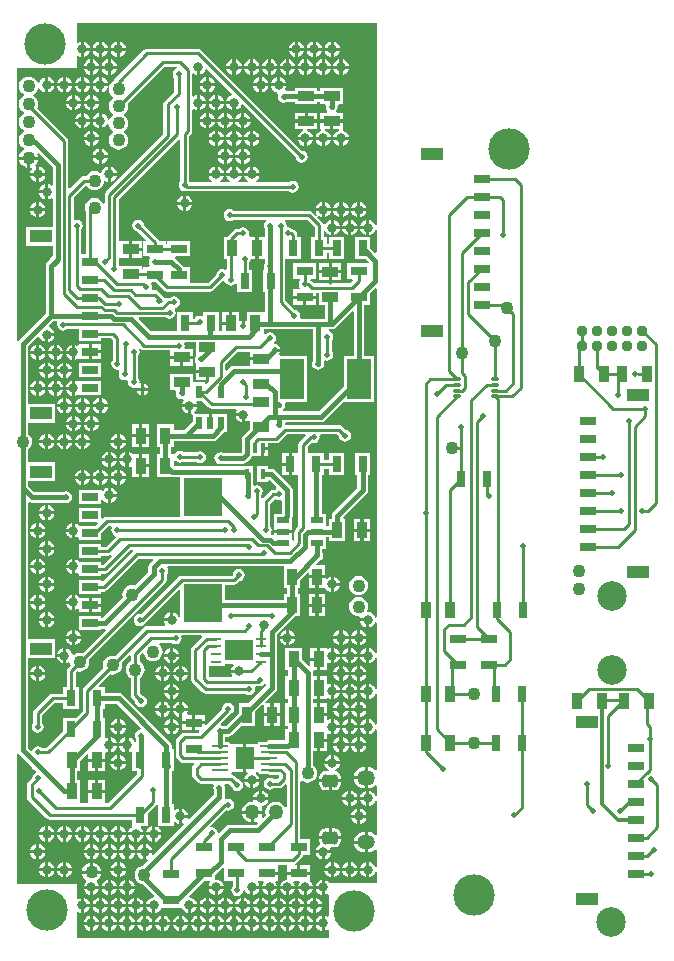
<source format=gbl>
G04*
G04 #@! TF.GenerationSoftware,Altium Limited,Altium Designer,18.0.7 (293)*
G04*
G04 Layer_Physical_Order=2*
G04 Layer_Color=16711680*
%FSLAX42Y42*%
%MOMM*%
G71*
G01*
G75*
%ADD15C,0.25*%
%ADD50R,1.40X0.80*%
%ADD51R,0.90X1.40*%
%ADD53R,0.80X1.40*%
%ADD54R,1.40X0.90*%
%ADD64R,1.40X0.70*%
%ADD65R,1.90X1.10*%
%ADD71C,0.40*%
%ADD72C,1.27*%
G04:AMPARAMS|DCode=73|XSize=1.2mm|YSize=1.52mm|CornerRadius=0.6mm|HoleSize=0mm|Usage=FLASHONLY|Rotation=90.000|XOffset=0mm|YOffset=0mm|HoleType=Round|Shape=RoundedRectangle|*
%AMROUNDEDRECTD73*
21,1,1.20,0.32,0,0,90.0*
21,1,0.00,1.52,0,0,90.0*
1,1,1.20,0.16,0.00*
1,1,1.20,0.16,0.00*
1,1,1.20,-0.16,0.00*
1,1,1.20,-0.16,0.00*
%
%ADD73ROUNDEDRECTD73*%
G04:AMPARAMS|DCode=74|XSize=1.3mm|YSize=1.52mm|CornerRadius=0.65mm|HoleSize=0mm|Usage=FLASHONLY|Rotation=90.000|XOffset=0mm|YOffset=0mm|HoleType=Round|Shape=RoundedRectangle|*
%AMROUNDEDRECTD74*
21,1,1.30,0.22,0,0,90.0*
21,1,0.00,1.52,0,0,90.0*
1,1,1.30,0.11,0.00*
1,1,1.30,0.11,0.00*
1,1,1.30,-0.11,0.00*
1,1,1.30,-0.11,0.00*
%
%ADD74ROUNDEDRECTD74*%
G04:AMPARAMS|DCode=75|XSize=1.1mm|YSize=1.3mm|CornerRadius=0.28mm|HoleSize=0mm|Usage=FLASHONLY|Rotation=90.000|XOffset=0mm|YOffset=0mm|HoleType=Round|Shape=RoundedRectangle|*
%AMROUNDEDRECTD75*
21,1,1.10,0.75,0,0,90.0*
21,1,0.55,1.30,0,0,90.0*
1,1,0.55,0.38,0.28*
1,1,0.55,0.38,-0.28*
1,1,0.55,-0.38,-0.28*
1,1,0.55,-0.38,0.28*
%
%ADD75ROUNDEDRECTD75*%
%ADD76C,0.95*%
%ADD77C,0.50*%
%ADD78C,0.80*%
%ADD79C,1.10*%
%ADD80C,3.50*%
%ADD81C,2.50*%
%ADD82R,0.55X1.05*%
%ADD83R,2.00X3.40*%
%ADD84R,0.40X0.85*%
%ADD85R,1.05X0.60*%
%ADD86R,3.32X3.23*%
%ADD87R,2.40X1.80*%
%ADD88R,0.90X0.25*%
%ADD89R,1.57X1.88*%
%ADD90R,1.50X0.25*%
%ADD91O,1.50X0.25*%
%ADD92O,0.80X0.30*%
%ADD93C,0.30*%
G36*
X6794Y8630D02*
X6782Y8627D01*
X6777Y8640D01*
X6766Y8654D01*
X6752Y8664D01*
X6737Y8671D01*
X6732Y8671D01*
Y8607D01*
Y8543D01*
X6737Y8543D01*
X6752Y8550D01*
X6766Y8560D01*
X6777Y8574D01*
X6782Y8587D01*
X6794Y8584D01*
X6794Y8396D01*
X6783Y8391D01*
X6741Y8433D01*
Y8528D01*
X6611D01*
Y8338D01*
X6705D01*
X6728Y8316D01*
X6722Y8303D01*
X6547D01*
Y8173D01*
X6589D01*
X6594Y8160D01*
X6568Y8135D01*
X6261D01*
X6240Y8155D01*
X6233Y8160D01*
X6237Y8173D01*
X6280D01*
Y8303D01*
X6090D01*
Y8173D01*
X6144D01*
X6146Y8160D01*
X6137Y8148D01*
X6134Y8128D01*
X6137Y8108D01*
X6146Y8096D01*
X6140Y8083D01*
X6090D01*
Y8031D01*
X6280D01*
Y8057D01*
X6306D01*
Y7953D01*
X6355D01*
Y7837D01*
X6155D01*
X6146Y7850D01*
X6148Y7861D01*
X6144Y7881D01*
X6133Y7898D01*
X6116Y7909D01*
X6101Y7912D01*
X6021Y7992D01*
Y8326D01*
X6023Y8338D01*
X6153D01*
Y8528D01*
X6122D01*
Y8547D01*
X6119Y8562D01*
X6111Y8575D01*
X6098Y8587D01*
X6085Y8596D01*
X6081Y8597D01*
X6065Y8607D01*
X6045Y8611D01*
X6041Y8610D01*
X6032Y8619D01*
X6033Y8623D01*
X6029Y8643D01*
X6018Y8660D01*
X6017Y8661D01*
X6020Y8673D01*
X6207D01*
X6269Y8612D01*
Y8528D01*
X6243D01*
Y8338D01*
X6373D01*
Y8394D01*
X6391D01*
Y8338D01*
X6521D01*
Y8528D01*
X6391D01*
Y8472D01*
X6373D01*
Y8528D01*
X6346D01*
Y8574D01*
X6359Y8577D01*
X6360Y8574D01*
X6371Y8560D01*
X6385Y8550D01*
X6400Y8543D01*
X6405Y8543D01*
Y8607D01*
Y8671D01*
X6400Y8671D01*
X6385Y8664D01*
X6371Y8654D01*
X6360Y8640D01*
X6358Y8634D01*
X6345Y8636D01*
X6343Y8642D01*
X6335Y8655D01*
X6293Y8697D01*
X6301Y8707D01*
X6309Y8701D01*
X6325Y8694D01*
X6329Y8694D01*
Y8745D01*
X6278D01*
X6278Y8741D01*
X6285Y8725D01*
X6291Y8717D01*
X6281Y8709D01*
X6250Y8740D01*
X6238Y8748D01*
X6223Y8751D01*
X5582D01*
X5570Y8760D01*
X5550Y8764D01*
X5530Y8760D01*
X5514Y8749D01*
X5502Y8732D01*
X5499Y8712D01*
X5502Y8693D01*
X5514Y8676D01*
X5530Y8665D01*
X5550Y8661D01*
X5570Y8665D01*
X5582Y8673D01*
X5854D01*
X5858Y8661D01*
X5856Y8660D01*
X5845Y8643D01*
X5841Y8623D01*
X5845Y8604D01*
X5847Y8602D01*
Y8528D01*
X5795D01*
Y8433D01*
Y8337D01*
X5847D01*
Y8302D01*
X5845Y8300D01*
X5841Y8280D01*
X5845Y8261D01*
X5841Y8248D01*
X5832D01*
Y8058D01*
X5847D01*
Y7902D01*
X5839Y7893D01*
X5699D01*
Y7823D01*
X5688Y7817D01*
X5684Y7820D01*
X5677Y7821D01*
Y7772D01*
X5651D01*
Y7821D01*
X5645Y7820D01*
X5641Y7817D01*
X5630Y7823D01*
Y7893D01*
X5572D01*
Y7798D01*
X5559D01*
Y7785D01*
X5489D01*
Y7730D01*
X5458D01*
Y7893D01*
X5328D01*
Y7863D01*
X5317Y7857D01*
X5316Y7858D01*
X5296Y7862D01*
X5276Y7858D01*
X5260Y7847D01*
X5253Y7837D01*
X5238D01*
Y7893D01*
X5108D01*
Y7730D01*
X4883D01*
X4779Y7834D01*
X4784Y7846D01*
X5013D01*
X5022Y7839D01*
X5042Y7835D01*
X5062Y7839D01*
X5078Y7850D01*
X5089Y7867D01*
X5093Y7887D01*
X5089Y7906D01*
X5085Y7912D01*
X5091Y7926D01*
X5100Y7928D01*
X5116Y7939D01*
X5127Y7956D01*
X5131Y7976D01*
X5127Y7995D01*
X5116Y8012D01*
X5100Y8023D01*
X5080Y8027D01*
X5060Y8023D01*
X5047Y8014D01*
X5029D01*
X5014Y8011D01*
X5013Y8011D01*
X5000Y8008D01*
X4997Y8014D01*
X4989Y8025D01*
X4974Y8035D01*
X4942Y8067D01*
X4930Y8075D01*
X4915Y8078D01*
X4902D01*
X4892Y8091D01*
X4895Y8102D01*
X4891Y8122D01*
X4885Y8131D01*
X4892Y8143D01*
X4925D01*
X4993Y8075D01*
X5006Y8067D01*
X5021Y8064D01*
X5385D01*
X5400Y8067D01*
X5412Y8075D01*
X5491Y8154D01*
X5500Y8156D01*
X5515Y8148D01*
X5515Y8146D01*
X5526Y8130D01*
X5543Y8119D01*
X5563Y8115D01*
X5582Y8119D01*
X5599Y8130D01*
X5599Y8130D01*
X5612Y8126D01*
Y8058D01*
X5742D01*
Y8248D01*
X5716D01*
Y8311D01*
X5724Y8324D01*
X5727Y8337D01*
X5769D01*
Y8433D01*
Y8528D01*
X5719D01*
X5712Y8540D01*
X5712Y8541D01*
X5716Y8560D01*
X5712Y8579D01*
X5701Y8596D01*
X5684Y8607D01*
X5664Y8611D01*
X5645Y8607D01*
X5632Y8599D01*
X5613D01*
X5599Y8596D01*
X5586Y8587D01*
X5535Y8536D01*
X5529Y8528D01*
X5502D01*
Y8338D01*
X5524D01*
Y8255D01*
X5511Y8248D01*
X5506Y8252D01*
X5486Y8256D01*
X5467Y8252D01*
X5450Y8241D01*
X5439Y8224D01*
X5436Y8209D01*
X5369Y8141D01*
X5225D01*
X5213Y8143D01*
Y8274D01*
X5160D01*
X5151Y8288D01*
X5151Y8288D01*
X5088Y8351D01*
X5088Y8353D01*
X5092Y8364D01*
X5213D01*
Y8493D01*
X5023D01*
Y8467D01*
X5010D01*
Y8493D01*
X4952D01*
X4951Y8498D01*
X4942Y8511D01*
X4826Y8628D01*
X4823Y8643D01*
X4812Y8660D01*
X4795Y8671D01*
X4775Y8675D01*
X4756Y8671D01*
X4739Y8660D01*
X4728Y8643D01*
X4724Y8623D01*
X4728Y8604D01*
X4739Y8587D01*
X4756Y8576D01*
X4771Y8573D01*
X4838Y8505D01*
X4833Y8493D01*
X4820D01*
Y8364D01*
X4870D01*
X4876Y8351D01*
X4867Y8338D01*
X4864Y8318D01*
X4867Y8299D01*
X4876Y8286D01*
X4870Y8274D01*
X4820D01*
Y8252D01*
X4807D01*
Y8283D01*
X4617D01*
X4611Y8294D01*
Y8343D01*
X4616Y8353D01*
X4624Y8353D01*
X4699D01*
Y8424D01*
Y8494D01*
X4624D01*
X4616Y8494D01*
X4611Y8504D01*
Y8849D01*
X5118Y9356D01*
X5130Y9351D01*
Y8999D01*
X5121Y8986D01*
X5118Y8966D01*
X5121Y8947D01*
X5133Y8930D01*
X5149Y8919D01*
X5169Y8915D01*
X5175Y8916D01*
X5182Y8915D01*
X6051D01*
X6064Y8906D01*
X6083Y8902D01*
X6103Y8906D01*
X6120Y8917D01*
X6131Y8934D01*
X6135Y8954D01*
X6131Y8973D01*
X6120Y8990D01*
X6103Y9001D01*
X6083Y9005D01*
X6064Y9001D01*
X6051Y8992D01*
X5777D01*
X5777Y8992D01*
X5774Y9005D01*
X5785Y9013D01*
X5795Y9027D01*
X5802Y9043D01*
X5802Y9047D01*
X5674D01*
X5674Y9043D01*
X5681Y9027D01*
X5691Y9013D01*
X5702Y9005D01*
X5699Y8992D01*
X5699Y8992D01*
X5626D01*
X5626Y8992D01*
X5623Y9005D01*
X5634Y9013D01*
X5644Y9027D01*
X5651Y9043D01*
X5651Y9047D01*
X5523D01*
X5523Y9043D01*
X5530Y9027D01*
X5540Y9013D01*
X5551Y9005D01*
X5548Y8992D01*
X5548Y8992D01*
X5475D01*
X5475Y8992D01*
X5472Y9005D01*
X5483Y9013D01*
X5493Y9027D01*
X5500Y9043D01*
X5500Y9047D01*
X5372D01*
X5372Y9043D01*
X5379Y9027D01*
X5389Y9013D01*
X5400Y9005D01*
X5397Y8992D01*
X5397Y8992D01*
X5212D01*
X5208Y8999D01*
Y9382D01*
X5222Y9396D01*
X5230Y9409D01*
X5233Y9423D01*
Y9605D01*
X5246Y9612D01*
X5252Y9607D01*
X5268Y9600D01*
X5272Y9600D01*
Y9664D01*
Y9728D01*
X5268Y9728D01*
X5252Y9721D01*
X5246Y9716D01*
X5233Y9723D01*
Y9907D01*
X5246Y9914D01*
X5252Y9909D01*
X5268Y9902D01*
X5272Y9902D01*
Y9966D01*
X5298D01*
Y9902D01*
X5302Y9902D01*
X5318Y9909D01*
X5332Y9919D01*
X5342Y9933D01*
X5348Y9946D01*
X5360Y9952D01*
X5573Y9739D01*
X5567Y9727D01*
X5554Y9721D01*
X5540Y9711D01*
X5530Y9697D01*
X5523Y9681D01*
X5523Y9677D01*
X5587D01*
Y9664D01*
X5600D01*
Y9600D01*
X5604Y9600D01*
X5620Y9607D01*
X5634Y9617D01*
X5644Y9631D01*
X5650Y9644D01*
X5662Y9650D01*
X6109Y9203D01*
X6112Y9188D01*
X6123Y9171D01*
X6140Y9160D01*
X6160Y9156D01*
X6179Y9160D01*
X6196Y9171D01*
X6207Y9188D01*
X6211Y9207D01*
X6207Y9227D01*
X6196Y9244D01*
X6179Y9255D01*
X6164Y9258D01*
X5311Y10111D01*
X5298Y10120D01*
X5283Y10123D01*
X4851D01*
X4837Y10120D01*
X4824Y10111D01*
X4583Y9870D01*
X4574Y9857D01*
X4573Y9851D01*
X4570Y9849D01*
X4553Y9836D01*
X4540Y9820D01*
X4532Y9800D01*
X4529Y9779D01*
X4532Y9758D01*
X4540Y9738D01*
X4553Y9722D01*
X4561Y9715D01*
Y9699D01*
X4553Y9692D01*
X4540Y9676D01*
X4532Y9656D01*
X4529Y9635D01*
X4532Y9614D01*
X4540Y9595D01*
X4553Y9578D01*
X4561Y9571D01*
Y9555D01*
X4553Y9548D01*
X4540Y9532D01*
X4533Y9515D01*
X4520Y9516D01*
X4518Y9530D01*
X4512Y9546D01*
X4501Y9560D01*
X4487Y9570D01*
X4472Y9577D01*
X4467Y9577D01*
Y9513D01*
Y9449D01*
X4472Y9449D01*
X4487Y9456D01*
X4501Y9466D01*
X4512Y9480D01*
X4514Y9487D01*
X4517Y9487D01*
X4531Y9477D01*
X4532Y9470D01*
X4540Y9451D01*
X4553Y9434D01*
X4561Y9427D01*
Y9411D01*
X4553Y9405D01*
X4540Y9388D01*
X4532Y9368D01*
X4529Y9347D01*
X4532Y9326D01*
X4540Y9307D01*
X4553Y9290D01*
X4570Y9277D01*
X4589Y9269D01*
X4610Y9266D01*
X4631Y9269D01*
X4651Y9277D01*
X4667Y9290D01*
X4680Y9307D01*
X4688Y9326D01*
X4691Y9347D01*
X4688Y9368D01*
X4680Y9388D01*
X4667Y9405D01*
X4659Y9411D01*
Y9427D01*
X4667Y9434D01*
X4680Y9451D01*
X4688Y9470D01*
X4691Y9491D01*
X4688Y9512D01*
X4680Y9532D01*
X4667Y9548D01*
X4659Y9555D01*
Y9571D01*
X4667Y9578D01*
X4680Y9595D01*
X4688Y9614D01*
X4691Y9635D01*
X4688Y9656D01*
X4688Y9658D01*
X4999Y9969D01*
X5104D01*
X5104Y9968D01*
X5098Y9953D01*
X5082Y9942D01*
X5071Y9926D01*
X5067Y9906D01*
X5071Y9886D01*
X5079Y9873D01*
Y9757D01*
X5002Y9679D01*
X4993Y9667D01*
X4990Y9652D01*
Y9395D01*
X4504Y8909D01*
X4496Y8896D01*
X4493Y8881D01*
Y8812D01*
X4480Y8809D01*
X4477Y8816D01*
X4464Y8833D01*
X4447Y8846D01*
X4428Y8854D01*
X4407Y8857D01*
X4386Y8854D01*
X4366Y8846D01*
X4350Y8833D01*
X4337Y8816D01*
X4329Y8797D01*
X4326Y8776D01*
X4329Y8755D01*
X4330Y8751D01*
Y8379D01*
X4293D01*
Y8591D01*
X4302Y8604D01*
X4306Y8623D01*
X4302Y8643D01*
X4291Y8660D01*
X4274Y8671D01*
X4254Y8675D01*
X4243Y8672D01*
X4230Y8682D01*
Y8861D01*
X4326Y8958D01*
X4343Y8956D01*
X4350Y8947D01*
X4366Y8934D01*
X4386Y8926D01*
X4407Y8923D01*
X4428Y8926D01*
X4447Y8934D01*
X4464Y8947D01*
X4477Y8964D01*
X4485Y8983D01*
X4487Y8995D01*
X4490Y8998D01*
X4500Y9001D01*
X4513Y8996D01*
X4517Y8996D01*
Y9060D01*
Y9124D01*
X4513Y9124D01*
X4497Y9117D01*
X4483Y9107D01*
X4473Y9093D01*
X4466Y9077D01*
X4466Y9076D01*
X4453Y9071D01*
X4447Y9075D01*
X4428Y9083D01*
X4407Y9085D01*
X4386Y9083D01*
X4366Y9075D01*
X4350Y9062D01*
X4337Y9045D01*
X4336Y9043D01*
X4318D01*
X4303Y9040D01*
X4291Y9032D01*
X4197Y8938D01*
X4185Y8943D01*
Y9341D01*
X4182Y9356D01*
X4174Y9368D01*
X3922Y9620D01*
X3926Y9631D01*
X3929Y9652D01*
X3926Y9673D01*
X3918Y9693D01*
X3905Y9709D01*
X3890Y9721D01*
X3889Y9728D01*
X3890Y9735D01*
X3905Y9747D01*
X3918Y9764D01*
X3926Y9783D01*
X3927Y9790D01*
X3940Y9792D01*
X3944Y9782D01*
X3955Y9768D01*
X3969Y9758D01*
X3984Y9751D01*
X3989Y9751D01*
Y9815D01*
Y9879D01*
X3984Y9879D01*
X3969Y9872D01*
X3955Y9862D01*
X3944Y9848D01*
X3938Y9832D01*
X3938Y9831D01*
X3925Y9830D01*
X3918Y9845D01*
X3905Y9862D01*
X3889Y9875D01*
X3869Y9883D01*
X3848Y9885D01*
X3827Y9883D01*
X3808Y9875D01*
X3791Y9862D01*
X3778Y9845D01*
X3770Y9825D01*
X3767Y9804D01*
X3770Y9783D01*
X3778Y9764D01*
X3791Y9747D01*
X3806Y9735D01*
X3807Y9728D01*
X3806Y9721D01*
X3791Y9709D01*
X3778Y9693D01*
X3770Y9673D01*
X3767Y9652D01*
X3770Y9631D01*
X3778Y9611D01*
X3791Y9595D01*
X3806Y9583D01*
X3807Y9576D01*
X3806Y9569D01*
X3791Y9557D01*
X3778Y9540D01*
X3770Y9521D01*
X3767Y9500D01*
X3770Y9479D01*
X3778Y9459D01*
X3791Y9442D01*
X3806Y9431D01*
X3807Y9423D01*
X3806Y9416D01*
X3791Y9405D01*
X3778Y9388D01*
X3770Y9368D01*
X3767Y9347D01*
X3770Y9326D01*
X3778Y9307D01*
X3791Y9290D01*
X3806Y9278D01*
X3807Y9271D01*
X3806Y9264D01*
X3791Y9252D01*
X3778Y9235D01*
X3770Y9216D01*
X3769Y9207D01*
X3928D01*
X3926Y9216D01*
X3921Y9229D01*
X3932Y9236D01*
X4053Y9115D01*
Y8968D01*
X4040Y8962D01*
X4034Y8966D01*
X4019Y8973D01*
X4014Y8973D01*
Y8909D01*
Y8845D01*
X4019Y8845D01*
X4034Y8852D01*
X4040Y8856D01*
X4053Y8850D01*
Y8614D01*
X3830D01*
Y8454D01*
X4053D01*
Y8363D01*
X4040Y8355D01*
X4029Y8338D01*
X4029Y8336D01*
X4006Y8313D01*
X3996Y8298D01*
X3992Y8280D01*
X3992Y8280D01*
Y7880D01*
X3765Y7653D01*
X3759Y7645D01*
X3747Y7649D01*
Y9957D01*
X4254Y9957D01*
Y10056D01*
X4267Y10062D01*
X4271Y10060D01*
X4286Y10053D01*
X4291Y10053D01*
Y10117D01*
Y10181D01*
X4286Y10181D01*
X4271Y10174D01*
X4267Y10172D01*
X4254Y10178D01*
Y10338D01*
X6794D01*
Y8630D01*
D02*
G37*
G36*
X6599Y7893D02*
Y7523D01*
X6521D01*
Y7268D01*
X6303Y7051D01*
X6004D01*
X6000Y7064D01*
X6005Y7067D01*
X6016Y7084D01*
X6020Y7104D01*
X6017Y7120D01*
X6024Y7133D01*
X6201D01*
Y7523D01*
X5973D01*
X5969Y7536D01*
X5978Y7550D01*
X5980Y7557D01*
X5931D01*
Y7582D01*
X5980D01*
X5978Y7589D01*
X5967Y7606D01*
X5951Y7617D01*
X5931Y7621D01*
X5931Y7621D01*
X5926Y7633D01*
X5929Y7634D01*
X5940Y7651D01*
X5944Y7671D01*
X5940Y7690D01*
X5929Y7707D01*
X5912Y7718D01*
X5893Y7722D01*
X5873Y7718D01*
X5856Y7707D01*
X5854Y7704D01*
X5852Y7704D01*
X5839Y7714D01*
Y7745D01*
X6252D01*
Y7475D01*
X6251Y7473D01*
X6247Y7454D01*
X6251Y7434D01*
X6262Y7417D01*
X6278Y7406D01*
X6298Y7402D01*
X6318Y7406D01*
X6334Y7417D01*
X6345Y7434D01*
X6349Y7454D01*
X6345Y7473D01*
X6354Y7483D01*
X6357Y7483D01*
X6375Y7480D01*
X6395Y7484D01*
X6412Y7495D01*
X6423Y7511D01*
X6427Y7531D01*
X6423Y7551D01*
X6414Y7564D01*
Y7651D01*
X6423Y7664D01*
X6427Y7683D01*
X6423Y7703D01*
X6412Y7720D01*
X6395Y7731D01*
X6390Y7732D01*
X6392Y7745D01*
X6415D01*
X6415Y7745D01*
X6433Y7748D01*
X6448Y7758D01*
X6588Y7898D01*
X6599Y7893D01*
D02*
G37*
G36*
X4092Y7802D02*
X4089Y7785D01*
X4093Y7765D01*
X4104Y7749D01*
X4121Y7738D01*
X4140Y7734D01*
X4160Y7738D01*
X4177Y7749D01*
X4177Y7749D01*
X4274D01*
Y7649D01*
X4464D01*
Y7670D01*
X4543D01*
X4559Y7655D01*
Y7487D01*
X4550Y7475D01*
X4546Y7455D01*
X4550Y7435D01*
X4561Y7419D01*
X4578Y7407D01*
X4597Y7404D01*
X4609Y7406D01*
X4612Y7404D01*
X4617Y7390D01*
X4613Y7386D01*
X4610Y7366D01*
X4613Y7346D01*
X4625Y7330D01*
X4641Y7319D01*
X4661Y7315D01*
X4676Y7318D01*
X4686Y7310D01*
X4687Y7308D01*
X4686Y7303D01*
X4690Y7283D01*
X4701Y7266D01*
X4717Y7255D01*
X4737Y7251D01*
X4752Y7254D01*
X4755Y7252D01*
X4801D01*
Y7288D01*
X4798Y7287D01*
X4789Y7295D01*
X4787Y7297D01*
X4788Y7303D01*
X4785Y7322D01*
X4776Y7335D01*
Y7524D01*
X4785Y7537D01*
X4788Y7557D01*
X4785Y7576D01*
X4795Y7583D01*
X4799Y7580D01*
X4811Y7571D01*
X4826Y7568D01*
X5048D01*
Y7522D01*
X5144D01*
X5239D01*
Y7579D01*
X5174D01*
X5166Y7592D01*
X5169Y7607D01*
X5166Y7625D01*
X5173Y7637D01*
X5264D01*
Y7528D01*
X5264D01*
X5267Y7522D01*
X5261Y7513D01*
X5257Y7493D01*
X5261Y7473D01*
X5267Y7464D01*
X5264Y7458D01*
X5264D01*
Y7401D01*
X5359D01*
Y7388D01*
X5372D01*
Y7318D01*
X5374D01*
X5379Y7306D01*
X5354Y7281D01*
X5342Y7286D01*
Y7297D01*
X5238D01*
Y7369D01*
X5152D01*
X5144Y7371D01*
X5135Y7369D01*
X5049D01*
Y7229D01*
X5085D01*
X5086Y7229D01*
X5095Y7216D01*
X5092Y7204D01*
X5096Y7184D01*
X5107Y7167D01*
X5124Y7156D01*
X5144Y7152D01*
X5156Y7155D01*
X5162Y7145D01*
X5162Y7143D01*
X5152Y7130D01*
X5146Y7114D01*
X5145Y7110D01*
X5274D01*
X5273Y7114D01*
X5267Y7129D01*
X5270Y7138D01*
X5272Y7142D01*
X5312D01*
X5369Y7085D01*
X5382Y7076D01*
X5397Y7073D01*
X5604D01*
X5610Y7060D01*
X5607Y7056D01*
X5600Y7040D01*
X5600Y7036D01*
X5664D01*
Y7023D01*
X5677D01*
Y6959D01*
X5681Y6959D01*
X5697Y6966D01*
X5709Y6975D01*
X5716Y6973D01*
X5722Y6970D01*
Y6905D01*
X5668Y6851D01*
X5658Y6836D01*
X5655Y6818D01*
X5655Y6818D01*
Y6711D01*
X5645Y6701D01*
X5495D01*
X5493Y6702D01*
X5474Y6706D01*
X5454Y6702D01*
X5437Y6691D01*
X5426Y6674D01*
X5422Y6655D01*
X5426Y6635D01*
X5437Y6618D01*
X5454Y6607D01*
X5474Y6603D01*
X5493Y6607D01*
X5495Y6609D01*
X5664D01*
X5664Y6609D01*
X5682Y6612D01*
X5697Y6622D01*
X5734Y6659D01*
X5734Y6659D01*
X5742Y6672D01*
X5785D01*
Y6671D01*
X5818D01*
Y6739D01*
X5831D01*
Y6752D01*
X5876D01*
Y6781D01*
X5944D01*
X5959Y6784D01*
X5971Y6792D01*
X6036Y6857D01*
X6188D01*
X6193Y6845D01*
X6145Y6797D01*
X6136Y6784D01*
X6133Y6769D01*
Y6710D01*
X6128Y6699D01*
X6121Y6699D01*
X6075D01*
Y6604D01*
Y6509D01*
X6121D01*
X6128Y6509D01*
X6133Y6498D01*
Y6078D01*
X6110Y6054D01*
X6101Y6042D01*
X6098Y6027D01*
Y5957D01*
X6094Y5954D01*
X6082Y5961D01*
Y5977D01*
X6082D01*
Y6020D01*
X6004D01*
X5926D01*
Y6010D01*
X5914Y6003D01*
X5906Y6008D01*
X5903Y6010D01*
X5899Y6020D01*
X5902Y6026D01*
X5906Y6045D01*
X5902Y6065D01*
X5894Y6078D01*
Y6270D01*
X5934Y6311D01*
X5936D01*
X5949Y6303D01*
X5969Y6299D01*
X5980Y6301D01*
X5993Y6291D01*
Y6183D01*
X5927D01*
Y6088D01*
X5926D01*
Y6045D01*
X6004D01*
X6082D01*
Y6088D01*
X6082D01*
Y6144D01*
X6082Y6145D01*
X6086Y6163D01*
X6086Y6163D01*
Y6381D01*
X6086Y6381D01*
X6082Y6399D01*
X6072Y6414D01*
X6072Y6414D01*
X5934Y6552D01*
X5919Y6562D01*
X5901Y6566D01*
X5901Y6566D01*
X5876D01*
Y6587D01*
X5786D01*
Y6526D01*
X5785Y6519D01*
X5786Y6513D01*
Y6452D01*
X5876D01*
Y6461D01*
X5888Y6467D01*
X5946Y6409D01*
X5944Y6394D01*
X5936Y6389D01*
X5918D01*
X5903Y6386D01*
X5891Y6377D01*
X5830Y6317D01*
X5819Y6320D01*
X5817Y6321D01*
Y6342D01*
X5826Y6355D01*
X5830Y6375D01*
X5826Y6394D01*
X5815Y6411D01*
X5798Y6422D01*
X5778Y6426D01*
X5761Y6423D01*
X5749Y6429D01*
Y6518D01*
X5746Y6532D01*
Y6587D01*
X5656D01*
Y6587D01*
X5077D01*
Y6634D01*
X5090Y6638D01*
X5094Y6631D01*
X5111Y6620D01*
X5131Y6616D01*
X5150Y6620D01*
X5158Y6625D01*
X5267D01*
X5280Y6616D01*
X5299Y6613D01*
X5319Y6616D01*
X5336Y6628D01*
X5347Y6644D01*
X5351Y6664D01*
X5347Y6684D01*
X5336Y6700D01*
X5319Y6711D01*
X5299Y6715D01*
X5280Y6711D01*
X5267Y6703D01*
X5168D01*
X5167Y6704D01*
X5150Y6715D01*
X5131Y6719D01*
X5111Y6715D01*
X5094Y6704D01*
X5088Y6694D01*
X5078Y6687D01*
X5071Y6686D01*
X5062Y6686D01*
X5053Y6695D01*
Y6750D01*
X5077D01*
Y6799D01*
X5181D01*
X5181Y6799D01*
X5181Y6799D01*
X5410D01*
X5410Y6799D01*
X5428Y6803D01*
X5443Y6813D01*
X5507Y6877D01*
X5532D01*
Y7032D01*
X5438D01*
Y7032D01*
X5397D01*
Y6954D01*
X5372D01*
Y7032D01*
X5332D01*
Y7032D01*
X5253D01*
X5248Y7044D01*
X5256Y7050D01*
X5267Y7064D01*
X5273Y7080D01*
X5274Y7084D01*
X5222D01*
Y7033D01*
X5225Y7033D01*
X5228Y7032D01*
X5237Y7024D01*
Y6967D01*
X5162Y6892D01*
X5077D01*
Y6940D01*
X4937D01*
Y6750D01*
X4961D01*
Y6686D01*
X4937D01*
Y6496D01*
X5047D01*
X5058Y6494D01*
X5058Y6494D01*
X5130D01*
Y6160D01*
X4508D01*
X4494Y6157D01*
X4481Y6149D01*
X4476Y6143D01*
X4464Y6148D01*
Y6232D01*
X4274D01*
Y6112D01*
X4428D01*
X4433Y6100D01*
X4412Y6080D01*
X4280D01*
X4275Y6087D01*
X4261Y6097D01*
X4245Y6104D01*
X4241Y6104D01*
Y6040D01*
Y5976D01*
X4245Y5976D01*
X4261Y5983D01*
X4262Y5984D01*
X4274Y5978D01*
Y5960D01*
X4464D01*
Y6022D01*
X4525Y6083D01*
X4546D01*
X4553Y6070D01*
X4550Y6065D01*
X4546Y6045D01*
X4550Y6026D01*
X4561Y6009D01*
X4578Y5998D01*
X4580Y5997D01*
X4584Y5985D01*
X4505Y5906D01*
X4464D01*
Y5927D01*
X4274D01*
Y5807D01*
X4464D01*
Y5829D01*
X4521D01*
X4536Y5832D01*
X4546Y5838D01*
X4554Y5828D01*
X4480Y5754D01*
X4464D01*
Y5775D01*
X4282D01*
X4275Y5785D01*
X4261Y5795D01*
X4245Y5802D01*
X4241Y5802D01*
Y5738D01*
Y5674D01*
X4245Y5674D01*
X4261Y5681D01*
X4262Y5682D01*
X4274Y5676D01*
Y5655D01*
X4464D01*
Y5676D01*
X4496D01*
X4511Y5679D01*
X4523Y5688D01*
X4715Y5879D01*
X4728D01*
X4728Y5879D01*
X4732Y5867D01*
X4476Y5611D01*
X4464Y5616D01*
Y5623D01*
X4274D01*
Y5503D01*
X4464D01*
Y5524D01*
X4483D01*
X4498Y5527D01*
X4511Y5535D01*
X4779Y5804D01*
X4898D01*
X4903Y5792D01*
X4875Y5764D01*
X4865Y5749D01*
X4862Y5731D01*
X4862Y5731D01*
Y5689D01*
X4749Y5576D01*
X4745Y5577D01*
X4724Y5580D01*
X4703Y5577D01*
X4684Y5569D01*
X4667Y5556D01*
X4654Y5540D01*
X4646Y5520D01*
X4643Y5499D01*
X4646Y5478D01*
X4647Y5475D01*
X4477Y5304D01*
X4464D01*
Y5318D01*
X4274D01*
Y5198D01*
X4464D01*
Y5212D01*
X4496D01*
X4496Y5211D01*
X4502Y5200D01*
X4306Y5004D01*
X4301Y5006D01*
X4280Y5009D01*
X4259Y5006D01*
X4239Y4998D01*
X4230Y4991D01*
X4217Y4996D01*
X4216Y5000D01*
X4210Y5016D01*
X4199Y5030D01*
X4185Y5040D01*
X4170Y5047D01*
X4165Y5047D01*
Y4983D01*
Y4919D01*
X4170Y4919D01*
X4185Y4926D01*
X4186Y4927D01*
X4200Y4921D01*
X4202Y4907D01*
X4204Y4902D01*
X4181Y4879D01*
X4172Y4866D01*
X4169Y4851D01*
Y4718D01*
X4143D01*
Y4662D01*
X4051D01*
X4036Y4659D01*
X4024Y4650D01*
X3897Y4523D01*
X3888Y4511D01*
X3885Y4496D01*
Y4414D01*
X3877Y4401D01*
X3873Y4381D01*
X3877Y4362D01*
X3888Y4345D01*
X3905Y4334D01*
X3924Y4330D01*
X3944Y4334D01*
X3961Y4345D01*
X3972Y4362D01*
X3976Y4381D01*
X3972Y4401D01*
X3963Y4414D01*
Y4480D01*
X4067Y4584D01*
X4143D01*
Y4528D01*
X4273D01*
Y4718D01*
X4247D01*
Y4835D01*
X4261Y4849D01*
X4280Y4847D01*
X4301Y4849D01*
X4320Y4857D01*
X4337Y4870D01*
X4350Y4887D01*
X4358Y4907D01*
X4361Y4928D01*
X4358Y4947D01*
X5006Y5594D01*
X5014Y5607D01*
X5017Y5621D01*
Y5670D01*
X5026Y5683D01*
X5030Y5702D01*
X5026Y5722D01*
X5023Y5727D01*
X5029Y5738D01*
X6010D01*
Y5556D01*
X6034D01*
Y5505D01*
X6010D01*
Y5456D01*
X5512D01*
Y5582D01*
X5583D01*
X5598Y5585D01*
X5610Y5593D01*
X5631Y5614D01*
X5646Y5617D01*
X5662Y5628D01*
X5674Y5645D01*
X5677Y5664D01*
X5674Y5684D01*
X5662Y5701D01*
X5646Y5712D01*
X5626Y5716D01*
X5606Y5712D01*
X5590Y5701D01*
X5579Y5684D01*
X5576Y5669D01*
X5567Y5660D01*
X5144D01*
X5129Y5657D01*
X5116Y5648D01*
X4800Y5332D01*
X4788Y5335D01*
X4768Y5331D01*
X4752Y5320D01*
X4740Y5303D01*
X4737Y5283D01*
X4740Y5264D01*
X4752Y5247D01*
X4768Y5236D01*
X4788Y5232D01*
X4808Y5236D01*
X4824Y5247D01*
X4827Y5251D01*
X4834Y5256D01*
X5119Y5541D01*
X5130Y5536D01*
Y5316D01*
X5118Y5313D01*
X5116Y5318D01*
X5105Y5332D01*
X5091Y5342D01*
X5076Y5349D01*
X5071Y5349D01*
Y5285D01*
X5058D01*
Y5272D01*
X4994D01*
X4995Y5268D01*
X5001Y5252D01*
X5006Y5246D01*
X5000Y5233D01*
X4850D01*
X4835Y5230D01*
X4823Y5222D01*
X4581Y4980D01*
X4580Y4981D01*
X4559Y4983D01*
X4538Y4981D01*
X4519Y4972D01*
X4502Y4960D01*
X4489Y4943D01*
X4481Y4923D01*
X4478Y4902D01*
X4481Y4881D01*
X4481Y4880D01*
X4316Y4715D01*
X4308Y4702D01*
X4305Y4687D01*
Y4513D01*
X4248Y4456D01*
X4143D01*
Y4346D01*
X3999Y4202D01*
X3959D01*
X3946Y4211D01*
X3927Y4215D01*
X3907Y4211D01*
X3890Y4200D01*
X3880Y4183D01*
X3878Y4182D01*
X3866Y4179D01*
X3844Y4201D01*
Y4962D01*
X4070D01*
Y5122D01*
X3844D01*
Y6275D01*
X3854Y6282D01*
X3856Y6282D01*
X3874Y6278D01*
X3874Y6278D01*
X4144D01*
X4146Y6277D01*
X4166Y6273D01*
X4185Y6277D01*
X4202Y6288D01*
X4213Y6305D01*
X4217Y6325D01*
X4213Y6344D01*
X4202Y6361D01*
X4185Y6372D01*
X4166Y6376D01*
X4146Y6372D01*
X4144Y6371D01*
X3893D01*
X3844Y6420D01*
Y6461D01*
X4070D01*
Y6621D01*
X3844D01*
Y6729D01*
X3855Y6737D01*
X3868Y6754D01*
X3876Y6774D01*
X3878Y6794D01*
X3876Y6815D01*
X3868Y6835D01*
X3855Y6852D01*
X3844Y6860D01*
Y6956D01*
X4070D01*
Y7116D01*
X3844D01*
Y7601D01*
X3926Y7683D01*
X3940Y7679D01*
X3944Y7668D01*
X3955Y7654D01*
X3969Y7644D01*
X3984Y7637D01*
X3989Y7637D01*
Y7701D01*
X4001D01*
Y7714D01*
X4066D01*
X4065Y7718D01*
X4059Y7734D01*
X4048Y7748D01*
X4034Y7758D01*
X4023Y7763D01*
X4019Y7776D01*
X4058Y7815D01*
X4085D01*
X4092Y7802D01*
D02*
G37*
G36*
X5721Y7509D02*
X5817D01*
Y7484D01*
X5721D01*
Y7438D01*
X5587D01*
X5587Y7438D01*
X5569Y7434D01*
X5554Y7424D01*
X5554Y7424D01*
X5524Y7395D01*
X5513Y7399D01*
Y7452D01*
X5617Y7556D01*
X5721D01*
Y7509D01*
D02*
G37*
G36*
X6794Y8088D02*
Y5308D01*
X6782Y5305D01*
X6777Y5318D01*
X6766Y5332D01*
X6752Y5342D01*
X6737Y5349D01*
X6723Y5351D01*
X6722Y5351D01*
X6717Y5359D01*
X6715Y5363D01*
X6720Y5377D01*
X6723Y5397D01*
X6720Y5418D01*
X6712Y5438D01*
X6699Y5455D01*
X6683Y5468D01*
X6663Y5476D01*
X6642Y5479D01*
X6621Y5476D01*
X6602Y5468D01*
X6585Y5455D01*
X6572Y5438D01*
X6564Y5418D01*
X6561Y5397D01*
X6564Y5377D01*
X6572Y5357D01*
X6585Y5340D01*
X6602Y5327D01*
X6621Y5319D01*
X6642Y5316D01*
X6648Y5317D01*
X6657Y5306D01*
X6656Y5302D01*
X6655Y5298D01*
X6719D01*
Y5285D01*
X6732D01*
Y5221D01*
X6737Y5221D01*
X6752Y5228D01*
X6766Y5238D01*
X6777Y5252D01*
X6782Y5265D01*
X6794Y5262D01*
Y5006D01*
X6782Y5003D01*
X6777Y5016D01*
X6766Y5030D01*
X6752Y5040D01*
X6737Y5047D01*
X6732Y5047D01*
Y4983D01*
Y4919D01*
X6737Y4919D01*
X6752Y4926D01*
X6766Y4936D01*
X6777Y4950D01*
X6782Y4963D01*
X6794Y4960D01*
X6794Y4704D01*
X6782Y4701D01*
X6777Y4714D01*
X6766Y4728D01*
X6752Y4738D01*
X6737Y4745D01*
X6732Y4745D01*
Y4681D01*
Y4617D01*
X6737Y4617D01*
X6752Y4624D01*
X6766Y4634D01*
X6777Y4648D01*
X6782Y4661D01*
X6794Y4658D01*
Y4402D01*
X6782Y4399D01*
X6777Y4412D01*
X6766Y4426D01*
X6752Y4436D01*
X6737Y4443D01*
X6732Y4443D01*
Y4379D01*
Y4315D01*
X6737Y4315D01*
X6752Y4322D01*
X6766Y4332D01*
X6777Y4346D01*
X6782Y4359D01*
X6794Y4356D01*
Y4017D01*
X6782Y4013D01*
X6781Y4014D01*
X6762Y4029D01*
X6740Y4038D01*
X6718Y4041D01*
Y3950D01*
Y3859D01*
X6740Y3862D01*
X6762Y3871D01*
X6781Y3885D01*
X6782Y3887D01*
X6794Y3883D01*
Y3798D01*
X6782Y3795D01*
X6777Y3808D01*
X6766Y3822D01*
X6752Y3832D01*
X6737Y3839D01*
X6732Y3839D01*
Y3775D01*
Y3711D01*
X6737Y3711D01*
X6752Y3718D01*
X6766Y3728D01*
X6777Y3742D01*
X6782Y3755D01*
X6794Y3752D01*
Y3469D01*
X6788Y3466D01*
X6782Y3465D01*
X6765Y3478D01*
X6744Y3487D01*
X6722Y3490D01*
X6718D01*
Y3404D01*
Y3317D01*
X6722D01*
X6744Y3320D01*
X6765Y3329D01*
X6782Y3342D01*
X6788Y3341D01*
X6794Y3339D01*
Y3194D01*
X6782Y3191D01*
X6777Y3204D01*
X6766Y3218D01*
X6752Y3228D01*
X6737Y3235D01*
X6732Y3235D01*
Y3171D01*
Y3107D01*
X6737Y3107D01*
X6752Y3114D01*
X6766Y3124D01*
X6777Y3138D01*
X6782Y3151D01*
X6794Y3148D01*
Y3061D01*
X6393D01*
X6389Y3067D01*
X6375Y3077D01*
X6359Y3084D01*
X6355Y3084D01*
Y3020D01*
Y2956D01*
X6359Y2956D01*
X6375Y2963D01*
X6377Y2964D01*
X6388Y2959D01*
Y2779D01*
X6377Y2774D01*
X6375Y2775D01*
X6359Y2782D01*
X6355Y2782D01*
Y2718D01*
Y2654D01*
X6359Y2654D01*
X6375Y2661D01*
X6377Y2662D01*
X6388Y2657D01*
Y2591D01*
X4254D01*
Y2808D01*
X4267Y2814D01*
X4271Y2812D01*
X4286Y2805D01*
X4291Y2805D01*
Y2869D01*
Y2933D01*
X4286Y2933D01*
X4271Y2926D01*
X4267Y2924D01*
X4254Y2930D01*
Y3048D01*
X3747D01*
Y4154D01*
X3759Y4157D01*
X3765Y4149D01*
X3878Y4036D01*
X3879Y4034D01*
X3890Y4017D01*
X3907Y4006D01*
X3909Y3993D01*
X3908Y3988D01*
X3894Y3980D01*
X3883Y3963D01*
X3880Y3948D01*
X3846Y3914D01*
X3838Y3901D01*
X3835Y3886D01*
Y3785D01*
X3838Y3770D01*
X3846Y3757D01*
X3998Y3605D01*
X4011Y3596D01*
X4026Y3593D01*
X4727D01*
Y3537D01*
X4720Y3527D01*
X4710Y3520D01*
X4699Y3506D01*
X4693Y3490D01*
X4692Y3486D01*
X4821D01*
X4820Y3490D01*
X4814Y3506D01*
X4803Y3520D01*
X4797Y3524D01*
X4801Y3537D01*
X4857D01*
Y3642D01*
X4930Y3715D01*
X4935Y3722D01*
X4947Y3718D01*
Y3549D01*
X4947Y3540D01*
X4947Y3539D01*
X4937Y3532D01*
X4937D01*
X4937Y3532D01*
X4926Y3536D01*
X4925Y3537D01*
X4920Y3537D01*
Y3486D01*
X4972D01*
X4971Y3490D01*
X4965Y3506D01*
X4954Y3520D01*
X4948Y3524D01*
X4952Y3537D01*
X4959Y3537D01*
X4959Y3537D01*
X4959Y3537D01*
X5077D01*
Y3571D01*
X5090Y3575D01*
X5101Y3567D01*
X5117Y3560D01*
X5121Y3560D01*
Y3624D01*
Y3688D01*
X5117Y3688D01*
X5101Y3681D01*
X5090Y3673D01*
X5077Y3677D01*
Y3727D01*
X5058D01*
Y4005D01*
X5077D01*
Y4195D01*
X5058D01*
Y4221D01*
X5058Y4221D01*
X5055Y4238D01*
X5045Y4253D01*
X5045Y4253D01*
X4643Y4656D01*
X4628Y4666D01*
X4610Y4669D01*
X4610Y4669D01*
X4493D01*
Y4718D01*
X4445D01*
X4440Y4730D01*
X4536Y4825D01*
X4538Y4824D01*
X4559Y4821D01*
X4580Y4824D01*
X4600Y4832D01*
X4617Y4845D01*
X4630Y4862D01*
X4638Y4881D01*
X4640Y4902D01*
X4638Y4923D01*
X4637Y4926D01*
X4698Y4987D01*
X4711Y4982D01*
Y4935D01*
X4709Y4934D01*
X4692Y4921D01*
X4680Y4905D01*
X4671Y4885D01*
X4669Y4864D01*
X4671Y4843D01*
X4680Y4824D01*
X4692Y4807D01*
X4709Y4794D01*
X4711Y4793D01*
Y4648D01*
X4714Y4633D01*
X4722Y4621D01*
X4750Y4593D01*
X4753Y4578D01*
X4764Y4561D01*
X4781Y4550D01*
X4801Y4546D01*
X4820Y4550D01*
X4837Y4561D01*
X4848Y4578D01*
X4852Y4597D01*
X4848Y4617D01*
X4837Y4634D01*
X4820Y4645D01*
X4805Y4648D01*
X4789Y4664D01*
Y4793D01*
X4790Y4794D01*
X4807Y4807D01*
X4820Y4824D01*
X4828Y4843D01*
X4831Y4864D01*
X4828Y4885D01*
X4820Y4905D01*
X4807Y4921D01*
X4790Y4934D01*
X4789Y4935D01*
Y4980D01*
X4811Y5002D01*
X4823Y4998D01*
X4824Y4996D01*
X4832Y4976D01*
X4845Y4959D01*
X4862Y4946D01*
X4881Y4938D01*
X4902Y4935D01*
X4923Y4938D01*
X4943Y4946D01*
X4960Y4959D01*
X4972Y4976D01*
X4981Y4996D01*
X4983Y5017D01*
X4981Y5037D01*
X4972Y5057D01*
X4960Y5074D01*
X4952Y5079D01*
X4957Y5092D01*
X5060D01*
X5073Y5083D01*
X5093Y5079D01*
X5112Y5083D01*
X5129Y5094D01*
X5140Y5111D01*
X5144Y5131D01*
X5142Y5143D01*
X5151Y5155D01*
X5311D01*
X5317Y5143D01*
X5233Y5059D01*
X5230Y5057D01*
X5222Y5044D01*
X5219Y5030D01*
Y4788D01*
X5222Y4773D01*
X5230Y4760D01*
X5319Y4672D01*
X5332Y4663D01*
X5347Y4660D01*
X5682D01*
X5695Y4652D01*
X5715Y4648D01*
X5735Y4652D01*
X5751Y4663D01*
X5762Y4679D01*
X5766Y4699D01*
X5764Y4711D01*
X5774Y4723D01*
X5791D01*
X5799Y4725D01*
X5804Y4724D01*
X5824Y4728D01*
X5840Y4739D01*
X5847Y4748D01*
X5859Y4744D01*
Y4731D01*
X5706Y4578D01*
X5629D01*
Y4501D01*
X5518Y4390D01*
X5488D01*
X5487Y4391D01*
X5481Y4392D01*
X5476Y4406D01*
X5557Y4487D01*
X5574Y4498D01*
X5585Y4514D01*
X5589Y4534D01*
X5585Y4554D01*
X5574Y4570D01*
X5557Y4581D01*
X5537Y4585D01*
X5518Y4581D01*
X5501Y4570D01*
X5490Y4554D01*
X5486Y4534D01*
X5487Y4527D01*
X5352Y4392D01*
X5340Y4396D01*
Y4403D01*
X5258D01*
Y4350D01*
X5287D01*
X5294Y4337D01*
X5289Y4331D01*
X5169D01*
X5154Y4328D01*
X5141Y4320D01*
X5103Y4282D01*
X5095Y4269D01*
X5092Y4254D01*
Y4140D01*
X5095Y4125D01*
X5103Y4113D01*
X5131Y4085D01*
X5144Y4077D01*
X5158Y4074D01*
X5247D01*
X5252Y4062D01*
X5243Y4053D01*
X5235Y4041D01*
X5232Y4026D01*
Y3975D01*
X5235Y3960D01*
X5243Y3948D01*
X5281Y3910D01*
X5294Y3901D01*
X5309Y3898D01*
X5410D01*
X5417Y3885D01*
X5414Y3880D01*
X5410Y3861D01*
X5414Y3841D01*
X5415Y3839D01*
Y3804D01*
X5207Y3596D01*
X5196Y3603D01*
X5198Y3607D01*
X5198Y3611D01*
X5147D01*
Y3560D01*
X5151Y3560D01*
X5155Y3562D01*
X5162Y3551D01*
X4905Y3294D01*
X4894Y3301D01*
X4896Y3305D01*
X4896Y3309D01*
X4845D01*
Y3258D01*
X4849Y3258D01*
X4853Y3260D01*
X4860Y3249D01*
X4815Y3204D01*
X4805Y3203D01*
X4785Y3194D01*
X4769Y3182D01*
X4756Y3165D01*
X4748Y3145D01*
X4745Y3124D01*
X4748Y3103D01*
X4756Y3084D01*
X4769Y3067D01*
X4785Y3054D01*
X4805Y3046D01*
X4815Y3045D01*
X4912Y2947D01*
X4909Y2938D01*
X4907Y2935D01*
X4890Y2933D01*
X4875Y2926D01*
X4861Y2916D01*
X4850Y2902D01*
X4844Y2886D01*
X4843Y2882D01*
X4907D01*
Y2869D01*
X4920D01*
Y2805D01*
X4925Y2805D01*
X4940Y2812D01*
X4954Y2822D01*
X4965Y2836D01*
X4969Y2848D01*
X5148D01*
X5152Y2836D01*
X5163Y2822D01*
X5177Y2812D01*
X5192Y2805D01*
X5197Y2805D01*
Y2869D01*
X5209D01*
Y2882D01*
X5274D01*
X5273Y2886D01*
X5267Y2902D01*
X5256Y2916D01*
X5242Y2926D01*
X5227Y2933D01*
X5211Y2935D01*
X5208Y2939D01*
X5206Y2947D01*
X5334Y3076D01*
X5382D01*
X5387Y3064D01*
X5379Y3053D01*
X5372Y3037D01*
X5372Y3033D01*
X5500D01*
X5500Y3037D01*
X5493Y3053D01*
X5483Y3067D01*
X5469Y3077D01*
X5453Y3084D01*
X5436Y3086D01*
X5429Y3092D01*
Y3128D01*
X5494Y3193D01*
X5506Y3188D01*
Y3076D01*
X5575D01*
Y3030D01*
X5566Y3017D01*
X5562Y2997D01*
X5566Y2978D01*
X5577Y2961D01*
X5594Y2950D01*
X5613Y2946D01*
X5633Y2950D01*
X5650Y2961D01*
X5661Y2978D01*
X5664Y2994D01*
X5677Y2997D01*
X5681Y2987D01*
X5691Y2973D01*
X5705Y2963D01*
X5721Y2956D01*
X5725Y2956D01*
Y3020D01*
X5738D01*
Y3033D01*
X5802D01*
X5802Y3037D01*
X5795Y3053D01*
X5787Y3063D01*
X5792Y3076D01*
X5835D01*
X5840Y3063D01*
X5832Y3053D01*
X5825Y3037D01*
X5825Y3033D01*
X5953D01*
X5953Y3037D01*
X5946Y3053D01*
X5938Y3063D01*
X5943Y3076D01*
X5963D01*
Y3128D01*
X5867D01*
Y3154D01*
X5963D01*
Y3200D01*
X5963Y3207D01*
X5973Y3212D01*
X6028D01*
X6039Y3207D01*
X6039Y3200D01*
Y3154D01*
X6121D01*
Y3207D01*
X6108D01*
X6104Y3219D01*
X6111Y3224D01*
X6162Y3275D01*
X6170Y3287D01*
X6172Y3296D01*
X6229D01*
Y3426D01*
X6150D01*
Y3917D01*
X6163Y3923D01*
X6170Y3918D01*
X6189Y3909D01*
X6210Y3907D01*
X6231Y3909D01*
X6251Y3918D01*
X6268Y3930D01*
X6281Y3947D01*
X6289Y3967D01*
X6291Y3988D01*
X6289Y4009D01*
X6281Y4028D01*
X6268Y4045D01*
X6257Y4054D01*
Y4172D01*
X6290D01*
Y4267D01*
X6303D01*
Y4280D01*
X6373D01*
Y4316D01*
X6376Y4318D01*
X6386Y4321D01*
X6400Y4315D01*
X6405Y4315D01*
Y4379D01*
Y4443D01*
X6400Y4443D01*
X6386Y4437D01*
X6376Y4440D01*
X6373Y4442D01*
Y4470D01*
X6303D01*
Y4483D01*
X6290D01*
Y4578D01*
X6257D01*
Y4616D01*
X6290D01*
Y4712D01*
Y4807D01*
X6257D01*
Y4835D01*
X6257Y4835D01*
X6255Y4845D01*
X6264Y4858D01*
X6290D01*
Y4940D01*
X6232D01*
Y4895D01*
X6220Y4891D01*
X6163Y4948D01*
Y5048D01*
X6023D01*
Y4858D01*
X6046D01*
Y4807D01*
X6023D01*
Y4617D01*
X6046D01*
Y4578D01*
X6023D01*
Y4388D01*
X6046D01*
Y4362D01*
X6023D01*
Y4266D01*
X5887D01*
X5869Y4263D01*
X5854Y4253D01*
X5854Y4252D01*
X5787D01*
Y4244D01*
X5781Y4234D01*
X5774Y4234D01*
X5690D01*
Y4115D01*
Y3995D01*
X5700D01*
X5705Y3984D01*
X5704Y3983D01*
X5691Y3973D01*
X5681Y3959D01*
X5674Y3943D01*
X5674Y3939D01*
X5802D01*
X5802Y3943D01*
X5795Y3959D01*
X5785Y3973D01*
X5772Y3983D01*
X5771Y3984D01*
X5776Y3995D01*
X5781Y3995D01*
X5793Y3994D01*
X5797Y3988D01*
X5810Y3979D01*
X5824Y3977D01*
X5884D01*
X5887Y3976D01*
X5964D01*
X5968Y3972D01*
Y3953D01*
X5953Y3938D01*
X5925D01*
X5912Y3946D01*
X5893Y3950D01*
X5873Y3946D01*
X5856Y3935D01*
X5845Y3919D01*
X5841Y3899D01*
X5845Y3879D01*
X5856Y3863D01*
X5873Y3851D01*
X5893Y3848D01*
X5912Y3851D01*
X5925Y3860D01*
X5969D01*
X5984Y3863D01*
X5996Y3871D01*
X6020Y3895D01*
X6032Y3890D01*
Y3703D01*
X6019Y3700D01*
X6018Y3702D01*
X6004Y3721D01*
X5985Y3735D01*
X5964Y3744D01*
X5940Y3747D01*
X5917Y3744D01*
X5896Y3735D01*
X5877Y3721D01*
X5863Y3702D01*
X5854Y3681D01*
X5851Y3658D01*
X5854Y3634D01*
X5854Y3634D01*
X5831Y3610D01*
X5820Y3617D01*
X5827Y3634D01*
X5828Y3645D01*
X5753D01*
Y3570D01*
X5764Y3571D01*
X5781Y3578D01*
X5788Y3567D01*
X5772Y3551D01*
X5550D01*
X5550Y3551D01*
X5532Y3548D01*
X5517Y3538D01*
X5461Y3482D01*
X5448Y3486D01*
X5445Y3499D01*
X5434Y3516D01*
X5417Y3527D01*
X5397Y3531D01*
X5394Y3531D01*
X5388Y3542D01*
X5519Y3673D01*
X5537Y3670D01*
X5557Y3674D01*
X5574Y3685D01*
X5585Y3701D01*
X5589Y3721D01*
X5585Y3741D01*
X5574Y3757D01*
X5557Y3769D01*
X5537Y3772D01*
X5518Y3769D01*
X5517Y3768D01*
X5506Y3776D01*
X5507Y3785D01*
X5507Y3785D01*
Y3839D01*
X5508Y3841D01*
X5512Y3861D01*
X5508Y3880D01*
X5505Y3885D01*
X5512Y3898D01*
X5547D01*
X5563Y3882D01*
X5566Y3867D01*
X5577Y3850D01*
X5594Y3839D01*
X5613Y3835D01*
X5633Y3839D01*
X5650Y3850D01*
X5661Y3867D01*
X5665Y3886D01*
X5661Y3906D01*
X5650Y3923D01*
X5633Y3934D01*
X5618Y3937D01*
X5590Y3964D01*
X5577Y3973D01*
X5567Y3975D01*
X5562Y3986D01*
X5561Y3989D01*
X5567Y3995D01*
X5573Y3995D01*
X5576Y3995D01*
X5664D01*
Y4115D01*
Y4234D01*
X5576D01*
X5573Y4234D01*
X5561Y4235D01*
X5556Y4242D01*
X5544Y4250D01*
X5529Y4253D01*
X5513D01*
Y4297D01*
X5537D01*
X5537Y4297D01*
X5555Y4301D01*
X5570Y4311D01*
X5647Y4388D01*
X5769D01*
Y4510D01*
X5826Y4567D01*
X5838Y4561D01*
Y4496D01*
X5896D01*
Y4578D01*
X5856D01*
X5850Y4591D01*
X5938Y4679D01*
X5938Y4679D01*
X5948Y4694D01*
X5952Y4712D01*
X5952Y4712D01*
Y4997D01*
Y5162D01*
X6105Y5315D01*
X6150D01*
Y5505D01*
X6126D01*
Y5556D01*
X6150D01*
Y5627D01*
X6208Y5685D01*
X6219Y5680D01*
Y5664D01*
X6290D01*
X6360D01*
Y5747D01*
X6286D01*
X6281Y5759D01*
X6307Y5784D01*
X6309Y5785D01*
X6326Y5796D01*
X6337Y5812D01*
X6341Y5832D01*
X6337Y5852D01*
X6336Y5854D01*
Y5883D01*
X6367D01*
Y5986D01*
X6391D01*
Y5950D01*
X6531D01*
Y6140D01*
X6515D01*
X6510Y6153D01*
X6709Y6351D01*
X6719Y6366D01*
X6722Y6384D01*
X6722Y6384D01*
Y6509D01*
X6741D01*
Y6699D01*
X6611D01*
Y6509D01*
X6630D01*
Y6403D01*
X6428Y6202D01*
X6418Y6187D01*
X6415Y6169D01*
X6415Y6169D01*
Y6140D01*
X6391D01*
Y6079D01*
X6367D01*
Y6183D01*
X6328D01*
Y6509D01*
X6347D01*
Y6565D01*
X6391D01*
Y6509D01*
X6521D01*
Y6699D01*
X6391D01*
Y6643D01*
X6347D01*
Y6699D01*
X6217D01*
X6211Y6709D01*
Y6753D01*
X6243Y6785D01*
X6261Y6781D01*
X6281Y6785D01*
X6297Y6796D01*
X6309Y6813D01*
X6312Y6833D01*
X6310Y6844D01*
X6320Y6857D01*
X6461D01*
X6477Y6841D01*
X6480Y6826D01*
X6491Y6809D01*
X6508Y6798D01*
X6528Y6794D01*
X6547Y6798D01*
X6564Y6809D01*
X6575Y6826D01*
X6579Y6845D01*
X6575Y6865D01*
X6564Y6882D01*
X6547Y6893D01*
X6532Y6896D01*
X6505Y6923D01*
X6492Y6932D01*
X6477Y6935D01*
X6022D01*
X6019Y6947D01*
X6028Y6958D01*
X6322D01*
X6322Y6958D01*
X6340Y6962D01*
X6355Y6972D01*
X6510Y7127D01*
X6521Y7133D01*
Y7133D01*
X6521Y7133D01*
X6771D01*
Y7523D01*
X6692D01*
Y7953D01*
X6737D01*
Y8048D01*
X6783Y8093D01*
X6794Y8088D01*
D02*
G37*
G36*
X5584Y4901D02*
X5579Y4898D01*
X5569Y4884D01*
X5562Y4868D01*
X5562Y4864D01*
X5626D01*
Y4839D01*
X5562D01*
X5562Y4834D01*
X5569Y4818D01*
X5573Y4814D01*
X5566Y4801D01*
X5376D01*
X5373Y4804D01*
Y4894D01*
X5507D01*
Y4914D01*
X5580D01*
X5584Y4901D01*
D02*
G37*
G36*
X4798Y4369D02*
X4794Y4355D01*
X4781Y4353D01*
X4764Y4342D01*
X4753Y4325D01*
X4749Y4305D01*
X4753Y4286D01*
X4754Y4284D01*
Y4255D01*
X4742Y4253D01*
X4738Y4261D01*
X4728Y4275D01*
X4714Y4285D01*
X4698Y4292D01*
X4694Y4292D01*
Y4228D01*
Y4164D01*
X4698Y4164D01*
X4714Y4171D01*
X4716Y4172D01*
X4727Y4167D01*
Y4005D01*
X4766D01*
Y3983D01*
X4518Y3735D01*
X4504D01*
X4493Y3740D01*
X4493Y3747D01*
Y3823D01*
X4423D01*
X4353D01*
Y3747D01*
X4353Y3740D01*
X4342Y3735D01*
X4293D01*
X4283Y3740D01*
Y3930D01*
X4259D01*
Y4002D01*
X4283D01*
Y4094D01*
X4341Y4152D01*
X4353Y4147D01*
Y4110D01*
X4423D01*
X4493D01*
Y4159D01*
X4506Y4167D01*
X4513Y4164D01*
X4517Y4164D01*
Y4228D01*
Y4292D01*
X4513Y4292D01*
X4506Y4289D01*
X4493Y4297D01*
Y4456D01*
X4474D01*
Y4528D01*
X4493D01*
Y4577D01*
X4591D01*
X4798Y4369D01*
D02*
G37*
%LPC*%
G36*
X6430Y10181D02*
Y10130D01*
X6482D01*
X6481Y10134D01*
X6475Y10150D01*
X6464Y10164D01*
X6450Y10174D01*
X6435Y10181D01*
X6430Y10181D01*
D02*
G37*
G36*
X6405D02*
X6400Y10181D01*
X6385Y10174D01*
X6371Y10164D01*
X6360Y10150D01*
X6354Y10134D01*
X6353Y10130D01*
X6405D01*
Y10181D01*
D02*
G37*
G36*
X6279D02*
Y10130D01*
X6331D01*
X6330Y10134D01*
X6324Y10150D01*
X6313Y10164D01*
X6299Y10174D01*
X6284Y10181D01*
X6279Y10181D01*
D02*
G37*
G36*
X6254D02*
X6249Y10181D01*
X6234Y10174D01*
X6220Y10164D01*
X6209Y10150D01*
X6203Y10134D01*
X6202Y10130D01*
X6254D01*
Y10181D01*
D02*
G37*
G36*
X6128D02*
Y10130D01*
X6180D01*
X6179Y10134D01*
X6173Y10150D01*
X6162Y10164D01*
X6148Y10174D01*
X6133Y10181D01*
X6128Y10181D01*
D02*
G37*
G36*
X6103D02*
X6098Y10181D01*
X6083Y10174D01*
X6069Y10164D01*
X6058Y10150D01*
X6052Y10134D01*
X6051Y10130D01*
X6103D01*
Y10181D01*
D02*
G37*
G36*
X4618D02*
Y10130D01*
X4670D01*
X4669Y10134D01*
X4663Y10150D01*
X4652Y10164D01*
X4638Y10174D01*
X4623Y10181D01*
X4618Y10181D01*
D02*
G37*
G36*
X4593D02*
X4588Y10181D01*
X4573Y10174D01*
X4559Y10164D01*
X4548Y10150D01*
X4542Y10134D01*
X4541Y10130D01*
X4593D01*
Y10181D01*
D02*
G37*
G36*
X4467D02*
Y10130D01*
X4519D01*
X4518Y10134D01*
X4512Y10150D01*
X4501Y10164D01*
X4487Y10174D01*
X4472Y10181D01*
X4467Y10181D01*
D02*
G37*
G36*
X4442D02*
X4437Y10181D01*
X4422Y10174D01*
X4408Y10164D01*
X4397Y10150D01*
X4391Y10134D01*
X4390Y10130D01*
X4442D01*
Y10181D01*
D02*
G37*
G36*
X4316D02*
Y10130D01*
X4368D01*
X4367Y10134D01*
X4361Y10150D01*
X4350Y10164D01*
X4336Y10174D01*
X4321Y10181D01*
X4316Y10181D01*
D02*
G37*
G36*
X6482Y10104D02*
X6430D01*
Y10053D01*
X6435Y10053D01*
X6450Y10060D01*
X6464Y10070D01*
X6475Y10084D01*
X6481Y10100D01*
X6482Y10104D01*
D02*
G37*
G36*
X6405D02*
X6353D01*
X6354Y10100D01*
X6360Y10084D01*
X6371Y10070D01*
X6385Y10060D01*
X6400Y10053D01*
X6405Y10053D01*
Y10104D01*
D02*
G37*
G36*
X6331D02*
X6279D01*
Y10053D01*
X6284Y10053D01*
X6299Y10060D01*
X6313Y10070D01*
X6324Y10084D01*
X6330Y10100D01*
X6331Y10104D01*
D02*
G37*
G36*
X6254D02*
X6202D01*
X6203Y10100D01*
X6209Y10084D01*
X6220Y10070D01*
X6234Y10060D01*
X6249Y10053D01*
X6254Y10053D01*
Y10104D01*
D02*
G37*
G36*
X6180D02*
X6128D01*
Y10053D01*
X6133Y10053D01*
X6148Y10060D01*
X6162Y10070D01*
X6173Y10084D01*
X6179Y10100D01*
X6180Y10104D01*
D02*
G37*
G36*
X6103D02*
X6051D01*
X6052Y10100D01*
X6058Y10084D01*
X6069Y10070D01*
X6083Y10060D01*
X6098Y10053D01*
X6103Y10053D01*
Y10104D01*
D02*
G37*
G36*
X4670D02*
X4618D01*
Y10053D01*
X4623Y10053D01*
X4638Y10060D01*
X4652Y10070D01*
X4663Y10084D01*
X4669Y10100D01*
X4670Y10104D01*
D02*
G37*
G36*
X4593D02*
X4541D01*
X4542Y10100D01*
X4548Y10084D01*
X4559Y10070D01*
X4573Y10060D01*
X4588Y10053D01*
X4593Y10053D01*
Y10104D01*
D02*
G37*
G36*
X4519D02*
X4467D01*
Y10053D01*
X4472Y10053D01*
X4487Y10060D01*
X4501Y10070D01*
X4512Y10084D01*
X4518Y10100D01*
X4519Y10104D01*
D02*
G37*
G36*
X4442D02*
X4390D01*
X4391Y10100D01*
X4397Y10084D01*
X4408Y10070D01*
X4422Y10060D01*
X4437Y10053D01*
X4442Y10053D01*
Y10104D01*
D02*
G37*
G36*
X4368D02*
X4316D01*
Y10053D01*
X4321Y10053D01*
X4336Y10060D01*
X4350Y10070D01*
X4361Y10084D01*
X4367Y10100D01*
X4368Y10104D01*
D02*
G37*
G36*
X6506Y10030D02*
Y9979D01*
X6557D01*
X6557Y9983D01*
X6550Y9999D01*
X6540Y10013D01*
X6526Y10023D01*
X6510Y10030D01*
X6506Y10030D01*
D02*
G37*
G36*
X6480D02*
X6476Y10030D01*
X6460Y10023D01*
X6446Y10013D01*
X6436Y9999D01*
X6429Y9983D01*
X6429Y9979D01*
X6480D01*
Y10030D01*
D02*
G37*
G36*
X6355D02*
Y9979D01*
X6406D01*
X6406Y9983D01*
X6399Y9999D01*
X6389Y10013D01*
X6375Y10023D01*
X6359Y10030D01*
X6355Y10030D01*
D02*
G37*
G36*
X6329D02*
X6325Y10030D01*
X6309Y10023D01*
X6295Y10013D01*
X6285Y9999D01*
X6278Y9983D01*
X6278Y9979D01*
X6329D01*
Y10030D01*
D02*
G37*
G36*
X6204D02*
Y9979D01*
X6255D01*
X6255Y9983D01*
X6248Y9999D01*
X6238Y10013D01*
X6224Y10023D01*
X6208Y10030D01*
X6204Y10030D01*
D02*
G37*
G36*
X6178D02*
X6174Y10030D01*
X6158Y10023D01*
X6144Y10013D01*
X6134Y9999D01*
X6127Y9983D01*
X6127Y9979D01*
X6178D01*
Y10030D01*
D02*
G37*
G36*
X6053D02*
Y9979D01*
X6104D01*
X6104Y9983D01*
X6097Y9999D01*
X6087Y10013D01*
X6073Y10023D01*
X6057Y10030D01*
X6053Y10030D01*
D02*
G37*
G36*
X6027D02*
X6023Y10030D01*
X6007Y10023D01*
X5993Y10013D01*
X5983Y9999D01*
X5976Y9983D01*
X5976Y9979D01*
X6027D01*
Y10030D01*
D02*
G37*
G36*
X5902D02*
Y9979D01*
X5953D01*
X5953Y9983D01*
X5946Y9999D01*
X5936Y10013D01*
X5922Y10023D01*
X5906Y10030D01*
X5902Y10030D01*
D02*
G37*
G36*
X5876D02*
X5872Y10030D01*
X5856Y10023D01*
X5842Y10013D01*
X5832Y9999D01*
X5825Y9983D01*
X5825Y9979D01*
X5876D01*
Y10030D01*
D02*
G37*
G36*
X5751D02*
Y9979D01*
X5802D01*
X5802Y9983D01*
X5795Y9999D01*
X5785Y10013D01*
X5771Y10023D01*
X5755Y10030D01*
X5751Y10030D01*
D02*
G37*
G36*
X5725D02*
X5721Y10030D01*
X5705Y10023D01*
X5691Y10013D01*
X5681Y9999D01*
X5674Y9983D01*
X5674Y9979D01*
X5725D01*
Y10030D01*
D02*
G37*
G36*
X5600D02*
Y9979D01*
X5651D01*
X5651Y9983D01*
X5644Y9999D01*
X5634Y10013D01*
X5620Y10023D01*
X5604Y10030D01*
X5600Y10030D01*
D02*
G37*
G36*
X5574D02*
X5570Y10030D01*
X5554Y10023D01*
X5540Y10013D01*
X5530Y9999D01*
X5523Y9983D01*
X5523Y9979D01*
X5574D01*
Y10030D01*
D02*
G37*
G36*
X4543D02*
Y9979D01*
X4594D01*
X4594Y9983D01*
X4587Y9999D01*
X4577Y10013D01*
X4563Y10023D01*
X4547Y10030D01*
X4543Y10030D01*
D02*
G37*
G36*
X4517D02*
X4513Y10030D01*
X4497Y10023D01*
X4483Y10013D01*
X4473Y9999D01*
X4466Y9983D01*
X4466Y9979D01*
X4517D01*
Y10030D01*
D02*
G37*
G36*
X4392D02*
Y9979D01*
X4443D01*
X4443Y9983D01*
X4436Y9999D01*
X4426Y10013D01*
X4412Y10023D01*
X4396Y10030D01*
X4392Y10030D01*
D02*
G37*
G36*
X4366D02*
X4362Y10030D01*
X4346Y10023D01*
X4332Y10013D01*
X4322Y9999D01*
X4315Y9983D01*
X4315Y9979D01*
X4366D01*
Y10030D01*
D02*
G37*
G36*
X6557Y9953D02*
X6506D01*
Y9902D01*
X6510Y9902D01*
X6526Y9909D01*
X6540Y9919D01*
X6550Y9933D01*
X6557Y9949D01*
X6557Y9953D01*
D02*
G37*
G36*
X6480D02*
X6429D01*
X6429Y9949D01*
X6436Y9933D01*
X6446Y9919D01*
X6460Y9909D01*
X6476Y9902D01*
X6480Y9902D01*
Y9953D01*
D02*
G37*
G36*
X6406D02*
X6355D01*
Y9902D01*
X6359Y9902D01*
X6375Y9909D01*
X6389Y9919D01*
X6399Y9933D01*
X6406Y9949D01*
X6406Y9953D01*
D02*
G37*
G36*
X6329D02*
X6278D01*
X6278Y9949D01*
X6285Y9933D01*
X6295Y9919D01*
X6309Y9909D01*
X6325Y9902D01*
X6329Y9902D01*
Y9953D01*
D02*
G37*
G36*
X6255D02*
X6204D01*
Y9902D01*
X6208Y9902D01*
X6224Y9909D01*
X6238Y9919D01*
X6248Y9933D01*
X6255Y9949D01*
X6255Y9953D01*
D02*
G37*
G36*
X6178D02*
X6127D01*
X6127Y9949D01*
X6134Y9933D01*
X6144Y9919D01*
X6158Y9909D01*
X6174Y9902D01*
X6178Y9902D01*
Y9953D01*
D02*
G37*
G36*
X6104D02*
X6053D01*
Y9902D01*
X6057Y9902D01*
X6073Y9909D01*
X6087Y9919D01*
X6097Y9933D01*
X6104Y9949D01*
X6104Y9953D01*
D02*
G37*
G36*
X6027D02*
X5976D01*
X5976Y9949D01*
X5983Y9933D01*
X5993Y9919D01*
X6007Y9909D01*
X6023Y9902D01*
X6027Y9902D01*
Y9953D01*
D02*
G37*
G36*
X5953D02*
X5902D01*
Y9902D01*
X5906Y9902D01*
X5922Y9909D01*
X5936Y9919D01*
X5946Y9933D01*
X5953Y9949D01*
X5953Y9953D01*
D02*
G37*
G36*
X5876D02*
X5825D01*
X5825Y9949D01*
X5832Y9933D01*
X5842Y9919D01*
X5856Y9909D01*
X5872Y9902D01*
X5876Y9902D01*
Y9953D01*
D02*
G37*
G36*
X5802D02*
X5751D01*
Y9902D01*
X5755Y9902D01*
X5771Y9909D01*
X5785Y9919D01*
X5795Y9933D01*
X5802Y9949D01*
X5802Y9953D01*
D02*
G37*
G36*
X5725D02*
X5674D01*
X5674Y9949D01*
X5681Y9933D01*
X5691Y9919D01*
X5705Y9909D01*
X5721Y9902D01*
X5725Y9902D01*
Y9953D01*
D02*
G37*
G36*
X5651D02*
X5600D01*
Y9902D01*
X5604Y9902D01*
X5620Y9909D01*
X5634Y9919D01*
X5644Y9933D01*
X5651Y9949D01*
X5651Y9953D01*
D02*
G37*
G36*
X5574D02*
X5523D01*
X5523Y9949D01*
X5530Y9933D01*
X5540Y9919D01*
X5554Y9909D01*
X5570Y9902D01*
X5574Y9902D01*
Y9953D01*
D02*
G37*
G36*
X4594D02*
X4543D01*
Y9902D01*
X4547Y9902D01*
X4563Y9909D01*
X4577Y9919D01*
X4587Y9933D01*
X4594Y9949D01*
X4594Y9953D01*
D02*
G37*
G36*
X4517D02*
X4466D01*
X4466Y9949D01*
X4473Y9933D01*
X4483Y9919D01*
X4497Y9909D01*
X4513Y9902D01*
X4517Y9902D01*
Y9953D01*
D02*
G37*
G36*
X4443D02*
X4392D01*
Y9902D01*
X4396Y9902D01*
X4412Y9909D01*
X4426Y9919D01*
X4436Y9933D01*
X4443Y9949D01*
X4443Y9953D01*
D02*
G37*
G36*
X4366D02*
X4315D01*
X4315Y9949D01*
X4322Y9933D01*
X4332Y9919D01*
X4346Y9909D01*
X4362Y9902D01*
X4366Y9902D01*
Y9953D01*
D02*
G37*
G36*
X5977Y9879D02*
Y9828D01*
X6029D01*
X6028Y9832D01*
X6022Y9848D01*
X6011Y9862D01*
X5997Y9872D01*
X5982Y9879D01*
X5977Y9879D01*
D02*
G37*
G36*
X5952D02*
X5947Y9879D01*
X5932Y9872D01*
X5918Y9862D01*
X5907Y9848D01*
X5901Y9832D01*
X5900Y9828D01*
X5952D01*
Y9879D01*
D02*
G37*
G36*
X5826D02*
Y9828D01*
X5878D01*
X5877Y9832D01*
X5871Y9848D01*
X5860Y9862D01*
X5846Y9872D01*
X5831Y9879D01*
X5826Y9879D01*
D02*
G37*
G36*
X5801D02*
X5796Y9879D01*
X5781Y9872D01*
X5767Y9862D01*
X5756Y9848D01*
X5750Y9832D01*
X5749Y9828D01*
X5801D01*
Y9879D01*
D02*
G37*
G36*
X5373D02*
Y9828D01*
X5425D01*
X5424Y9832D01*
X5418Y9848D01*
X5407Y9862D01*
X5393Y9872D01*
X5378Y9879D01*
X5373Y9879D01*
D02*
G37*
G36*
X5348D02*
X5343Y9879D01*
X5328Y9872D01*
X5314Y9862D01*
X5303Y9848D01*
X5297Y9832D01*
X5296Y9828D01*
X5348D01*
Y9879D01*
D02*
G37*
G36*
X4467D02*
Y9828D01*
X4519D01*
X4518Y9832D01*
X4512Y9848D01*
X4501Y9862D01*
X4487Y9872D01*
X4472Y9879D01*
X4467Y9879D01*
D02*
G37*
G36*
X4442D02*
X4437Y9879D01*
X4422Y9872D01*
X4408Y9862D01*
X4397Y9848D01*
X4391Y9832D01*
X4390Y9828D01*
X4442D01*
Y9879D01*
D02*
G37*
G36*
X4316D02*
Y9828D01*
X4368D01*
X4367Y9832D01*
X4361Y9848D01*
X4350Y9862D01*
X4336Y9872D01*
X4321Y9879D01*
X4316Y9879D01*
D02*
G37*
G36*
X4291D02*
X4286Y9879D01*
X4271Y9872D01*
X4257Y9862D01*
X4246Y9848D01*
X4240Y9832D01*
X4239Y9828D01*
X4291D01*
Y9879D01*
D02*
G37*
G36*
X4165D02*
Y9828D01*
X4217D01*
X4216Y9832D01*
X4210Y9848D01*
X4199Y9862D01*
X4185Y9872D01*
X4170Y9879D01*
X4165Y9879D01*
D02*
G37*
G36*
X4140D02*
X4135Y9879D01*
X4120Y9872D01*
X4106Y9862D01*
X4095Y9848D01*
X4089Y9832D01*
X4088Y9828D01*
X4140D01*
Y9879D01*
D02*
G37*
G36*
X4014D02*
Y9828D01*
X4066D01*
X4065Y9832D01*
X4059Y9848D01*
X4048Y9862D01*
X4034Y9872D01*
X4019Y9879D01*
X4014Y9879D01*
D02*
G37*
G36*
X5878Y9802D02*
X5826D01*
Y9751D01*
X5831Y9751D01*
X5846Y9758D01*
X5860Y9768D01*
X5871Y9782D01*
X5877Y9798D01*
X5878Y9802D01*
D02*
G37*
G36*
X5801D02*
X5749D01*
X5750Y9798D01*
X5756Y9782D01*
X5767Y9768D01*
X5781Y9758D01*
X5796Y9751D01*
X5801Y9751D01*
Y9802D01*
D02*
G37*
G36*
X5425D02*
X5373D01*
Y9751D01*
X5378Y9751D01*
X5393Y9758D01*
X5407Y9768D01*
X5418Y9782D01*
X5424Y9798D01*
X5425Y9802D01*
D02*
G37*
G36*
X5348D02*
X5296D01*
X5297Y9798D01*
X5303Y9782D01*
X5314Y9768D01*
X5328Y9758D01*
X5343Y9751D01*
X5348Y9751D01*
Y9802D01*
D02*
G37*
G36*
X4519D02*
X4467D01*
Y9751D01*
X4472Y9751D01*
X4487Y9758D01*
X4501Y9768D01*
X4512Y9782D01*
X4518Y9798D01*
X4519Y9802D01*
D02*
G37*
G36*
X4442D02*
X4390D01*
X4391Y9798D01*
X4397Y9782D01*
X4408Y9768D01*
X4422Y9758D01*
X4437Y9751D01*
X4442Y9751D01*
Y9802D01*
D02*
G37*
G36*
X4368D02*
X4316D01*
Y9751D01*
X4321Y9751D01*
X4336Y9758D01*
X4350Y9768D01*
X4361Y9782D01*
X4367Y9798D01*
X4368Y9802D01*
D02*
G37*
G36*
X4291D02*
X4239D01*
X4240Y9798D01*
X4246Y9782D01*
X4257Y9768D01*
X4271Y9758D01*
X4286Y9751D01*
X4291Y9751D01*
Y9802D01*
D02*
G37*
G36*
X4217D02*
X4165D01*
Y9751D01*
X4170Y9751D01*
X4185Y9758D01*
X4199Y9768D01*
X4210Y9782D01*
X4216Y9798D01*
X4217Y9802D01*
D02*
G37*
G36*
X4140D02*
X4088D01*
X4089Y9798D01*
X4095Y9782D01*
X4106Y9768D01*
X4120Y9758D01*
X4135Y9751D01*
X4140Y9751D01*
Y9802D01*
D02*
G37*
G36*
X4066D02*
X4014D01*
Y9751D01*
X4019Y9751D01*
X4034Y9758D01*
X4048Y9768D01*
X4059Y9782D01*
X4065Y9798D01*
X4066Y9802D01*
D02*
G37*
G36*
X5449Y9728D02*
Y9677D01*
X5500D01*
X5500Y9681D01*
X5493Y9697D01*
X5483Y9711D01*
X5469Y9721D01*
X5453Y9728D01*
X5449Y9728D01*
D02*
G37*
G36*
X5423D02*
X5419Y9728D01*
X5403Y9721D01*
X5389Y9711D01*
X5379Y9697D01*
X5372Y9681D01*
X5372Y9677D01*
X5423D01*
Y9728D01*
D02*
G37*
G36*
X5298D02*
Y9677D01*
X5349D01*
X5349Y9681D01*
X5342Y9697D01*
X5332Y9711D01*
X5318Y9721D01*
X5302Y9728D01*
X5298Y9728D01*
D02*
G37*
G36*
X4392D02*
Y9677D01*
X4443D01*
X4443Y9681D01*
X4436Y9697D01*
X4426Y9711D01*
X4412Y9721D01*
X4396Y9728D01*
X4392Y9728D01*
D02*
G37*
G36*
X4366D02*
X4362Y9728D01*
X4346Y9721D01*
X4332Y9711D01*
X4322Y9697D01*
X4315Y9681D01*
X4315Y9677D01*
X4366D01*
Y9728D01*
D02*
G37*
G36*
X4241D02*
Y9677D01*
X4292D01*
X4292Y9681D01*
X4285Y9697D01*
X4275Y9711D01*
X4261Y9721D01*
X4245Y9728D01*
X4241Y9728D01*
D02*
G37*
G36*
X4215D02*
X4211Y9728D01*
X4195Y9721D01*
X4181Y9711D01*
X4171Y9697D01*
X4164Y9681D01*
X4164Y9677D01*
X4215D01*
Y9728D01*
D02*
G37*
G36*
X5574Y9651D02*
X5523D01*
X5523Y9647D01*
X5530Y9631D01*
X5540Y9617D01*
X5554Y9607D01*
X5570Y9600D01*
X5574Y9600D01*
Y9651D01*
D02*
G37*
G36*
X5500D02*
X5449D01*
Y9600D01*
X5453Y9600D01*
X5469Y9607D01*
X5483Y9617D01*
X5493Y9631D01*
X5500Y9647D01*
X5500Y9651D01*
D02*
G37*
G36*
X5423D02*
X5372D01*
X5372Y9647D01*
X5379Y9631D01*
X5389Y9617D01*
X5403Y9607D01*
X5419Y9600D01*
X5423Y9600D01*
Y9651D01*
D02*
G37*
G36*
X5349D02*
X5298D01*
Y9600D01*
X5302Y9600D01*
X5318Y9607D01*
X5332Y9617D01*
X5342Y9631D01*
X5349Y9647D01*
X5349Y9651D01*
D02*
G37*
G36*
X4443D02*
X4392D01*
Y9600D01*
X4396Y9600D01*
X4412Y9607D01*
X4426Y9617D01*
X4436Y9631D01*
X4443Y9647D01*
X4443Y9651D01*
D02*
G37*
G36*
X4366D02*
X4315D01*
X4315Y9647D01*
X4322Y9631D01*
X4332Y9617D01*
X4346Y9607D01*
X4362Y9600D01*
X4366Y9600D01*
Y9651D01*
D02*
G37*
G36*
X4292D02*
X4241D01*
Y9600D01*
X4245Y9600D01*
X4261Y9607D01*
X4275Y9617D01*
X4285Y9631D01*
X4292Y9647D01*
X4292Y9651D01*
D02*
G37*
G36*
X4215D02*
X4164D01*
X4164Y9647D01*
X4171Y9631D01*
X4181Y9617D01*
X4195Y9607D01*
X4211Y9600D01*
X4215Y9600D01*
Y9651D01*
D02*
G37*
G36*
X5675Y9577D02*
Y9526D01*
X5727D01*
X5726Y9530D01*
X5720Y9546D01*
X5709Y9560D01*
X5695Y9570D01*
X5680Y9577D01*
X5675Y9577D01*
D02*
G37*
G36*
X5650D02*
X5645Y9577D01*
X5630Y9570D01*
X5616Y9560D01*
X5605Y9546D01*
X5599Y9530D01*
X5598Y9526D01*
X5650D01*
Y9577D01*
D02*
G37*
G36*
X5524D02*
Y9526D01*
X5576D01*
X5575Y9530D01*
X5569Y9546D01*
X5558Y9560D01*
X5544Y9570D01*
X5529Y9577D01*
X5524Y9577D01*
D02*
G37*
G36*
X5499D02*
X5494Y9577D01*
X5479Y9570D01*
X5465Y9560D01*
X5454Y9546D01*
X5448Y9530D01*
X5447Y9526D01*
X5499D01*
Y9577D01*
D02*
G37*
G36*
X5373D02*
Y9526D01*
X5425D01*
X5424Y9530D01*
X5418Y9546D01*
X5407Y9560D01*
X5393Y9570D01*
X5378Y9577D01*
X5373Y9577D01*
D02*
G37*
G36*
X5348D02*
X5343Y9577D01*
X5328Y9570D01*
X5314Y9560D01*
X5303Y9546D01*
X5297Y9530D01*
X5296Y9526D01*
X5348D01*
Y9577D01*
D02*
G37*
G36*
X4442D02*
X4437Y9577D01*
X4422Y9570D01*
X4408Y9560D01*
X4397Y9546D01*
X4391Y9530D01*
X4390Y9526D01*
X4442D01*
Y9577D01*
D02*
G37*
G36*
X4316D02*
Y9526D01*
X4368D01*
X4367Y9530D01*
X4361Y9546D01*
X4350Y9560D01*
X4336Y9570D01*
X4321Y9577D01*
X4316Y9577D01*
D02*
G37*
G36*
X4291D02*
X4286Y9577D01*
X4271Y9570D01*
X4257Y9560D01*
X4246Y9546D01*
X4240Y9530D01*
X4239Y9526D01*
X4291D01*
Y9577D01*
D02*
G37*
G36*
X6029Y9802D02*
X5900D01*
X5901Y9798D01*
X5907Y9782D01*
X5918Y9768D01*
X5932Y9758D01*
X5947Y9751D01*
X5954Y9750D01*
X5961Y9737D01*
X5960Y9735D01*
X5956Y9715D01*
X5960Y9696D01*
X5971Y9679D01*
X5987Y9668D01*
X6007Y9664D01*
X6027Y9668D01*
X6034Y9673D01*
X6103D01*
Y9649D01*
X6293D01*
Y9673D01*
X6319D01*
Y9649D01*
X6354D01*
X6364Y9636D01*
X6362Y9627D01*
X6366Y9607D01*
X6376Y9592D01*
X6372Y9579D01*
X6318D01*
Y9522D01*
X6509D01*
Y9579D01*
X6455D01*
X6451Y9592D01*
X6461Y9607D01*
X6465Y9627D01*
X6463Y9636D01*
X6473Y9649D01*
X6508D01*
Y9789D01*
X6319D01*
Y9765D01*
X6293D01*
Y9789D01*
X6103D01*
Y9765D01*
X6025D01*
X6018Y9778D01*
X6022Y9782D01*
X6028Y9798D01*
X6029Y9802D01*
D02*
G37*
G36*
X6293Y9579D02*
X6210D01*
Y9522D01*
X6293D01*
Y9579D01*
D02*
G37*
G36*
X6185D02*
X6102D01*
Y9522D01*
X6185D01*
Y9579D01*
D02*
G37*
G36*
X5727Y9500D02*
X5675D01*
Y9449D01*
X5680Y9449D01*
X5695Y9456D01*
X5709Y9466D01*
X5720Y9480D01*
X5726Y9496D01*
X5727Y9500D01*
D02*
G37*
G36*
X5650D02*
X5598D01*
X5599Y9496D01*
X5605Y9480D01*
X5616Y9466D01*
X5630Y9456D01*
X5645Y9449D01*
X5650Y9449D01*
Y9500D01*
D02*
G37*
G36*
X5576D02*
X5524D01*
Y9449D01*
X5529Y9449D01*
X5544Y9456D01*
X5558Y9466D01*
X5569Y9480D01*
X5575Y9496D01*
X5576Y9500D01*
D02*
G37*
G36*
X5499D02*
X5447D01*
X5448Y9496D01*
X5454Y9480D01*
X5465Y9466D01*
X5479Y9456D01*
X5494Y9449D01*
X5499Y9449D01*
Y9500D01*
D02*
G37*
G36*
X5425D02*
X5373D01*
Y9449D01*
X5378Y9449D01*
X5393Y9456D01*
X5407Y9466D01*
X5418Y9480D01*
X5424Y9496D01*
X5425Y9500D01*
D02*
G37*
G36*
X5348D02*
X5296D01*
X5297Y9496D01*
X5303Y9480D01*
X5314Y9466D01*
X5328Y9456D01*
X5343Y9449D01*
X5348Y9449D01*
Y9500D01*
D02*
G37*
G36*
X4442D02*
X4390D01*
X4391Y9496D01*
X4397Y9480D01*
X4408Y9466D01*
X4422Y9456D01*
X4437Y9449D01*
X4442Y9449D01*
Y9500D01*
D02*
G37*
G36*
X4368D02*
X4316D01*
Y9449D01*
X4321Y9449D01*
X4336Y9456D01*
X4350Y9466D01*
X4361Y9480D01*
X4367Y9496D01*
X4368Y9500D01*
D02*
G37*
G36*
X4291D02*
X4239D01*
X4240Y9496D01*
X4246Y9480D01*
X4257Y9466D01*
X4271Y9456D01*
X4286Y9449D01*
X4291Y9449D01*
Y9500D01*
D02*
G37*
G36*
X6509Y9496D02*
X6426D01*
Y9439D01*
X6476D01*
X6477Y9426D01*
X6476Y9426D01*
X6460Y9419D01*
X6446Y9409D01*
X6436Y9395D01*
X6429Y9379D01*
X6429Y9375D01*
X6557D01*
X6557Y9379D01*
X6550Y9395D01*
X6540Y9409D01*
X6526Y9419D01*
X6510Y9426D01*
X6509Y9426D01*
X6509Y9439D01*
X6509Y9439D01*
Y9496D01*
D02*
G37*
G36*
X6401D02*
X6318D01*
Y9439D01*
X6325D01*
X6326Y9426D01*
X6325Y9426D01*
X6309Y9419D01*
X6295Y9409D01*
X6285Y9395D01*
X6278Y9379D01*
X6278Y9375D01*
X6406D01*
X6406Y9379D01*
X6399Y9395D01*
X6389Y9409D01*
X6375Y9419D01*
X6359Y9426D01*
X6358Y9426D01*
X6359Y9439D01*
X6401D01*
Y9496D01*
D02*
G37*
G36*
X6293D02*
X6102D01*
Y9439D01*
X6174D01*
X6175Y9426D01*
X6174Y9426D01*
X6158Y9419D01*
X6144Y9409D01*
X6134Y9395D01*
X6127Y9379D01*
X6127Y9375D01*
X6255D01*
X6255Y9379D01*
X6248Y9395D01*
X6238Y9409D01*
X6224Y9419D01*
X6208Y9426D01*
X6207Y9426D01*
X6208Y9439D01*
X6293D01*
Y9496D01*
D02*
G37*
G36*
X5751Y9426D02*
Y9375D01*
X5802D01*
X5802Y9379D01*
X5795Y9395D01*
X5785Y9409D01*
X5771Y9419D01*
X5755Y9426D01*
X5751Y9426D01*
D02*
G37*
G36*
X5725D02*
X5721Y9426D01*
X5705Y9419D01*
X5691Y9409D01*
X5681Y9395D01*
X5674Y9379D01*
X5674Y9375D01*
X5725D01*
Y9426D01*
D02*
G37*
G36*
X5600D02*
Y9375D01*
X5651D01*
X5651Y9379D01*
X5644Y9395D01*
X5634Y9409D01*
X5620Y9419D01*
X5604Y9426D01*
X5600Y9426D01*
D02*
G37*
G36*
X5574D02*
X5570Y9426D01*
X5554Y9419D01*
X5540Y9409D01*
X5530Y9395D01*
X5523Y9379D01*
X5523Y9375D01*
X5574D01*
Y9426D01*
D02*
G37*
G36*
X5449D02*
Y9375D01*
X5500D01*
X5500Y9379D01*
X5493Y9395D01*
X5483Y9409D01*
X5469Y9419D01*
X5453Y9426D01*
X5449Y9426D01*
D02*
G37*
G36*
X5423D02*
X5419Y9426D01*
X5403Y9419D01*
X5389Y9409D01*
X5379Y9395D01*
X5372Y9379D01*
X5372Y9375D01*
X5423D01*
Y9426D01*
D02*
G37*
G36*
X4392D02*
Y9375D01*
X4443D01*
X4443Y9379D01*
X4436Y9395D01*
X4426Y9409D01*
X4412Y9419D01*
X4396Y9426D01*
X4392Y9426D01*
D02*
G37*
G36*
X4366D02*
X4362Y9426D01*
X4346Y9419D01*
X4332Y9409D01*
X4322Y9395D01*
X4315Y9379D01*
X4315Y9375D01*
X4366D01*
Y9426D01*
D02*
G37*
G36*
X6557Y9349D02*
X6506D01*
Y9298D01*
X6510Y9298D01*
X6526Y9305D01*
X6540Y9315D01*
X6550Y9329D01*
X6557Y9345D01*
X6557Y9349D01*
D02*
G37*
G36*
X6480D02*
X6429D01*
X6429Y9345D01*
X6436Y9329D01*
X6446Y9315D01*
X6460Y9305D01*
X6476Y9298D01*
X6480Y9298D01*
Y9349D01*
D02*
G37*
G36*
X6406D02*
X6355D01*
Y9298D01*
X6359Y9298D01*
X6375Y9305D01*
X6389Y9315D01*
X6399Y9329D01*
X6406Y9345D01*
X6406Y9349D01*
D02*
G37*
G36*
X6329D02*
X6278D01*
X6278Y9345D01*
X6285Y9329D01*
X6295Y9315D01*
X6309Y9305D01*
X6325Y9298D01*
X6329Y9298D01*
Y9349D01*
D02*
G37*
G36*
X6255D02*
X6204D01*
Y9298D01*
X6208Y9298D01*
X6224Y9305D01*
X6238Y9315D01*
X6248Y9329D01*
X6255Y9345D01*
X6255Y9349D01*
D02*
G37*
G36*
X6178D02*
X6127D01*
X6127Y9345D01*
X6134Y9329D01*
X6144Y9315D01*
X6158Y9305D01*
X6174Y9298D01*
X6178Y9298D01*
Y9349D01*
D02*
G37*
G36*
X5802D02*
X5751D01*
Y9298D01*
X5755Y9298D01*
X5771Y9305D01*
X5785Y9315D01*
X5795Y9329D01*
X5802Y9345D01*
X5802Y9349D01*
D02*
G37*
G36*
X5725D02*
X5674D01*
X5674Y9345D01*
X5681Y9329D01*
X5691Y9315D01*
X5705Y9305D01*
X5721Y9298D01*
X5725Y9298D01*
Y9349D01*
D02*
G37*
G36*
X5651D02*
X5600D01*
Y9298D01*
X5604Y9298D01*
X5620Y9305D01*
X5634Y9315D01*
X5644Y9329D01*
X5651Y9345D01*
X5651Y9349D01*
D02*
G37*
G36*
X5574D02*
X5523D01*
X5523Y9345D01*
X5530Y9329D01*
X5540Y9315D01*
X5554Y9305D01*
X5570Y9298D01*
X5574Y9298D01*
Y9349D01*
D02*
G37*
G36*
X5500D02*
X5449D01*
Y9298D01*
X5453Y9298D01*
X5469Y9305D01*
X5483Y9315D01*
X5493Y9329D01*
X5500Y9345D01*
X5500Y9349D01*
D02*
G37*
G36*
X5423D02*
X5372D01*
X5372Y9345D01*
X5379Y9329D01*
X5389Y9315D01*
X5403Y9305D01*
X5419Y9298D01*
X5423Y9298D01*
Y9349D01*
D02*
G37*
G36*
X4443D02*
X4392D01*
Y9298D01*
X4396Y9298D01*
X4412Y9305D01*
X4426Y9315D01*
X4436Y9329D01*
X4443Y9345D01*
X4443Y9349D01*
D02*
G37*
G36*
X4366D02*
X4315D01*
X4315Y9345D01*
X4322Y9329D01*
X4332Y9315D01*
X4346Y9305D01*
X4362Y9298D01*
X4366Y9298D01*
Y9349D01*
D02*
G37*
G36*
X5675Y9275D02*
Y9224D01*
X5727D01*
X5726Y9228D01*
X5720Y9244D01*
X5709Y9258D01*
X5695Y9268D01*
X5680Y9275D01*
X5675Y9275D01*
D02*
G37*
G36*
X5650D02*
X5645Y9275D01*
X5630Y9268D01*
X5616Y9258D01*
X5605Y9244D01*
X5599Y9228D01*
X5598Y9224D01*
X5650D01*
Y9275D01*
D02*
G37*
G36*
X5524D02*
Y9224D01*
X5576D01*
X5575Y9228D01*
X5569Y9244D01*
X5558Y9258D01*
X5544Y9268D01*
X5529Y9275D01*
X5524Y9275D01*
D02*
G37*
G36*
X5499D02*
X5494Y9275D01*
X5479Y9268D01*
X5465Y9258D01*
X5454Y9244D01*
X5448Y9228D01*
X5447Y9224D01*
X5499D01*
Y9275D01*
D02*
G37*
G36*
X4467D02*
Y9224D01*
X4519D01*
X4518Y9228D01*
X4512Y9244D01*
X4501Y9258D01*
X4487Y9268D01*
X4472Y9275D01*
X4467Y9275D01*
D02*
G37*
G36*
X4442D02*
X4437Y9275D01*
X4422Y9268D01*
X4408Y9258D01*
X4397Y9244D01*
X4391Y9228D01*
X4390Y9224D01*
X4442D01*
Y9275D01*
D02*
G37*
G36*
X5727Y9198D02*
X5675D01*
Y9147D01*
X5680Y9147D01*
X5695Y9154D01*
X5709Y9164D01*
X5720Y9178D01*
X5726Y9194D01*
X5727Y9198D01*
D02*
G37*
G36*
X5650D02*
X5598D01*
X5599Y9194D01*
X5605Y9178D01*
X5616Y9164D01*
X5630Y9154D01*
X5645Y9147D01*
X5650Y9147D01*
Y9198D01*
D02*
G37*
G36*
X5576D02*
X5524D01*
Y9147D01*
X5529Y9147D01*
X5544Y9154D01*
X5558Y9164D01*
X5569Y9178D01*
X5575Y9194D01*
X5576Y9198D01*
D02*
G37*
G36*
X5499D02*
X5447D01*
X5448Y9194D01*
X5454Y9178D01*
X5465Y9164D01*
X5479Y9154D01*
X5494Y9147D01*
X5499Y9147D01*
Y9198D01*
D02*
G37*
G36*
X4519D02*
X4467D01*
Y9147D01*
X4472Y9147D01*
X4487Y9154D01*
X4501Y9164D01*
X4512Y9178D01*
X4518Y9194D01*
X4519Y9198D01*
D02*
G37*
G36*
X4442D02*
X4390D01*
X4391Y9194D01*
X4397Y9178D01*
X4408Y9164D01*
X4422Y9154D01*
X4437Y9147D01*
X4442Y9147D01*
Y9198D01*
D02*
G37*
G36*
X3835Y9182D02*
X3769D01*
X3770Y9174D01*
X3778Y9154D01*
X3791Y9137D01*
X3808Y9125D01*
X3827Y9116D01*
X3835Y9115D01*
Y9182D01*
D02*
G37*
G36*
X5751Y9124D02*
Y9073D01*
X5802D01*
X5802Y9077D01*
X5795Y9093D01*
X5785Y9107D01*
X5771Y9117D01*
X5755Y9124D01*
X5751Y9124D01*
D02*
G37*
G36*
X5725D02*
X5721Y9124D01*
X5705Y9117D01*
X5691Y9107D01*
X5681Y9093D01*
X5674Y9077D01*
X5674Y9073D01*
X5725D01*
Y9124D01*
D02*
G37*
G36*
X5600D02*
Y9073D01*
X5651D01*
X5651Y9077D01*
X5644Y9093D01*
X5634Y9107D01*
X5620Y9117D01*
X5604Y9124D01*
X5600Y9124D01*
D02*
G37*
G36*
X5574D02*
X5570Y9124D01*
X5554Y9117D01*
X5540Y9107D01*
X5530Y9093D01*
X5523Y9077D01*
X5523Y9073D01*
X5574D01*
Y9124D01*
D02*
G37*
G36*
X5449D02*
Y9073D01*
X5500D01*
X5500Y9077D01*
X5493Y9093D01*
X5483Y9107D01*
X5469Y9117D01*
X5453Y9124D01*
X5449Y9124D01*
D02*
G37*
G36*
X5423D02*
X5419Y9124D01*
X5403Y9117D01*
X5389Y9107D01*
X5379Y9093D01*
X5372Y9077D01*
X5372Y9073D01*
X5423D01*
Y9124D01*
D02*
G37*
G36*
X4543D02*
Y9073D01*
X4594D01*
X4594Y9077D01*
X4587Y9093D01*
X4577Y9107D01*
X4563Y9117D01*
X4547Y9124D01*
X4543Y9124D01*
D02*
G37*
G36*
X3939D02*
Y9073D01*
X3990D01*
X3990Y9077D01*
X3983Y9093D01*
X3973Y9107D01*
X3959Y9117D01*
X3943Y9124D01*
X3939Y9124D01*
D02*
G37*
G36*
X3928Y9182D02*
X3861D01*
Y9115D01*
X3869Y9116D01*
X3874Y9118D01*
X3880Y9107D01*
X3879Y9107D01*
X3869Y9093D01*
X3862Y9077D01*
X3862Y9073D01*
X3913D01*
Y9124D01*
X3909Y9124D01*
X3908Y9123D01*
X3901Y9134D01*
X3905Y9137D01*
X3918Y9154D01*
X3926Y9174D01*
X3928Y9182D01*
D02*
G37*
G36*
X4594Y9047D02*
X4543D01*
Y8996D01*
X4547Y8996D01*
X4563Y9003D01*
X4577Y9013D01*
X4587Y9027D01*
X4594Y9043D01*
X4594Y9047D01*
D02*
G37*
G36*
X3990D02*
X3939D01*
Y8996D01*
X3943Y8996D01*
X3959Y9003D01*
X3973Y9013D01*
X3983Y9027D01*
X3990Y9043D01*
X3990Y9047D01*
D02*
G37*
G36*
X3913D02*
X3862D01*
X3862Y9043D01*
X3869Y9027D01*
X3879Y9013D01*
X3893Y9003D01*
X3909Y8996D01*
X3913Y8996D01*
Y9047D01*
D02*
G37*
G36*
X3989Y8973D02*
X3984Y8973D01*
X3969Y8966D01*
X3955Y8956D01*
X3944Y8942D01*
X3938Y8926D01*
X3937Y8922D01*
X3989D01*
Y8973D01*
D02*
G37*
G36*
Y8896D02*
X3937D01*
X3938Y8892D01*
X3944Y8876D01*
X3955Y8862D01*
X3969Y8852D01*
X3984Y8845D01*
X3989Y8845D01*
Y8896D01*
D02*
G37*
G36*
X5182Y8878D02*
Y8826D01*
X5233D01*
X5233Y8831D01*
X5226Y8847D01*
X5216Y8860D01*
X5202Y8871D01*
X5186Y8878D01*
X5182Y8878D01*
D02*
G37*
G36*
X5156D02*
X5152Y8878D01*
X5136Y8871D01*
X5122Y8860D01*
X5112Y8847D01*
X5105Y8831D01*
X5105Y8826D01*
X5156D01*
Y8878D01*
D02*
G37*
G36*
X6657Y8822D02*
Y8771D01*
X6708D01*
X6708Y8775D01*
X6701Y8791D01*
X6691Y8805D01*
X6677Y8815D01*
X6661Y8822D01*
X6657Y8822D01*
D02*
G37*
G36*
X6631D02*
X6627Y8822D01*
X6611Y8815D01*
X6597Y8805D01*
X6587Y8791D01*
X6580Y8775D01*
X6580Y8771D01*
X6631D01*
Y8822D01*
D02*
G37*
G36*
X6506D02*
Y8771D01*
X6557D01*
X6557Y8775D01*
X6550Y8791D01*
X6540Y8805D01*
X6526Y8815D01*
X6510Y8822D01*
X6506Y8822D01*
D02*
G37*
G36*
X6480D02*
X6476Y8822D01*
X6460Y8815D01*
X6446Y8805D01*
X6436Y8791D01*
X6429Y8775D01*
X6429Y8771D01*
X6480D01*
Y8822D01*
D02*
G37*
G36*
X6355D02*
Y8771D01*
X6406D01*
X6406Y8775D01*
X6399Y8791D01*
X6389Y8805D01*
X6375Y8815D01*
X6359Y8822D01*
X6355Y8822D01*
D02*
G37*
G36*
X6329D02*
X6325Y8822D01*
X6309Y8815D01*
X6295Y8805D01*
X6285Y8791D01*
X6278Y8775D01*
X6278Y8771D01*
X6329D01*
Y8822D01*
D02*
G37*
G36*
X3939D02*
Y8771D01*
X3990D01*
X3990Y8775D01*
X3983Y8791D01*
X3973Y8805D01*
X3959Y8815D01*
X3943Y8822D01*
X3939Y8822D01*
D02*
G37*
G36*
X3913D02*
X3909Y8822D01*
X3893Y8815D01*
X3879Y8805D01*
X3869Y8791D01*
X3862Y8775D01*
X3862Y8771D01*
X3913D01*
Y8822D01*
D02*
G37*
G36*
X5233Y8801D02*
X5182D01*
Y8750D01*
X5186Y8750D01*
X5202Y8757D01*
X5216Y8767D01*
X5226Y8781D01*
X5233Y8797D01*
X5233Y8801D01*
D02*
G37*
G36*
X5156D02*
X5105D01*
X5105Y8797D01*
X5112Y8781D01*
X5122Y8767D01*
X5136Y8757D01*
X5152Y8750D01*
X5156Y8750D01*
Y8801D01*
D02*
G37*
G36*
X6708Y8745D02*
X6657D01*
Y8694D01*
X6661Y8694D01*
X6677Y8701D01*
X6691Y8711D01*
X6701Y8725D01*
X6708Y8741D01*
X6708Y8745D01*
D02*
G37*
G36*
X6631D02*
X6580D01*
X6580Y8741D01*
X6587Y8725D01*
X6597Y8711D01*
X6611Y8701D01*
X6627Y8694D01*
X6631Y8694D01*
Y8745D01*
D02*
G37*
G36*
X6557D02*
X6506D01*
Y8694D01*
X6510Y8694D01*
X6526Y8701D01*
X6540Y8711D01*
X6550Y8725D01*
X6557Y8741D01*
X6557Y8745D01*
D02*
G37*
G36*
X6480D02*
X6429D01*
X6429Y8741D01*
X6436Y8725D01*
X6446Y8711D01*
X6460Y8701D01*
X6476Y8694D01*
X6480Y8694D01*
Y8745D01*
D02*
G37*
G36*
X6406D02*
X6355D01*
Y8694D01*
X6359Y8694D01*
X6375Y8701D01*
X6389Y8711D01*
X6399Y8725D01*
X6406Y8741D01*
X6406Y8745D01*
D02*
G37*
G36*
X3990D02*
X3939D01*
Y8694D01*
X3943Y8694D01*
X3959Y8701D01*
X3973Y8711D01*
X3983Y8725D01*
X3990Y8741D01*
X3990Y8745D01*
D02*
G37*
G36*
X3913D02*
X3862D01*
X3862Y8741D01*
X3869Y8725D01*
X3879Y8711D01*
X3893Y8701D01*
X3909Y8694D01*
X3913Y8694D01*
Y8745D01*
D02*
G37*
G36*
X6707Y8671D02*
X6702Y8671D01*
X6687Y8664D01*
X6673Y8654D01*
X6662Y8640D01*
X6656Y8624D01*
X6655Y8620D01*
X6707D01*
Y8671D01*
D02*
G37*
G36*
X6581D02*
Y8620D01*
X6633D01*
X6632Y8624D01*
X6626Y8640D01*
X6615Y8654D01*
X6601Y8664D01*
X6586Y8671D01*
X6581Y8671D01*
D02*
G37*
G36*
X6556D02*
X6551Y8671D01*
X6536Y8664D01*
X6522Y8654D01*
X6511Y8640D01*
X6505Y8624D01*
X6504Y8620D01*
X6556D01*
Y8671D01*
D02*
G37*
G36*
X6430D02*
Y8620D01*
X6482D01*
X6481Y8624D01*
X6475Y8640D01*
X6464Y8654D01*
X6450Y8664D01*
X6435Y8671D01*
X6430Y8671D01*
D02*
G37*
G36*
X6707Y8594D02*
X6655D01*
X6656Y8590D01*
X6662Y8574D01*
X6673Y8560D01*
X6687Y8550D01*
X6702Y8543D01*
X6707Y8543D01*
Y8594D01*
D02*
G37*
G36*
X6633D02*
X6581D01*
Y8543D01*
X6586Y8543D01*
X6601Y8550D01*
X6615Y8560D01*
X6626Y8574D01*
X6632Y8590D01*
X6633Y8594D01*
D02*
G37*
G36*
X6556D02*
X6504D01*
X6505Y8590D01*
X6511Y8574D01*
X6522Y8560D01*
X6536Y8550D01*
X6551Y8543D01*
X6556Y8543D01*
Y8594D01*
D02*
G37*
G36*
X6482D02*
X6430D01*
Y8543D01*
X6435Y8543D01*
X6450Y8550D01*
X6464Y8560D01*
X6475Y8574D01*
X6481Y8590D01*
X6482Y8594D01*
D02*
G37*
G36*
X4724Y8494D02*
Y8436D01*
X4807D01*
Y8494D01*
X4724D01*
D02*
G37*
G36*
X4807Y8411D02*
X4724D01*
Y8353D01*
X4807D01*
Y8411D01*
D02*
G37*
G36*
X6496Y8303D02*
X6413D01*
Y8246D01*
X6496D01*
Y8303D01*
D02*
G37*
G36*
X6388D02*
X6305D01*
Y8246D01*
X6388D01*
Y8303D01*
D02*
G37*
G36*
X6496Y8220D02*
X6413D01*
Y8163D01*
X6496D01*
Y8220D01*
D02*
G37*
G36*
X6388D02*
X6305D01*
Y8163D01*
X6388D01*
Y8220D01*
D02*
G37*
G36*
X6280Y8005D02*
X6198D01*
Y7953D01*
X6280D01*
Y8005D01*
D02*
G37*
G36*
X6172D02*
X6090D01*
Y7953D01*
X6172D01*
Y8005D01*
D02*
G37*
G36*
X5547Y7893D02*
X5489D01*
Y7811D01*
X5547D01*
Y7893D01*
D02*
G37*
G36*
X4066Y7688D02*
X4014D01*
Y7637D01*
X4019Y7637D01*
X4034Y7644D01*
X4048Y7654D01*
X4059Y7668D01*
X4065Y7684D01*
X4066Y7688D01*
D02*
G37*
G36*
X4356Y7617D02*
X4273D01*
Y7612D01*
X4262Y7606D01*
X4261Y7607D01*
X4245Y7614D01*
X4241Y7614D01*
Y7550D01*
Y7486D01*
X4245Y7486D01*
X4261Y7493D01*
X4268Y7499D01*
X4273Y7496D01*
Y7496D01*
X4356D01*
Y7557D01*
Y7617D01*
D02*
G37*
G36*
X4464D02*
X4381D01*
Y7569D01*
X4464D01*
Y7617D01*
D02*
G37*
G36*
X4215Y7614D02*
X4211Y7614D01*
X4195Y7607D01*
X4181Y7597D01*
X4171Y7583D01*
X4164Y7567D01*
X4164Y7563D01*
X4215D01*
Y7614D01*
D02*
G37*
G36*
X4090D02*
Y7563D01*
X4141D01*
X4141Y7567D01*
X4134Y7583D01*
X4124Y7597D01*
X4110Y7607D01*
X4094Y7614D01*
X4090Y7614D01*
D02*
G37*
G36*
X4064D02*
X4060Y7614D01*
X4044Y7607D01*
X4030Y7597D01*
X4020Y7583D01*
X4013Y7567D01*
X4013Y7563D01*
X4064D01*
Y7614D01*
D02*
G37*
G36*
X3939D02*
Y7563D01*
X3990D01*
X3990Y7567D01*
X3983Y7583D01*
X3973Y7597D01*
X3959Y7607D01*
X3943Y7614D01*
X3939Y7614D01*
D02*
G37*
G36*
X3913D02*
X3909Y7614D01*
X3893Y7607D01*
X3879Y7597D01*
X3869Y7583D01*
X3862Y7567D01*
X3862Y7563D01*
X3913D01*
Y7614D01*
D02*
G37*
G36*
X4464Y7544D02*
X4381D01*
Y7496D01*
X4464D01*
Y7544D01*
D02*
G37*
G36*
X4215Y7537D02*
X4164D01*
X4164Y7533D01*
X4171Y7517D01*
X4181Y7503D01*
X4195Y7493D01*
X4211Y7486D01*
X4215Y7486D01*
Y7537D01*
D02*
G37*
G36*
X4141D02*
X4090D01*
Y7486D01*
X4094Y7486D01*
X4110Y7493D01*
X4124Y7503D01*
X4134Y7517D01*
X4141Y7533D01*
X4141Y7537D01*
D02*
G37*
G36*
X4064D02*
X4013D01*
X4013Y7533D01*
X4020Y7517D01*
X4030Y7503D01*
X4044Y7493D01*
X4060Y7486D01*
X4064Y7486D01*
Y7537D01*
D02*
G37*
G36*
X3990D02*
X3939D01*
Y7486D01*
X3943Y7486D01*
X3959Y7493D01*
X3973Y7503D01*
X3983Y7517D01*
X3990Y7533D01*
X3990Y7537D01*
D02*
G37*
G36*
X3913D02*
X3862D01*
X3862Y7533D01*
X3869Y7517D01*
X3879Y7503D01*
X3893Y7493D01*
X3909Y7486D01*
X3913Y7486D01*
Y7537D01*
D02*
G37*
G36*
X5239Y7496D02*
X5156D01*
Y7439D01*
X5239D01*
Y7496D01*
D02*
G37*
G36*
X5131D02*
X5048D01*
Y7439D01*
X5131D01*
Y7496D01*
D02*
G37*
G36*
X4165Y7463D02*
Y7412D01*
X4217D01*
X4216Y7416D01*
X4210Y7432D01*
X4199Y7446D01*
X4185Y7456D01*
X4170Y7463D01*
X4165Y7463D01*
D02*
G37*
G36*
X4140D02*
X4135Y7463D01*
X4120Y7456D01*
X4106Y7446D01*
X4095Y7432D01*
X4089Y7416D01*
X4088Y7412D01*
X4140D01*
Y7463D01*
D02*
G37*
G36*
X4014D02*
Y7412D01*
X4066D01*
X4065Y7416D01*
X4059Y7432D01*
X4048Y7446D01*
X4034Y7456D01*
X4019Y7463D01*
X4014Y7463D01*
D02*
G37*
G36*
X3989D02*
X3984Y7463D01*
X3969Y7456D01*
X3955Y7446D01*
X3944Y7432D01*
X3938Y7416D01*
X3937Y7412D01*
X3989D01*
Y7463D01*
D02*
G37*
G36*
X4464Y7464D02*
X4274D01*
Y7344D01*
X4464D01*
Y7464D01*
D02*
G37*
G36*
X4217Y7386D02*
X4165D01*
Y7335D01*
X4170Y7335D01*
X4185Y7342D01*
X4199Y7352D01*
X4210Y7366D01*
X4216Y7382D01*
X4217Y7386D01*
D02*
G37*
G36*
X4140D02*
X4088D01*
X4089Y7382D01*
X4095Y7366D01*
X4106Y7352D01*
X4120Y7342D01*
X4135Y7335D01*
X4140Y7335D01*
Y7386D01*
D02*
G37*
G36*
X4066D02*
X4014D01*
Y7335D01*
X4019Y7335D01*
X4034Y7342D01*
X4048Y7352D01*
X4059Y7366D01*
X4065Y7382D01*
X4066Y7386D01*
D02*
G37*
G36*
X3989D02*
X3937D01*
X3938Y7382D01*
X3944Y7366D01*
X3955Y7352D01*
X3969Y7342D01*
X3984Y7335D01*
X3989Y7335D01*
Y7386D01*
D02*
G37*
G36*
X5347Y7375D02*
X5264D01*
Y7318D01*
X5347D01*
Y7375D01*
D02*
G37*
G36*
X4215Y7312D02*
X4211Y7312D01*
X4195Y7305D01*
X4181Y7295D01*
X4171Y7281D01*
X4164Y7265D01*
X4164Y7261D01*
X4215D01*
Y7312D01*
D02*
G37*
G36*
X4090D02*
Y7261D01*
X4141D01*
X4141Y7265D01*
X4134Y7281D01*
X4124Y7295D01*
X4110Y7305D01*
X4094Y7312D01*
X4090Y7312D01*
D02*
G37*
G36*
X4064D02*
X4060Y7312D01*
X4044Y7305D01*
X4030Y7295D01*
X4020Y7281D01*
X4013Y7265D01*
X4013Y7261D01*
X4064D01*
Y7312D01*
D02*
G37*
G36*
X3939D02*
Y7261D01*
X3990D01*
X3990Y7265D01*
X3983Y7281D01*
X3973Y7295D01*
X3959Y7305D01*
X3943Y7312D01*
X3939Y7312D01*
D02*
G37*
G36*
X3913D02*
X3909Y7312D01*
X3893Y7305D01*
X3879Y7295D01*
X3869Y7281D01*
X3862Y7265D01*
X3862Y7261D01*
X3913D01*
Y7312D01*
D02*
G37*
G36*
X4826Y7288D02*
Y7252D01*
X4862D01*
X4861Y7259D01*
X4850Y7275D01*
X4833Y7286D01*
X4826Y7288D01*
D02*
G37*
G36*
X4241Y7312D02*
Y7248D01*
Y7184D01*
X4245Y7184D01*
X4261Y7191D01*
X4267Y7195D01*
X4274Y7192D01*
Y7192D01*
X4464D01*
Y7312D01*
X4274D01*
Y7310D01*
X4262Y7304D01*
X4261Y7305D01*
X4245Y7312D01*
X4241Y7312D01*
D02*
G37*
G36*
X4862Y7226D02*
X4826D01*
Y7190D01*
X4833Y7192D01*
X4850Y7203D01*
X4861Y7219D01*
X4862Y7226D01*
D02*
G37*
G36*
X4801D02*
X4764D01*
X4766Y7219D01*
X4777Y7203D01*
X4794Y7192D01*
X4801Y7190D01*
Y7226D01*
D02*
G37*
G36*
X4215Y7235D02*
X4164D01*
X4164Y7231D01*
X4171Y7215D01*
X4181Y7201D01*
X4195Y7191D01*
X4211Y7184D01*
X4215Y7184D01*
Y7235D01*
D02*
G37*
G36*
X4141D02*
X4090D01*
Y7184D01*
X4094Y7184D01*
X4110Y7191D01*
X4124Y7201D01*
X4134Y7215D01*
X4141Y7231D01*
X4141Y7235D01*
D02*
G37*
G36*
X4064D02*
X4013D01*
X4013Y7231D01*
X4020Y7215D01*
X4030Y7201D01*
X4044Y7191D01*
X4060Y7184D01*
X4064Y7184D01*
Y7235D01*
D02*
G37*
G36*
X3990D02*
X3939D01*
Y7184D01*
X3943Y7184D01*
X3959Y7191D01*
X3973Y7201D01*
X3983Y7215D01*
X3990Y7231D01*
X3990Y7235D01*
D02*
G37*
G36*
X3913D02*
X3862D01*
X3862Y7231D01*
X3869Y7215D01*
X3879Y7201D01*
X3893Y7191D01*
X3909Y7184D01*
X3913Y7184D01*
Y7235D01*
D02*
G37*
G36*
X4467Y7161D02*
Y7110D01*
X4519D01*
X4518Y7114D01*
X4512Y7130D01*
X4501Y7144D01*
X4487Y7154D01*
X4472Y7161D01*
X4467Y7161D01*
D02*
G37*
G36*
X4442D02*
X4437Y7161D01*
X4422Y7154D01*
X4408Y7144D01*
X4397Y7130D01*
X4391Y7114D01*
X4390Y7110D01*
X4442D01*
Y7161D01*
D02*
G37*
G36*
X4316D02*
Y7110D01*
X4368D01*
X4367Y7114D01*
X4361Y7130D01*
X4350Y7144D01*
X4336Y7154D01*
X4321Y7161D01*
X4316Y7161D01*
D02*
G37*
G36*
X4291D02*
X4286Y7161D01*
X4271Y7154D01*
X4257Y7144D01*
X4246Y7130D01*
X4240Y7114D01*
X4239Y7110D01*
X4291D01*
Y7161D01*
D02*
G37*
G36*
X4165D02*
Y7110D01*
X4217D01*
X4216Y7114D01*
X4210Y7130D01*
X4199Y7144D01*
X4185Y7154D01*
X4170Y7161D01*
X4165Y7161D01*
D02*
G37*
G36*
X4140D02*
X4135Y7161D01*
X4120Y7154D01*
X4106Y7144D01*
X4095Y7130D01*
X4089Y7114D01*
X4088Y7110D01*
X4140D01*
Y7161D01*
D02*
G37*
G36*
X5197Y7084D02*
X5145D01*
X5146Y7080D01*
X5152Y7064D01*
X5163Y7050D01*
X5177Y7040D01*
X5192Y7033D01*
X5197Y7033D01*
Y7084D01*
D02*
G37*
G36*
X4519D02*
X4467D01*
Y7033D01*
X4472Y7033D01*
X4487Y7040D01*
X4501Y7050D01*
X4512Y7064D01*
X4518Y7080D01*
X4519Y7084D01*
D02*
G37*
G36*
X4442D02*
X4390D01*
X4391Y7080D01*
X4397Y7064D01*
X4408Y7050D01*
X4422Y7040D01*
X4437Y7033D01*
X4442Y7033D01*
Y7084D01*
D02*
G37*
G36*
X4368D02*
X4316D01*
Y7033D01*
X4321Y7033D01*
X4336Y7040D01*
X4350Y7050D01*
X4361Y7064D01*
X4367Y7080D01*
X4368Y7084D01*
D02*
G37*
G36*
X4291D02*
X4239D01*
X4240Y7080D01*
X4246Y7064D01*
X4257Y7050D01*
X4271Y7040D01*
X4286Y7033D01*
X4291Y7033D01*
Y7084D01*
D02*
G37*
G36*
X4217D02*
X4165D01*
Y7033D01*
X4170Y7033D01*
X4185Y7040D01*
X4199Y7050D01*
X4210Y7064D01*
X4216Y7080D01*
X4217Y7084D01*
D02*
G37*
G36*
X4140D02*
X4088D01*
X4089Y7080D01*
X4095Y7064D01*
X4106Y7050D01*
X4120Y7040D01*
X4135Y7033D01*
X4140Y7033D01*
Y7084D01*
D02*
G37*
G36*
X5651Y7010D02*
X5600D01*
X5600Y7006D01*
X5607Y6990D01*
X5618Y6976D01*
X5631Y6966D01*
X5647Y6959D01*
X5651Y6959D01*
Y7010D01*
D02*
G37*
G36*
X4392Y7010D02*
Y6959D01*
X4443D01*
X4443Y6963D01*
X4436Y6979D01*
X4426Y6993D01*
X4412Y7003D01*
X4396Y7010D01*
X4392Y7010D01*
D02*
G37*
G36*
X4366D02*
X4362Y7010D01*
X4346Y7003D01*
X4332Y6993D01*
X4322Y6979D01*
X4315Y6963D01*
X4315Y6959D01*
X4366D01*
Y7010D01*
D02*
G37*
G36*
X4241D02*
Y6959D01*
X4292D01*
X4292Y6963D01*
X4285Y6979D01*
X4275Y6993D01*
X4261Y7003D01*
X4245Y7010D01*
X4241Y7010D01*
D02*
G37*
G36*
X4215D02*
X4211Y7010D01*
X4195Y7003D01*
X4181Y6993D01*
X4171Y6979D01*
X4164Y6963D01*
X4164Y6959D01*
X4215D01*
Y7010D01*
D02*
G37*
G36*
X4443Y6933D02*
X4392D01*
Y6882D01*
X4396Y6882D01*
X4412Y6889D01*
X4426Y6899D01*
X4436Y6913D01*
X4443Y6929D01*
X4443Y6933D01*
D02*
G37*
G36*
X4366D02*
X4315D01*
X4315Y6929D01*
X4322Y6913D01*
X4332Y6899D01*
X4346Y6889D01*
X4362Y6882D01*
X4366Y6882D01*
Y6933D01*
D02*
G37*
G36*
X4292D02*
X4241D01*
Y6882D01*
X4245Y6882D01*
X4261Y6889D01*
X4275Y6899D01*
X4285Y6913D01*
X4292Y6929D01*
X4292Y6933D01*
D02*
G37*
G36*
X4215D02*
X4164D01*
X4164Y6929D01*
X4171Y6913D01*
X4181Y6899D01*
X4195Y6889D01*
X4211Y6882D01*
X4215Y6882D01*
Y6933D01*
D02*
G37*
G36*
X4868Y6941D02*
X4810D01*
Y6858D01*
X4868D01*
Y6941D01*
D02*
G37*
G36*
X4785D02*
X4727D01*
Y6858D01*
X4785D01*
Y6941D01*
D02*
G37*
G36*
X4618Y6859D02*
Y6808D01*
X4670D01*
X4669Y6812D01*
X4663Y6828D01*
X4652Y6842D01*
X4638Y6852D01*
X4623Y6859D01*
X4618Y6859D01*
D02*
G37*
G36*
X4593D02*
X4588Y6859D01*
X4573Y6852D01*
X4559Y6842D01*
X4548Y6828D01*
X4542Y6812D01*
X4541Y6808D01*
X4593D01*
Y6859D01*
D02*
G37*
G36*
X4316D02*
Y6808D01*
X4368D01*
X4367Y6812D01*
X4361Y6828D01*
X4350Y6842D01*
X4336Y6852D01*
X4321Y6859D01*
X4316Y6859D01*
D02*
G37*
G36*
X4291D02*
X4286Y6859D01*
X4271Y6852D01*
X4257Y6842D01*
X4246Y6828D01*
X4240Y6812D01*
X4239Y6808D01*
X4291D01*
Y6859D01*
D02*
G37*
G36*
X4165D02*
Y6808D01*
X4217D01*
X4216Y6812D01*
X4210Y6828D01*
X4199Y6842D01*
X4185Y6852D01*
X4170Y6859D01*
X4165Y6859D01*
D02*
G37*
G36*
X4140D02*
X4135Y6859D01*
X4120Y6852D01*
X4106Y6842D01*
X4095Y6828D01*
X4089Y6812D01*
X4088Y6808D01*
X4140D01*
Y6859D01*
D02*
G37*
G36*
X4014D02*
Y6808D01*
X4066D01*
X4065Y6812D01*
X4059Y6828D01*
X4048Y6842D01*
X4034Y6852D01*
X4019Y6859D01*
X4014Y6859D01*
D02*
G37*
G36*
X3989D02*
X3984Y6859D01*
X3969Y6852D01*
X3955Y6842D01*
X3944Y6828D01*
X3938Y6812D01*
X3937Y6808D01*
X3989D01*
Y6859D01*
D02*
G37*
G36*
X4868Y6833D02*
X4810D01*
Y6750D01*
X4868D01*
Y6833D01*
D02*
G37*
G36*
X4785D02*
X4727D01*
Y6750D01*
X4785D01*
Y6833D01*
D02*
G37*
G36*
X4670Y6782D02*
X4618D01*
Y6731D01*
X4623Y6731D01*
X4638Y6738D01*
X4652Y6748D01*
X4663Y6762D01*
X4669Y6778D01*
X4670Y6782D01*
D02*
G37*
G36*
X4593D02*
X4541D01*
X4542Y6778D01*
X4548Y6762D01*
X4559Y6748D01*
X4573Y6738D01*
X4588Y6731D01*
X4593Y6731D01*
Y6782D01*
D02*
G37*
G36*
X4368D02*
X4316D01*
Y6731D01*
X4321Y6731D01*
X4336Y6738D01*
X4350Y6748D01*
X4361Y6762D01*
X4367Y6778D01*
X4368Y6782D01*
D02*
G37*
G36*
X4291D02*
X4239D01*
X4240Y6778D01*
X4246Y6762D01*
X4257Y6748D01*
X4271Y6738D01*
X4286Y6731D01*
X4291Y6731D01*
Y6782D01*
D02*
G37*
G36*
X4217D02*
X4165D01*
Y6731D01*
X4170Y6731D01*
X4185Y6738D01*
X4199Y6748D01*
X4210Y6762D01*
X4216Y6778D01*
X4217Y6782D01*
D02*
G37*
G36*
X4140D02*
X4088D01*
X4089Y6778D01*
X4095Y6762D01*
X4106Y6748D01*
X4120Y6738D01*
X4135Y6731D01*
X4140Y6731D01*
Y6782D01*
D02*
G37*
G36*
X4066D02*
X4014D01*
Y6731D01*
X4019Y6731D01*
X4034Y6738D01*
X4048Y6748D01*
X4059Y6762D01*
X4065Y6778D01*
X4066Y6782D01*
D02*
G37*
G36*
X3989D02*
X3937D01*
X3938Y6778D01*
X3944Y6762D01*
X3955Y6748D01*
X3969Y6738D01*
X3984Y6731D01*
X3989Y6731D01*
Y6782D01*
D02*
G37*
G36*
X5876Y6727D02*
X5843D01*
Y6671D01*
X5876D01*
Y6727D01*
D02*
G37*
G36*
X4668Y6708D02*
X4664Y6708D01*
X4648Y6701D01*
X4634Y6691D01*
X4624Y6677D01*
X4617Y6661D01*
X4617Y6657D01*
X4668D01*
Y6708D01*
D02*
G37*
G36*
X4543D02*
Y6657D01*
X4594D01*
X4594Y6661D01*
X4587Y6677D01*
X4577Y6691D01*
X4563Y6701D01*
X4547Y6708D01*
X4543Y6708D01*
D02*
G37*
G36*
X4517D02*
X4513Y6708D01*
X4497Y6701D01*
X4483Y6691D01*
X4473Y6677D01*
X4466Y6661D01*
X4466Y6657D01*
X4517D01*
Y6708D01*
D02*
G37*
G36*
X6049Y6699D02*
X5997D01*
Y6617D01*
X6049D01*
Y6699D01*
D02*
G37*
G36*
X4868Y6687D02*
X4810D01*
Y6604D01*
X4868D01*
Y6687D01*
D02*
G37*
G36*
X4668Y6631D02*
X4617D01*
X4617Y6627D01*
X4624Y6611D01*
X4634Y6597D01*
X4648Y6587D01*
X4664Y6580D01*
X4668Y6580D01*
Y6631D01*
D02*
G37*
G36*
X4594D02*
X4543D01*
Y6580D01*
X4547Y6580D01*
X4563Y6587D01*
X4577Y6597D01*
X4587Y6611D01*
X4594Y6627D01*
X4594Y6631D01*
D02*
G37*
G36*
X4517D02*
X4466D01*
X4466Y6627D01*
X4473Y6611D01*
X4483Y6597D01*
X4497Y6587D01*
X4513Y6580D01*
X4517Y6580D01*
Y6631D01*
D02*
G37*
G36*
X6049Y6591D02*
X5997D01*
Y6509D01*
X6049D01*
Y6591D01*
D02*
G37*
G36*
X4618Y6557D02*
Y6506D01*
X4670D01*
X4669Y6510D01*
X4663Y6526D01*
X4652Y6540D01*
X4638Y6550D01*
X4623Y6557D01*
X4618Y6557D01*
D02*
G37*
G36*
X4593D02*
X4588Y6557D01*
X4573Y6550D01*
X4559Y6540D01*
X4548Y6526D01*
X4542Y6510D01*
X4541Y6506D01*
X4593D01*
Y6557D01*
D02*
G37*
G36*
X4467D02*
Y6506D01*
X4519D01*
X4518Y6510D01*
X4512Y6526D01*
X4501Y6540D01*
X4487Y6550D01*
X4472Y6557D01*
X4467Y6557D01*
D02*
G37*
G36*
X4442D02*
X4437Y6557D01*
X4422Y6550D01*
X4408Y6540D01*
X4397Y6526D01*
X4391Y6510D01*
X4390Y6506D01*
X4442D01*
Y6557D01*
D02*
G37*
G36*
X4316D02*
Y6506D01*
X4368D01*
X4367Y6510D01*
X4361Y6526D01*
X4350Y6540D01*
X4336Y6550D01*
X4321Y6557D01*
X4316Y6557D01*
D02*
G37*
G36*
X4291D02*
X4286Y6557D01*
X4271Y6550D01*
X4257Y6540D01*
X4246Y6526D01*
X4240Y6510D01*
X4239Y6506D01*
X4291D01*
Y6557D01*
D02*
G37*
G36*
X4868Y6579D02*
X4810D01*
Y6496D01*
X4868D01*
Y6579D01*
D02*
G37*
G36*
X4694Y6708D02*
Y6644D01*
Y6580D01*
X4698Y6580D01*
X4714Y6587D01*
X4715Y6588D01*
X4727Y6582D01*
Y6496D01*
X4785D01*
Y6591D01*
Y6687D01*
X4731D01*
X4728Y6691D01*
X4714Y6701D01*
X4698Y6708D01*
X4694Y6708D01*
D02*
G37*
G36*
X4670Y6480D02*
X4618D01*
Y6429D01*
X4623Y6429D01*
X4638Y6436D01*
X4652Y6446D01*
X4663Y6460D01*
X4669Y6476D01*
X4670Y6480D01*
D02*
G37*
G36*
X4593D02*
X4541D01*
X4542Y6476D01*
X4548Y6460D01*
X4559Y6446D01*
X4573Y6436D01*
X4588Y6429D01*
X4593Y6429D01*
Y6480D01*
D02*
G37*
G36*
X4519D02*
X4467D01*
Y6429D01*
X4472Y6429D01*
X4487Y6436D01*
X4501Y6446D01*
X4512Y6460D01*
X4518Y6476D01*
X4519Y6480D01*
D02*
G37*
G36*
X4442D02*
X4390D01*
X4391Y6476D01*
X4397Y6460D01*
X4408Y6446D01*
X4422Y6436D01*
X4437Y6429D01*
X4442Y6429D01*
Y6480D01*
D02*
G37*
G36*
X4368D02*
X4316D01*
Y6429D01*
X4321Y6429D01*
X4336Y6436D01*
X4350Y6446D01*
X4361Y6460D01*
X4367Y6476D01*
X4368Y6480D01*
D02*
G37*
G36*
X4291D02*
X4239D01*
X4240Y6476D01*
X4246Y6460D01*
X4257Y6446D01*
X4271Y6436D01*
X4286Y6429D01*
X4291Y6429D01*
Y6480D01*
D02*
G37*
G36*
X4517Y6406D02*
X4513Y6406D01*
X4497Y6399D01*
X4483Y6389D01*
X4476Y6380D01*
X4464Y6384D01*
Y6385D01*
X4274D01*
Y6265D01*
X4464D01*
Y6300D01*
X4476Y6304D01*
X4483Y6295D01*
X4497Y6285D01*
X4513Y6278D01*
X4517Y6278D01*
Y6342D01*
Y6406D01*
D02*
G37*
G36*
X4543D02*
Y6355D01*
X4594D01*
X4594Y6359D01*
X4587Y6375D01*
X4577Y6389D01*
X4563Y6399D01*
X4547Y6406D01*
X4543Y6406D01*
D02*
G37*
G36*
X4594Y6329D02*
X4543D01*
Y6278D01*
X4547Y6278D01*
X4563Y6285D01*
X4577Y6295D01*
X4587Y6309D01*
X4594Y6325D01*
X4594Y6329D01*
D02*
G37*
G36*
X4014Y6255D02*
Y6204D01*
X4066D01*
X4065Y6208D01*
X4059Y6224D01*
X4048Y6238D01*
X4034Y6248D01*
X4019Y6255D01*
X4014Y6255D01*
D02*
G37*
G36*
X3989D02*
X3984Y6255D01*
X3969Y6248D01*
X3955Y6238D01*
X3944Y6224D01*
X3938Y6208D01*
X3937Y6204D01*
X3989D01*
Y6255D01*
D02*
G37*
G36*
X4066Y6178D02*
X4014D01*
Y6127D01*
X4019Y6127D01*
X4034Y6134D01*
X4048Y6144D01*
X4059Y6158D01*
X4065Y6174D01*
X4066Y6178D01*
D02*
G37*
G36*
X3989D02*
X3937D01*
X3938Y6174D01*
X3944Y6158D01*
X3955Y6144D01*
X3969Y6134D01*
X3984Y6127D01*
X3989Y6127D01*
Y6178D01*
D02*
G37*
G36*
X4215Y6104D02*
X4211Y6104D01*
X4195Y6097D01*
X4181Y6087D01*
X4171Y6073D01*
X4164Y6057D01*
X4164Y6053D01*
X4215D01*
Y6104D01*
D02*
G37*
G36*
X3939D02*
Y6053D01*
X3990D01*
X3990Y6057D01*
X3983Y6073D01*
X3973Y6087D01*
X3959Y6097D01*
X3943Y6104D01*
X3939Y6104D01*
D02*
G37*
G36*
X3913D02*
X3909Y6104D01*
X3893Y6097D01*
X3879Y6087D01*
X3869Y6073D01*
X3862Y6057D01*
X3862Y6053D01*
X3913D01*
Y6104D01*
D02*
G37*
G36*
X4215Y6027D02*
X4164D01*
X4164Y6023D01*
X4171Y6007D01*
X4181Y5993D01*
X4195Y5983D01*
X4211Y5976D01*
X4215Y5976D01*
Y6027D01*
D02*
G37*
G36*
X3990D02*
X3939D01*
Y5976D01*
X3943Y5976D01*
X3959Y5983D01*
X3973Y5993D01*
X3983Y6007D01*
X3990Y6023D01*
X3990Y6027D01*
D02*
G37*
G36*
X3913D02*
X3862D01*
X3862Y6023D01*
X3869Y6007D01*
X3879Y5993D01*
X3893Y5983D01*
X3909Y5976D01*
X3913Y5976D01*
Y6027D01*
D02*
G37*
G36*
X4014Y5953D02*
Y5902D01*
X4066D01*
X4065Y5906D01*
X4059Y5922D01*
X4048Y5936D01*
X4034Y5946D01*
X4019Y5953D01*
X4014Y5953D01*
D02*
G37*
G36*
X3989D02*
X3984Y5953D01*
X3969Y5946D01*
X3955Y5936D01*
X3944Y5922D01*
X3938Y5906D01*
X3937Y5902D01*
X3989D01*
Y5953D01*
D02*
G37*
G36*
X4066Y5876D02*
X4014D01*
Y5825D01*
X4019Y5825D01*
X4034Y5832D01*
X4048Y5842D01*
X4059Y5856D01*
X4065Y5872D01*
X4066Y5876D01*
D02*
G37*
G36*
X3989D02*
X3937D01*
X3938Y5872D01*
X3944Y5856D01*
X3955Y5842D01*
X3969Y5832D01*
X3984Y5825D01*
X3989Y5825D01*
Y5876D01*
D02*
G37*
G36*
X4215Y5802D02*
X4211Y5802D01*
X4195Y5795D01*
X4181Y5785D01*
X4171Y5771D01*
X4164Y5755D01*
X4164Y5751D01*
X4215D01*
Y5802D01*
D02*
G37*
G36*
X3939D02*
Y5751D01*
X3990D01*
X3990Y5755D01*
X3983Y5771D01*
X3973Y5785D01*
X3959Y5795D01*
X3943Y5802D01*
X3939Y5802D01*
D02*
G37*
G36*
X3913D02*
X3909Y5802D01*
X3893Y5795D01*
X3879Y5785D01*
X3869Y5771D01*
X3862Y5755D01*
X3862Y5751D01*
X3913D01*
Y5802D01*
D02*
G37*
G36*
X4215Y5725D02*
X4164D01*
X4164Y5721D01*
X4171Y5705D01*
X4181Y5691D01*
X4195Y5681D01*
X4211Y5674D01*
X4215Y5674D01*
Y5725D01*
D02*
G37*
G36*
X3990D02*
X3939D01*
Y5674D01*
X3943Y5674D01*
X3959Y5681D01*
X3973Y5691D01*
X3983Y5705D01*
X3990Y5721D01*
X3990Y5725D01*
D02*
G37*
G36*
X3913D02*
X3862D01*
X3862Y5721D01*
X3869Y5705D01*
X3879Y5691D01*
X3893Y5681D01*
X3909Y5674D01*
X3913Y5674D01*
Y5725D01*
D02*
G37*
G36*
X4014Y5651D02*
Y5600D01*
X4066D01*
X4065Y5604D01*
X4059Y5620D01*
X4048Y5634D01*
X4034Y5644D01*
X4019Y5651D01*
X4014Y5651D01*
D02*
G37*
G36*
X3989D02*
X3984Y5651D01*
X3969Y5644D01*
X3955Y5634D01*
X3944Y5620D01*
X3938Y5604D01*
X3937Y5600D01*
X3989D01*
Y5651D01*
D02*
G37*
G36*
X4066Y5574D02*
X4014D01*
Y5523D01*
X4019Y5523D01*
X4034Y5530D01*
X4048Y5540D01*
X4059Y5554D01*
X4065Y5570D01*
X4066Y5574D01*
D02*
G37*
G36*
X3989D02*
X3937D01*
X3938Y5570D01*
X3944Y5554D01*
X3955Y5540D01*
X3969Y5530D01*
X3984Y5523D01*
X3989Y5523D01*
Y5574D01*
D02*
G37*
G36*
X4215Y5500D02*
X4211Y5500D01*
X4195Y5493D01*
X4181Y5483D01*
X4171Y5469D01*
X4164Y5453D01*
X4164Y5449D01*
X4215D01*
Y5500D01*
D02*
G37*
G36*
X3939D02*
Y5449D01*
X3990D01*
X3990Y5453D01*
X3983Y5469D01*
X3973Y5483D01*
X3959Y5493D01*
X3943Y5500D01*
X3939Y5500D01*
D02*
G37*
G36*
X3913D02*
X3909Y5500D01*
X3893Y5493D01*
X3879Y5483D01*
X3869Y5469D01*
X3862Y5453D01*
X3862Y5449D01*
X3913D01*
Y5500D01*
D02*
G37*
G36*
X4464Y5471D02*
X4381D01*
Y5423D01*
X4464D01*
Y5471D01*
D02*
G37*
G36*
X4215Y5423D02*
X4164D01*
X4164Y5419D01*
X4171Y5403D01*
X4181Y5389D01*
X4195Y5379D01*
X4211Y5372D01*
X4215Y5372D01*
Y5423D01*
D02*
G37*
G36*
X3990D02*
X3939D01*
Y5372D01*
X3943Y5372D01*
X3959Y5379D01*
X3973Y5389D01*
X3983Y5403D01*
X3990Y5419D01*
X3990Y5423D01*
D02*
G37*
G36*
X3913D02*
X3862D01*
X3862Y5419D01*
X3869Y5403D01*
X3879Y5389D01*
X3893Y5379D01*
X3909Y5372D01*
X3913Y5372D01*
Y5423D01*
D02*
G37*
G36*
X4464Y5397D02*
X4381D01*
Y5350D01*
X4464D01*
Y5397D01*
D02*
G37*
G36*
X4241Y5500D02*
Y5436D01*
Y5372D01*
X4245Y5372D01*
X4261Y5379D01*
X4262Y5380D01*
X4273Y5374D01*
Y5350D01*
X4356D01*
Y5410D01*
Y5471D01*
X4284D01*
X4275Y5483D01*
X4261Y5493D01*
X4245Y5500D01*
X4241Y5500D01*
D02*
G37*
G36*
X5046Y5349D02*
X5041Y5349D01*
X5026Y5342D01*
X5012Y5332D01*
X5001Y5318D01*
X4995Y5302D01*
X4994Y5298D01*
X5046D01*
Y5349D01*
D02*
G37*
G36*
X4014D02*
Y5298D01*
X4066D01*
X4065Y5302D01*
X4059Y5318D01*
X4048Y5332D01*
X4034Y5342D01*
X4019Y5349D01*
X4014Y5349D01*
D02*
G37*
G36*
X3989D02*
X3984Y5349D01*
X3969Y5342D01*
X3955Y5332D01*
X3944Y5318D01*
X3938Y5302D01*
X3937Y5298D01*
X3989D01*
Y5349D01*
D02*
G37*
G36*
X4066Y5272D02*
X4014D01*
Y5221D01*
X4019Y5221D01*
X4034Y5228D01*
X4048Y5238D01*
X4059Y5252D01*
X4065Y5268D01*
X4066Y5272D01*
D02*
G37*
G36*
X3989D02*
X3937D01*
X3938Y5268D01*
X3944Y5252D01*
X3955Y5238D01*
X3969Y5228D01*
X3984Y5221D01*
X3989Y5221D01*
Y5272D01*
D02*
G37*
G36*
X4241Y5198D02*
Y5147D01*
X4292D01*
X4292Y5151D01*
X4285Y5167D01*
X4275Y5181D01*
X4261Y5191D01*
X4245Y5198D01*
X4241Y5198D01*
D02*
G37*
G36*
X4215D02*
X4211Y5198D01*
X4195Y5191D01*
X4181Y5181D01*
X4171Y5167D01*
X4164Y5151D01*
X4164Y5147D01*
X4215D01*
Y5198D01*
D02*
G37*
G36*
X4292Y5121D02*
X4241D01*
Y5070D01*
X4245Y5070D01*
X4261Y5077D01*
X4275Y5087D01*
X4285Y5101D01*
X4292Y5117D01*
X4292Y5121D01*
D02*
G37*
G36*
X4215D02*
X4164D01*
X4164Y5117D01*
X4171Y5101D01*
X4181Y5087D01*
X4195Y5077D01*
X4211Y5070D01*
X4215Y5070D01*
Y5121D01*
D02*
G37*
G36*
X4140Y5047D02*
X4135Y5047D01*
X4120Y5040D01*
X4106Y5030D01*
X4095Y5016D01*
X4089Y5000D01*
X4088Y4996D01*
X4140D01*
Y5047D01*
D02*
G37*
G36*
Y4970D02*
X4088D01*
X4089Y4966D01*
X4095Y4950D01*
X4106Y4936D01*
X4120Y4926D01*
X4135Y4919D01*
X4140Y4919D01*
Y4970D01*
D02*
G37*
G36*
X3939Y4896D02*
Y4845D01*
X3990D01*
X3990Y4849D01*
X3983Y4865D01*
X3973Y4879D01*
X3959Y4889D01*
X3943Y4896D01*
X3939Y4896D01*
D02*
G37*
G36*
X3913D02*
X3909Y4896D01*
X3893Y4889D01*
X3879Y4879D01*
X3869Y4865D01*
X3862Y4849D01*
X3862Y4845D01*
X3913D01*
Y4896D01*
D02*
G37*
G36*
X3990Y4819D02*
X3939D01*
Y4768D01*
X3943Y4768D01*
X3959Y4775D01*
X3973Y4785D01*
X3983Y4799D01*
X3990Y4815D01*
X3990Y4819D01*
D02*
G37*
G36*
X3913D02*
X3862D01*
X3862Y4815D01*
X3869Y4799D01*
X3879Y4785D01*
X3893Y4775D01*
X3909Y4768D01*
X3913Y4768D01*
Y4819D01*
D02*
G37*
G36*
X6741Y6141D02*
X6684D01*
Y6058D01*
X6741D01*
Y6141D01*
D02*
G37*
G36*
X6658D02*
X6600D01*
Y6058D01*
X6658D01*
Y6141D01*
D02*
G37*
G36*
X6741Y6033D02*
X6684D01*
Y5950D01*
X6741D01*
Y6033D01*
D02*
G37*
G36*
X6658D02*
X6600D01*
Y5950D01*
X6658D01*
Y6033D01*
D02*
G37*
G36*
X6405Y5651D02*
X6400Y5651D01*
X6385Y5644D01*
X6373Y5635D01*
X6365Y5637D01*
X6363Y5639D01*
X6303D01*
Y5556D01*
X6360D01*
X6360Y5554D01*
X6371Y5540D01*
X6385Y5530D01*
X6400Y5523D01*
X6405Y5523D01*
Y5587D01*
Y5651D01*
D02*
G37*
G36*
X6430D02*
Y5600D01*
X6482D01*
X6481Y5604D01*
X6475Y5620D01*
X6464Y5634D01*
X6450Y5644D01*
X6435Y5651D01*
X6430Y5651D01*
D02*
G37*
G36*
X6277Y5639D02*
X6219D01*
Y5556D01*
X6277D01*
Y5639D01*
D02*
G37*
G36*
X6482Y5574D02*
X6430D01*
Y5523D01*
X6435Y5523D01*
X6450Y5530D01*
X6464Y5540D01*
X6475Y5554D01*
X6481Y5570D01*
X6482Y5574D01*
D02*
G37*
G36*
X6642Y5656D02*
X6621Y5654D01*
X6602Y5646D01*
X6585Y5633D01*
X6572Y5616D01*
X6564Y5596D01*
X6561Y5575D01*
X6564Y5554D01*
X6572Y5535D01*
X6585Y5518D01*
X6602Y5505D01*
X6621Y5497D01*
X6642Y5494D01*
X6663Y5497D01*
X6683Y5505D01*
X6699Y5518D01*
X6712Y5535D01*
X6720Y5554D01*
X6723Y5575D01*
X6720Y5596D01*
X6712Y5616D01*
X6699Y5633D01*
X6683Y5646D01*
X6663Y5654D01*
X6642Y5656D01*
D02*
G37*
G36*
X6360Y5506D02*
X6303D01*
Y5423D01*
X6360D01*
Y5506D01*
D02*
G37*
G36*
X6277D02*
X6219D01*
Y5423D01*
X6277D01*
Y5506D01*
D02*
G37*
G36*
X6360Y5397D02*
X6303D01*
Y5315D01*
X6360D01*
Y5397D01*
D02*
G37*
G36*
X6277D02*
X6219D01*
Y5315D01*
X6277D01*
Y5397D01*
D02*
G37*
G36*
X6707Y5272D02*
X6655D01*
X6656Y5268D01*
X6662Y5252D01*
X6673Y5238D01*
X6687Y5228D01*
X6702Y5221D01*
X6707Y5221D01*
Y5272D01*
D02*
G37*
G36*
X6657Y5198D02*
Y5147D01*
X6708D01*
X6708Y5151D01*
X6701Y5167D01*
X6691Y5181D01*
X6677Y5191D01*
X6661Y5198D01*
X6657Y5198D01*
D02*
G37*
G36*
X6631D02*
X6627Y5198D01*
X6611Y5191D01*
X6597Y5181D01*
X6587Y5167D01*
X6580Y5151D01*
X6580Y5147D01*
X6631D01*
Y5198D01*
D02*
G37*
G36*
X6506D02*
Y5147D01*
X6557D01*
X6557Y5151D01*
X6550Y5167D01*
X6540Y5181D01*
X6526Y5191D01*
X6510Y5198D01*
X6506Y5198D01*
D02*
G37*
G36*
X6480D02*
X6476Y5198D01*
X6460Y5191D01*
X6446Y5181D01*
X6436Y5167D01*
X6429Y5151D01*
X6429Y5147D01*
X6480D01*
Y5198D01*
D02*
G37*
G36*
X6053D02*
Y5147D01*
X6104D01*
X6104Y5151D01*
X6097Y5167D01*
X6087Y5181D01*
X6073Y5191D01*
X6057Y5198D01*
X6053Y5198D01*
D02*
G37*
G36*
X6027D02*
X6023Y5198D01*
X6007Y5191D01*
X5993Y5181D01*
X5983Y5167D01*
X5976Y5151D01*
X5976Y5147D01*
X6027D01*
Y5198D01*
D02*
G37*
G36*
X6708Y5121D02*
X6657D01*
Y5070D01*
X6661Y5070D01*
X6677Y5077D01*
X6691Y5087D01*
X6701Y5101D01*
X6708Y5117D01*
X6708Y5121D01*
D02*
G37*
G36*
X6631D02*
X6580D01*
X6580Y5117D01*
X6587Y5101D01*
X6597Y5087D01*
X6611Y5077D01*
X6627Y5070D01*
X6631Y5070D01*
Y5121D01*
D02*
G37*
G36*
X6557D02*
X6506D01*
Y5070D01*
X6510Y5070D01*
X6526Y5077D01*
X6540Y5087D01*
X6550Y5101D01*
X6557Y5117D01*
X6557Y5121D01*
D02*
G37*
G36*
X6480D02*
X6429D01*
X6429Y5117D01*
X6436Y5101D01*
X6446Y5087D01*
X6460Y5077D01*
X6476Y5070D01*
X6480Y5070D01*
Y5121D01*
D02*
G37*
G36*
X6104D02*
X6053D01*
Y5070D01*
X6057Y5070D01*
X6073Y5077D01*
X6087Y5087D01*
X6097Y5101D01*
X6104Y5117D01*
X6104Y5121D01*
D02*
G37*
G36*
X6027D02*
X5976D01*
X5976Y5117D01*
X5983Y5101D01*
X5993Y5087D01*
X6007Y5077D01*
X6023Y5070D01*
X6027Y5070D01*
Y5121D01*
D02*
G37*
G36*
X6707Y5047D02*
X6702Y5047D01*
X6687Y5040D01*
X6673Y5030D01*
X6662Y5016D01*
X6656Y5000D01*
X6655Y4996D01*
X6707D01*
Y5047D01*
D02*
G37*
G36*
X6581D02*
Y4996D01*
X6633D01*
X6632Y5000D01*
X6626Y5016D01*
X6615Y5030D01*
X6601Y5040D01*
X6586Y5047D01*
X6581Y5047D01*
D02*
G37*
G36*
X6556D02*
X6551Y5047D01*
X6536Y5040D01*
X6522Y5030D01*
X6511Y5016D01*
X6505Y5000D01*
X6504Y4996D01*
X6556D01*
Y5047D01*
D02*
G37*
G36*
X6430D02*
Y4996D01*
X6482D01*
X6481Y5000D01*
X6475Y5016D01*
X6464Y5030D01*
X6450Y5040D01*
X6435Y5047D01*
X6430Y5047D01*
D02*
G37*
G36*
X5071D02*
Y4996D01*
X5123D01*
X5122Y5000D01*
X5116Y5016D01*
X5105Y5030D01*
X5091Y5040D01*
X5076Y5047D01*
X5071Y5047D01*
D02*
G37*
G36*
X5046D02*
X5041Y5047D01*
X5026Y5040D01*
X5012Y5030D01*
X5001Y5016D01*
X4995Y5000D01*
X4994Y4996D01*
X5046D01*
Y5047D01*
D02*
G37*
G36*
X6290Y5048D02*
X6232D01*
Y4966D01*
X6290D01*
Y5048D01*
D02*
G37*
G36*
X6707Y4970D02*
X6655D01*
X6656Y4966D01*
X6662Y4950D01*
X6673Y4936D01*
X6687Y4926D01*
X6702Y4919D01*
X6707Y4919D01*
Y4970D01*
D02*
G37*
G36*
X6633D02*
X6581D01*
Y4919D01*
X6586Y4919D01*
X6601Y4926D01*
X6615Y4936D01*
X6626Y4950D01*
X6632Y4966D01*
X6633Y4970D01*
D02*
G37*
G36*
X6556D02*
X6504D01*
X6505Y4966D01*
X6511Y4950D01*
X6522Y4936D01*
X6536Y4926D01*
X6551Y4919D01*
X6556Y4919D01*
Y4970D01*
D02*
G37*
G36*
X6482D02*
X6430D01*
Y4919D01*
X6435Y4919D01*
X6450Y4926D01*
X6464Y4936D01*
X6475Y4950D01*
X6481Y4966D01*
X6482Y4970D01*
D02*
G37*
G36*
X6373Y5048D02*
X6315D01*
Y4953D01*
Y4858D01*
X6373D01*
Y4920D01*
X6376Y4922D01*
X6386Y4925D01*
X6400Y4919D01*
X6405Y4919D01*
Y4983D01*
Y5047D01*
X6400Y5047D01*
X6386Y5041D01*
X6376Y5044D01*
X6373Y5046D01*
Y5048D01*
D02*
G37*
G36*
X5123Y4970D02*
X5071D01*
Y4919D01*
X5076Y4919D01*
X5091Y4926D01*
X5105Y4936D01*
X5116Y4950D01*
X5122Y4966D01*
X5123Y4970D01*
D02*
G37*
G36*
X5046D02*
X4994D01*
X4995Y4966D01*
X5001Y4950D01*
X5012Y4936D01*
X5026Y4926D01*
X5041Y4919D01*
X5046Y4919D01*
Y4970D01*
D02*
G37*
G36*
X6657Y4896D02*
Y4845D01*
X6708D01*
X6708Y4849D01*
X6701Y4865D01*
X6691Y4879D01*
X6677Y4889D01*
X6661Y4896D01*
X6657Y4896D01*
D02*
G37*
G36*
X6631D02*
X6627Y4896D01*
X6611Y4889D01*
X6597Y4879D01*
X6587Y4865D01*
X6580Y4849D01*
X6580Y4845D01*
X6631D01*
Y4896D01*
D02*
G37*
G36*
X6506D02*
Y4845D01*
X6557D01*
X6557Y4849D01*
X6550Y4865D01*
X6540Y4879D01*
X6526Y4889D01*
X6510Y4896D01*
X6506Y4896D01*
D02*
G37*
G36*
X6480D02*
X6476Y4896D01*
X6460Y4889D01*
X6446Y4879D01*
X6436Y4865D01*
X6429Y4849D01*
X6429Y4845D01*
X6480D01*
Y4896D01*
D02*
G37*
G36*
X5147D02*
Y4845D01*
X5198D01*
X5198Y4849D01*
X5191Y4865D01*
X5181Y4879D01*
X5167Y4889D01*
X5151Y4896D01*
X5147Y4896D01*
D02*
G37*
G36*
X5121D02*
X5117Y4896D01*
X5101Y4889D01*
X5087Y4879D01*
X5077Y4865D01*
X5070Y4849D01*
X5070Y4845D01*
X5121D01*
Y4896D01*
D02*
G37*
G36*
X4996D02*
Y4845D01*
X5047D01*
X5047Y4849D01*
X5040Y4865D01*
X5030Y4879D01*
X5016Y4889D01*
X5000Y4896D01*
X4996Y4896D01*
D02*
G37*
G36*
X4970D02*
X4966Y4896D01*
X4950Y4889D01*
X4936Y4879D01*
X4926Y4865D01*
X4919Y4849D01*
X4919Y4845D01*
X4970D01*
Y4896D01*
D02*
G37*
G36*
X6708Y4819D02*
X6657D01*
Y4768D01*
X6661Y4768D01*
X6677Y4775D01*
X6691Y4785D01*
X6701Y4799D01*
X6708Y4815D01*
X6708Y4819D01*
D02*
G37*
G36*
X6631D02*
X6580D01*
X6580Y4815D01*
X6587Y4799D01*
X6597Y4785D01*
X6611Y4775D01*
X6627Y4768D01*
X6631Y4768D01*
Y4819D01*
D02*
G37*
G36*
X6557D02*
X6506D01*
Y4768D01*
X6510Y4768D01*
X6526Y4775D01*
X6540Y4785D01*
X6550Y4799D01*
X6557Y4815D01*
X6557Y4819D01*
D02*
G37*
G36*
X6480D02*
X6429D01*
X6429Y4815D01*
X6436Y4799D01*
X6446Y4785D01*
X6460Y4775D01*
X6476Y4768D01*
X6480Y4768D01*
Y4819D01*
D02*
G37*
G36*
X5198D02*
X5147D01*
Y4768D01*
X5151Y4768D01*
X5167Y4775D01*
X5181Y4785D01*
X5191Y4799D01*
X5198Y4815D01*
X5198Y4819D01*
D02*
G37*
G36*
X5121D02*
X5070D01*
X5070Y4815D01*
X5077Y4799D01*
X5087Y4785D01*
X5101Y4775D01*
X5117Y4768D01*
X5121Y4768D01*
Y4819D01*
D02*
G37*
G36*
X5047D02*
X4996D01*
Y4768D01*
X5000Y4768D01*
X5016Y4775D01*
X5030Y4785D01*
X5040Y4799D01*
X5047Y4815D01*
X5047Y4819D01*
D02*
G37*
G36*
X4970D02*
X4919D01*
X4919Y4815D01*
X4926Y4799D01*
X4936Y4785D01*
X4950Y4775D01*
X4966Y4768D01*
X4970Y4768D01*
Y4819D01*
D02*
G37*
G36*
X6707Y4745D02*
X6702Y4745D01*
X6687Y4738D01*
X6673Y4728D01*
X6662Y4714D01*
X6656Y4698D01*
X6655Y4694D01*
X6707D01*
Y4745D01*
D02*
G37*
G36*
X6581D02*
Y4694D01*
X6633D01*
X6632Y4698D01*
X6626Y4714D01*
X6615Y4728D01*
X6601Y4738D01*
X6586Y4745D01*
X6581Y4745D01*
D02*
G37*
G36*
X6556D02*
X6551Y4745D01*
X6536Y4738D01*
X6522Y4728D01*
X6511Y4714D01*
X6505Y4698D01*
X6504Y4694D01*
X6556D01*
Y4745D01*
D02*
G37*
G36*
X6430D02*
Y4694D01*
X6482D01*
X6481Y4698D01*
X6475Y4714D01*
X6464Y4728D01*
X6450Y4738D01*
X6435Y4745D01*
X6430Y4745D01*
D02*
G37*
G36*
X5071D02*
Y4694D01*
X5123D01*
X5122Y4698D01*
X5116Y4714D01*
X5105Y4728D01*
X5091Y4738D01*
X5076Y4745D01*
X5071Y4745D01*
D02*
G37*
G36*
X5046D02*
X5041Y4745D01*
X5026Y4738D01*
X5012Y4728D01*
X5001Y4714D01*
X4995Y4698D01*
X4994Y4694D01*
X5046D01*
Y4745D01*
D02*
G37*
G36*
X6707Y4668D02*
X6655D01*
X6656Y4664D01*
X6662Y4648D01*
X6673Y4634D01*
X6687Y4624D01*
X6702Y4617D01*
X6707Y4617D01*
Y4668D01*
D02*
G37*
G36*
X6633D02*
X6581D01*
Y4617D01*
X6586Y4617D01*
X6601Y4624D01*
X6615Y4634D01*
X6626Y4648D01*
X6632Y4664D01*
X6633Y4668D01*
D02*
G37*
G36*
X6556D02*
X6504D01*
X6505Y4664D01*
X6511Y4648D01*
X6522Y4634D01*
X6536Y4624D01*
X6551Y4617D01*
X6556Y4617D01*
Y4668D01*
D02*
G37*
G36*
X6482D02*
X6430D01*
Y4617D01*
X6435Y4617D01*
X6450Y4624D01*
X6464Y4634D01*
X6475Y4648D01*
X6481Y4664D01*
X6482Y4668D01*
D02*
G37*
G36*
X6373Y4807D02*
X6315D01*
Y4712D01*
Y4616D01*
X6373D01*
Y4618D01*
X6376Y4620D01*
X6386Y4623D01*
X6400Y4617D01*
X6405Y4617D01*
Y4681D01*
Y4745D01*
X6400Y4745D01*
X6386Y4739D01*
X6376Y4742D01*
X6373Y4744D01*
Y4807D01*
D02*
G37*
G36*
X5123Y4668D02*
X5071D01*
Y4617D01*
X5076Y4617D01*
X5091Y4624D01*
X5105Y4634D01*
X5116Y4648D01*
X5122Y4664D01*
X5123Y4668D01*
D02*
G37*
G36*
X5046D02*
X4994D01*
X4995Y4664D01*
X5001Y4648D01*
X5012Y4634D01*
X5026Y4624D01*
X5041Y4617D01*
X5046Y4617D01*
Y4668D01*
D02*
G37*
G36*
X6657Y4594D02*
Y4543D01*
X6708D01*
X6708Y4547D01*
X6701Y4563D01*
X6691Y4577D01*
X6677Y4587D01*
X6661Y4594D01*
X6657Y4594D01*
D02*
G37*
G36*
X6631D02*
X6627Y4594D01*
X6611Y4587D01*
X6597Y4577D01*
X6587Y4563D01*
X6580Y4547D01*
X6580Y4543D01*
X6631D01*
Y4594D01*
D02*
G37*
G36*
X6506D02*
Y4543D01*
X6557D01*
X6557Y4547D01*
X6550Y4563D01*
X6540Y4577D01*
X6526Y4587D01*
X6510Y4594D01*
X6506Y4594D01*
D02*
G37*
G36*
X6480D02*
X6476Y4594D01*
X6460Y4587D01*
X6446Y4577D01*
X6436Y4563D01*
X6429Y4547D01*
X6429Y4543D01*
X6480D01*
Y4594D01*
D02*
G37*
G36*
X5147D02*
Y4543D01*
X5198D01*
X5198Y4547D01*
X5191Y4563D01*
X5181Y4577D01*
X5167Y4587D01*
X5151Y4594D01*
X5147Y4594D01*
D02*
G37*
G36*
X5121D02*
X5117Y4594D01*
X5101Y4587D01*
X5087Y4577D01*
X5077Y4563D01*
X5070Y4547D01*
X5070Y4543D01*
X5121D01*
Y4594D01*
D02*
G37*
G36*
X4996D02*
Y4543D01*
X5047D01*
X5047Y4547D01*
X5040Y4563D01*
X5030Y4577D01*
X5016Y4587D01*
X5000Y4594D01*
X4996Y4594D01*
D02*
G37*
G36*
X4970D02*
X4966Y4594D01*
X4950Y4587D01*
X4936Y4577D01*
X4926Y4563D01*
X4919Y4547D01*
X4919Y4543D01*
X4970D01*
Y4594D01*
D02*
G37*
G36*
X6373Y4578D02*
X6315D01*
Y4496D01*
X6373D01*
Y4578D01*
D02*
G37*
G36*
X5979D02*
X5922D01*
Y4496D01*
X5979D01*
Y4578D01*
D02*
G37*
G36*
X6708Y4517D02*
X6657D01*
Y4466D01*
X6661Y4466D01*
X6677Y4473D01*
X6691Y4483D01*
X6701Y4497D01*
X6708Y4513D01*
X6708Y4517D01*
D02*
G37*
G36*
X6631D02*
X6580D01*
X6580Y4513D01*
X6587Y4497D01*
X6597Y4483D01*
X6611Y4473D01*
X6627Y4466D01*
X6631Y4466D01*
Y4517D01*
D02*
G37*
G36*
X6557D02*
X6506D01*
Y4466D01*
X6510Y4466D01*
X6526Y4473D01*
X6540Y4483D01*
X6550Y4497D01*
X6557Y4513D01*
X6557Y4517D01*
D02*
G37*
G36*
X6480D02*
X6429D01*
X6429Y4513D01*
X6436Y4497D01*
X6446Y4483D01*
X6460Y4473D01*
X6476Y4466D01*
X6480Y4466D01*
Y4517D01*
D02*
G37*
G36*
X5121D02*
X5070D01*
X5070Y4513D01*
X5077Y4497D01*
X5087Y4483D01*
X5101Y4473D01*
X5117Y4466D01*
X5121Y4466D01*
Y4517D01*
D02*
G37*
G36*
X5047D02*
X4996D01*
Y4466D01*
X5000Y4466D01*
X5016Y4473D01*
X5030Y4483D01*
X5040Y4497D01*
X5047Y4513D01*
X5047Y4517D01*
D02*
G37*
G36*
X4970D02*
X4919D01*
X4919Y4513D01*
X4926Y4497D01*
X4936Y4483D01*
X4950Y4473D01*
X4966Y4466D01*
X4970Y4466D01*
Y4517D01*
D02*
G37*
G36*
X5340Y4481D02*
X5258D01*
Y4428D01*
X5340D01*
Y4481D01*
D02*
G37*
G36*
X5198Y4517D02*
X5147D01*
Y4459D01*
X5150Y4456D01*
Y4428D01*
X5232D01*
Y4481D01*
X5195D01*
X5188Y4493D01*
X5191Y4497D01*
X5198Y4513D01*
X5198Y4517D01*
D02*
G37*
G36*
X6707Y4443D02*
X6702Y4443D01*
X6687Y4436D01*
X6673Y4426D01*
X6662Y4412D01*
X6656Y4396D01*
X6655Y4392D01*
X6707D01*
Y4443D01*
D02*
G37*
G36*
X6581D02*
Y4392D01*
X6633D01*
X6632Y4396D01*
X6626Y4412D01*
X6615Y4426D01*
X6601Y4436D01*
X6586Y4443D01*
X6581Y4443D01*
D02*
G37*
G36*
X6556D02*
X6551Y4443D01*
X6536Y4436D01*
X6522Y4426D01*
X6511Y4412D01*
X6505Y4396D01*
X6504Y4392D01*
X6556D01*
Y4443D01*
D02*
G37*
G36*
X6430D02*
Y4392D01*
X6482D01*
X6481Y4396D01*
X6475Y4412D01*
X6464Y4426D01*
X6450Y4436D01*
X6435Y4443D01*
X6430Y4443D01*
D02*
G37*
G36*
X5071D02*
Y4392D01*
X5123D01*
X5122Y4396D01*
X5116Y4412D01*
X5105Y4426D01*
X5091Y4436D01*
X5076Y4443D01*
X5071Y4443D01*
D02*
G37*
G36*
X5046D02*
X5041Y4443D01*
X5026Y4436D01*
X5012Y4426D01*
X5001Y4412D01*
X4995Y4396D01*
X4994Y4392D01*
X5046D01*
Y4443D01*
D02*
G37*
G36*
X5979Y4470D02*
X5922D01*
Y4388D01*
X5979D01*
Y4470D01*
D02*
G37*
G36*
X5896D02*
X5838D01*
Y4388D01*
X5896D01*
Y4470D01*
D02*
G37*
G36*
X5232Y4403D02*
X5150D01*
Y4350D01*
X5232D01*
Y4403D01*
D02*
G37*
G36*
X6707Y4366D02*
X6655D01*
X6656Y4362D01*
X6662Y4346D01*
X6673Y4332D01*
X6687Y4322D01*
X6702Y4315D01*
X6707Y4315D01*
Y4366D01*
D02*
G37*
G36*
X6633D02*
X6581D01*
Y4315D01*
X6586Y4315D01*
X6601Y4322D01*
X6615Y4332D01*
X6626Y4346D01*
X6632Y4362D01*
X6633Y4366D01*
D02*
G37*
G36*
X6556D02*
X6504D01*
X6505Y4362D01*
X6511Y4346D01*
X6522Y4332D01*
X6536Y4322D01*
X6551Y4315D01*
X6556Y4315D01*
Y4366D01*
D02*
G37*
G36*
X6482D02*
X6430D01*
Y4315D01*
X6435Y4315D01*
X6450Y4322D01*
X6464Y4332D01*
X6475Y4346D01*
X6481Y4362D01*
X6482Y4366D01*
D02*
G37*
G36*
X5123D02*
X5071D01*
Y4315D01*
X5076Y4315D01*
X5091Y4322D01*
X5105Y4332D01*
X5116Y4346D01*
X5122Y4362D01*
X5123Y4366D01*
D02*
G37*
G36*
X5046D02*
X4994D01*
X4995Y4362D01*
X5001Y4346D01*
X5012Y4332D01*
X5026Y4322D01*
X5041Y4315D01*
X5046Y4315D01*
Y4366D01*
D02*
G37*
G36*
X6657Y4292D02*
Y4241D01*
X6708D01*
X6708Y4245D01*
X6701Y4261D01*
X6691Y4275D01*
X6677Y4285D01*
X6661Y4292D01*
X6657Y4292D01*
D02*
G37*
G36*
X6631D02*
X6627Y4292D01*
X6611Y4285D01*
X6597Y4275D01*
X6587Y4261D01*
X6580Y4245D01*
X6580Y4241D01*
X6631D01*
Y4292D01*
D02*
G37*
G36*
X6506D02*
Y4241D01*
X6557D01*
X6557Y4245D01*
X6550Y4261D01*
X6540Y4275D01*
X6526Y4285D01*
X6510Y4292D01*
X6506Y4292D01*
D02*
G37*
G36*
X6480D02*
X6476Y4292D01*
X6460Y4285D01*
X6446Y4275D01*
X6436Y4261D01*
X6429Y4245D01*
X6429Y4241D01*
X6480D01*
Y4292D01*
D02*
G37*
G36*
X6373Y4254D02*
X6315D01*
Y4172D01*
X6373D01*
Y4254D01*
D02*
G37*
G36*
X6708Y4215D02*
X6657D01*
Y4164D01*
X6661Y4164D01*
X6677Y4171D01*
X6691Y4181D01*
X6701Y4195D01*
X6708Y4211D01*
X6708Y4215D01*
D02*
G37*
G36*
X6631D02*
X6580D01*
X6580Y4211D01*
X6587Y4195D01*
X6597Y4181D01*
X6611Y4171D01*
X6627Y4164D01*
X6631Y4164D01*
Y4215D01*
D02*
G37*
G36*
X6557D02*
X6506D01*
Y4164D01*
X6510Y4164D01*
X6526Y4171D01*
X6540Y4181D01*
X6550Y4195D01*
X6557Y4211D01*
X6557Y4215D01*
D02*
G37*
G36*
X6480D02*
X6429D01*
X6429Y4211D01*
X6436Y4195D01*
X6446Y4181D01*
X6460Y4171D01*
X6476Y4164D01*
X6480Y4164D01*
Y4215D01*
D02*
G37*
G36*
X6430Y4141D02*
Y4090D01*
X6482D01*
X6481Y4094D01*
X6475Y4110D01*
X6464Y4124D01*
X6450Y4134D01*
X6435Y4141D01*
X6430Y4141D01*
D02*
G37*
G36*
X6405D02*
X6400Y4141D01*
X6385Y4134D01*
X6371Y4124D01*
X6360Y4110D01*
X6354Y4094D01*
X6353Y4090D01*
X6405D01*
Y4141D01*
D02*
G37*
G36*
X6693Y4041D02*
X6671Y4038D01*
X6649Y4029D01*
X6630Y4014D01*
X6615Y3995D01*
X6606Y3973D01*
X6605Y3962D01*
X6693D01*
Y4041D01*
D02*
G37*
G36*
X6482Y4064D02*
X6353D01*
X6354Y4060D01*
X6360Y4044D01*
X6371Y4030D01*
X6385Y4020D01*
X6388Y4018D01*
X6385Y4006D01*
X6363D01*
X6343Y4002D01*
X6325Y3990D01*
X6313Y3972D01*
X6309Y3952D01*
Y3937D01*
X6401D01*
X6492D01*
Y3952D01*
X6488Y3972D01*
X6476Y3990D01*
X6459Y4002D01*
X6446Y4004D01*
X6445Y4017D01*
X6450Y4020D01*
X6464Y4030D01*
X6475Y4044D01*
X6481Y4060D01*
X6482Y4064D01*
D02*
G37*
G36*
X5802Y3913D02*
X5751D01*
Y3862D01*
X5755Y3862D01*
X5771Y3869D01*
X5785Y3879D01*
X5795Y3893D01*
X5802Y3909D01*
X5802Y3913D01*
D02*
G37*
G36*
X5725D02*
X5674D01*
X5674Y3909D01*
X5681Y3893D01*
X5691Y3879D01*
X5705Y3869D01*
X5721Y3862D01*
X5725Y3862D01*
Y3913D01*
D02*
G37*
G36*
X6693Y3937D02*
X6605D01*
X6606Y3926D01*
X6615Y3904D01*
X6630Y3885D01*
X6649Y3871D01*
X6671Y3862D01*
X6693Y3859D01*
Y3937D01*
D02*
G37*
G36*
X6492Y3912D02*
X6414D01*
Y3843D01*
X6438D01*
X6459Y3847D01*
X6476Y3859D01*
X6488Y3876D01*
X6492Y3897D01*
Y3912D01*
D02*
G37*
G36*
X6388D02*
X6309D01*
Y3897D01*
X6313Y3876D01*
X6325Y3859D01*
X6343Y3847D01*
X6363Y3843D01*
X6388D01*
Y3912D01*
D02*
G37*
G36*
X6707Y3839D02*
X6702Y3839D01*
X6687Y3832D01*
X6673Y3822D01*
X6662Y3808D01*
X6656Y3792D01*
X6655Y3788D01*
X6707D01*
Y3839D01*
D02*
G37*
G36*
X6581D02*
Y3788D01*
X6633D01*
X6632Y3792D01*
X6626Y3808D01*
X6615Y3822D01*
X6601Y3832D01*
X6586Y3839D01*
X6581Y3839D01*
D02*
G37*
G36*
X6556D02*
X6551Y3839D01*
X6536Y3832D01*
X6522Y3822D01*
X6511Y3808D01*
X6505Y3792D01*
X6504Y3788D01*
X6556D01*
Y3839D01*
D02*
G37*
G36*
X5826D02*
Y3788D01*
X5878D01*
X5877Y3792D01*
X5871Y3808D01*
X5860Y3822D01*
X5846Y3832D01*
X5831Y3839D01*
X5826Y3839D01*
D02*
G37*
G36*
X5801D02*
X5796Y3839D01*
X5781Y3832D01*
X5767Y3822D01*
X5756Y3808D01*
X5750Y3792D01*
X5749Y3788D01*
X5801D01*
Y3839D01*
D02*
G37*
G36*
X5878Y3762D02*
X5749D01*
X5750Y3759D01*
X5749Y3756D01*
X5742Y3747D01*
X5740Y3747D01*
X5717Y3744D01*
X5696Y3735D01*
X5677Y3721D01*
X5663Y3702D01*
X5654Y3681D01*
X5652Y3670D01*
X5740D01*
X5828D01*
X5827Y3681D01*
X5820Y3697D01*
X5826Y3709D01*
X5828Y3711D01*
X5831Y3711D01*
X5846Y3718D01*
X5860Y3728D01*
X5871Y3742D01*
X5877Y3758D01*
X5878Y3762D01*
D02*
G37*
G36*
X6707D02*
X6655D01*
X6656Y3758D01*
X6662Y3742D01*
X6673Y3728D01*
X6687Y3718D01*
X6702Y3711D01*
X6707Y3711D01*
Y3762D01*
D02*
G37*
G36*
X6633D02*
X6581D01*
Y3711D01*
X6586Y3711D01*
X6601Y3718D01*
X6615Y3728D01*
X6626Y3742D01*
X6632Y3758D01*
X6633Y3762D01*
D02*
G37*
G36*
X6556D02*
X6504D01*
X6505Y3758D01*
X6511Y3742D01*
X6522Y3728D01*
X6536Y3718D01*
X6551Y3711D01*
X6556Y3711D01*
Y3762D01*
D02*
G37*
G36*
X6657Y3688D02*
Y3637D01*
X6708D01*
X6708Y3641D01*
X6701Y3657D01*
X6691Y3671D01*
X6677Y3681D01*
X6661Y3688D01*
X6657Y3688D01*
D02*
G37*
G36*
X6631D02*
X6627Y3688D01*
X6611Y3681D01*
X6597Y3671D01*
X6587Y3657D01*
X6580Y3641D01*
X6580Y3637D01*
X6631D01*
Y3688D01*
D02*
G37*
G36*
X5147D02*
Y3637D01*
X5198D01*
X5198Y3641D01*
X5191Y3657D01*
X5181Y3671D01*
X5167Y3681D01*
X5151Y3688D01*
X5147Y3688D01*
D02*
G37*
G36*
X5728Y3645D02*
X5652D01*
X5654Y3634D01*
X5663Y3613D01*
X5677Y3594D01*
X5696Y3580D01*
X5717Y3571D01*
X5728Y3570D01*
Y3645D01*
D02*
G37*
G36*
X6708Y3611D02*
X6657D01*
Y3560D01*
X6661Y3560D01*
X6677Y3567D01*
X6691Y3577D01*
X6701Y3591D01*
X6708Y3607D01*
X6708Y3611D01*
D02*
G37*
G36*
X6631D02*
X6580D01*
X6580Y3607D01*
X6587Y3591D01*
X6597Y3577D01*
X6611Y3567D01*
X6627Y3560D01*
X6631Y3560D01*
Y3611D01*
D02*
G37*
G36*
X4895Y3537D02*
X4890Y3537D01*
X4875Y3530D01*
X4861Y3520D01*
X4850Y3506D01*
X4844Y3490D01*
X4843Y3486D01*
X4895D01*
Y3537D01*
D02*
G37*
G36*
X4618D02*
Y3486D01*
X4670D01*
X4669Y3490D01*
X4663Y3506D01*
X4652Y3520D01*
X4638Y3530D01*
X4623Y3537D01*
X4618Y3537D01*
D02*
G37*
G36*
X4593D02*
X4588Y3537D01*
X4573Y3530D01*
X4559Y3520D01*
X4548Y3506D01*
X4542Y3490D01*
X4541Y3486D01*
X4593D01*
Y3537D01*
D02*
G37*
G36*
X4467D02*
Y3486D01*
X4519D01*
X4518Y3490D01*
X4512Y3506D01*
X4501Y3520D01*
X4487Y3530D01*
X4472Y3537D01*
X4467Y3537D01*
D02*
G37*
G36*
X4442D02*
X4437Y3537D01*
X4422Y3530D01*
X4408Y3520D01*
X4397Y3506D01*
X4391Y3490D01*
X4390Y3486D01*
X4442D01*
Y3537D01*
D02*
G37*
G36*
X4316D02*
Y3486D01*
X4368D01*
X4367Y3490D01*
X4361Y3506D01*
X4350Y3520D01*
X4336Y3530D01*
X4321Y3537D01*
X4316Y3537D01*
D02*
G37*
G36*
X4291D02*
X4286Y3537D01*
X4271Y3530D01*
X4257Y3520D01*
X4246Y3506D01*
X4240Y3490D01*
X4239Y3486D01*
X4291D01*
Y3537D01*
D02*
G37*
G36*
X4165D02*
Y3486D01*
X4217D01*
X4216Y3490D01*
X4210Y3506D01*
X4199Y3520D01*
X4185Y3530D01*
X4170Y3537D01*
X4165Y3537D01*
D02*
G37*
G36*
X4140D02*
X4135Y3537D01*
X4120Y3530D01*
X4106Y3520D01*
X4095Y3506D01*
X4089Y3490D01*
X4088Y3486D01*
X4140D01*
Y3537D01*
D02*
G37*
G36*
X4014D02*
Y3486D01*
X4066D01*
X4065Y3490D01*
X4059Y3506D01*
X4048Y3520D01*
X4034Y3530D01*
X4019Y3537D01*
X4014Y3537D01*
D02*
G37*
G36*
X3989D02*
X3984Y3537D01*
X3969Y3530D01*
X3955Y3520D01*
X3944Y3506D01*
X3938Y3490D01*
X3937Y3486D01*
X3989D01*
Y3537D01*
D02*
G37*
G36*
X6438Y3523D02*
X6414D01*
Y3454D01*
X6492D01*
Y3469D01*
X6488Y3490D01*
X6476Y3507D01*
X6459Y3519D01*
X6438Y3523D01*
D02*
G37*
G36*
X6388D02*
X6363D01*
X6343Y3519D01*
X6325Y3507D01*
X6313Y3490D01*
X6309Y3469D01*
Y3454D01*
X6388D01*
Y3523D01*
D02*
G37*
G36*
X6693Y3490D02*
X6689D01*
X6667Y3487D01*
X6646Y3478D01*
X6628Y3465D01*
X6615Y3447D01*
X6606Y3426D01*
X6605Y3416D01*
X6693D01*
Y3490D01*
D02*
G37*
G36*
X4972Y3460D02*
X4920D01*
Y3409D01*
X4925Y3409D01*
X4940Y3416D01*
X4954Y3426D01*
X4965Y3440D01*
X4971Y3456D01*
X4972Y3460D01*
D02*
G37*
G36*
X4895D02*
X4843D01*
X4844Y3456D01*
X4850Y3440D01*
X4861Y3426D01*
X4875Y3416D01*
X4890Y3409D01*
X4895Y3409D01*
Y3460D01*
D02*
G37*
G36*
X4821D02*
X4769D01*
Y3409D01*
X4774Y3409D01*
X4789Y3416D01*
X4803Y3426D01*
X4814Y3440D01*
X4820Y3456D01*
X4821Y3460D01*
D02*
G37*
G36*
X4744D02*
X4692D01*
X4693Y3456D01*
X4699Y3440D01*
X4710Y3426D01*
X4724Y3416D01*
X4739Y3409D01*
X4744Y3409D01*
Y3460D01*
D02*
G37*
G36*
X4670D02*
X4618D01*
Y3409D01*
X4623Y3409D01*
X4638Y3416D01*
X4652Y3426D01*
X4663Y3440D01*
X4669Y3456D01*
X4670Y3460D01*
D02*
G37*
G36*
X4593D02*
X4541D01*
X4542Y3456D01*
X4548Y3440D01*
X4559Y3426D01*
X4573Y3416D01*
X4588Y3409D01*
X4593Y3409D01*
Y3460D01*
D02*
G37*
G36*
X4519D02*
X4467D01*
Y3409D01*
X4472Y3409D01*
X4487Y3416D01*
X4501Y3426D01*
X4512Y3440D01*
X4518Y3456D01*
X4519Y3460D01*
D02*
G37*
G36*
X4442D02*
X4390D01*
X4391Y3456D01*
X4397Y3440D01*
X4408Y3426D01*
X4422Y3416D01*
X4437Y3409D01*
X4442Y3409D01*
Y3460D01*
D02*
G37*
G36*
X4368D02*
X4316D01*
Y3409D01*
X4321Y3409D01*
X4336Y3416D01*
X4350Y3426D01*
X4361Y3440D01*
X4367Y3456D01*
X4368Y3460D01*
D02*
G37*
G36*
X4291D02*
X4239D01*
X4240Y3456D01*
X4246Y3440D01*
X4257Y3426D01*
X4271Y3416D01*
X4286Y3409D01*
X4291Y3409D01*
Y3460D01*
D02*
G37*
G36*
X4217D02*
X4165D01*
Y3409D01*
X4170Y3409D01*
X4185Y3416D01*
X4199Y3426D01*
X4210Y3440D01*
X4216Y3456D01*
X4217Y3460D01*
D02*
G37*
G36*
X4140D02*
X4088D01*
X4089Y3456D01*
X4095Y3440D01*
X4106Y3426D01*
X4120Y3416D01*
X4135Y3409D01*
X4140Y3409D01*
Y3460D01*
D02*
G37*
G36*
X4066D02*
X4014D01*
Y3409D01*
X4019Y3409D01*
X4034Y3416D01*
X4048Y3426D01*
X4059Y3440D01*
X4065Y3456D01*
X4066Y3460D01*
D02*
G37*
G36*
X3989D02*
X3937D01*
X3938Y3456D01*
X3944Y3440D01*
X3955Y3426D01*
X3969Y3416D01*
X3984Y3409D01*
X3989Y3409D01*
Y3460D01*
D02*
G37*
G36*
X6492Y3429D02*
X6401D01*
X6309D01*
Y3414D01*
X6313Y3394D01*
X6314Y3392D01*
X6311Y3380D01*
X6309Y3379D01*
X6295Y3369D01*
X6285Y3355D01*
X6278Y3339D01*
X6278Y3335D01*
X6406D01*
X6406Y3339D01*
X6402Y3348D01*
X6410Y3360D01*
X6438D01*
X6459Y3364D01*
X6476Y3376D01*
X6488Y3394D01*
X6492Y3414D01*
Y3429D01*
D02*
G37*
G36*
X4845Y3386D02*
Y3335D01*
X4896D01*
X4896Y3339D01*
X4889Y3355D01*
X4879Y3369D01*
X4865Y3379D01*
X4849Y3386D01*
X4845Y3386D01*
D02*
G37*
G36*
X4819D02*
X4815Y3386D01*
X4799Y3379D01*
X4785Y3369D01*
X4775Y3355D01*
X4768Y3339D01*
X4768Y3335D01*
X4819D01*
Y3386D01*
D02*
G37*
G36*
X4694D02*
Y3335D01*
X4745D01*
X4745Y3339D01*
X4738Y3355D01*
X4728Y3369D01*
X4714Y3379D01*
X4698Y3386D01*
X4694Y3386D01*
D02*
G37*
G36*
X4668D02*
X4664Y3386D01*
X4648Y3379D01*
X4634Y3369D01*
X4624Y3355D01*
X4617Y3339D01*
X4617Y3335D01*
X4668D01*
Y3386D01*
D02*
G37*
G36*
X4543D02*
Y3335D01*
X4594D01*
X4594Y3339D01*
X4587Y3355D01*
X4577Y3369D01*
X4563Y3379D01*
X4547Y3386D01*
X4543Y3386D01*
D02*
G37*
G36*
X4517D02*
X4513Y3386D01*
X4497Y3379D01*
X4483Y3369D01*
X4473Y3355D01*
X4466Y3339D01*
X4466Y3335D01*
X4517D01*
Y3386D01*
D02*
G37*
G36*
X4392D02*
Y3335D01*
X4443D01*
X4443Y3339D01*
X4436Y3355D01*
X4426Y3369D01*
X4412Y3379D01*
X4396Y3386D01*
X4392Y3386D01*
D02*
G37*
G36*
X4366D02*
X4362Y3386D01*
X4346Y3379D01*
X4332Y3369D01*
X4322Y3355D01*
X4315Y3339D01*
X4315Y3335D01*
X4366D01*
Y3386D01*
D02*
G37*
G36*
X3939D02*
Y3335D01*
X3990D01*
X3990Y3339D01*
X3983Y3355D01*
X3973Y3369D01*
X3959Y3379D01*
X3943Y3386D01*
X3939Y3386D01*
D02*
G37*
G36*
X3913D02*
X3909Y3386D01*
X3893Y3379D01*
X3879Y3369D01*
X3869Y3355D01*
X3862Y3339D01*
X3862Y3335D01*
X3913D01*
Y3386D01*
D02*
G37*
G36*
X6693Y3391D02*
X6605D01*
X6606Y3381D01*
X6615Y3361D01*
X6628Y3343D01*
X6646Y3329D01*
X6667Y3320D01*
X6689Y3317D01*
X6693D01*
Y3391D01*
D02*
G37*
G36*
X6406Y3309D02*
X6355D01*
Y3258D01*
X6359Y3258D01*
X6375Y3265D01*
X6389Y3275D01*
X6399Y3289D01*
X6406Y3305D01*
X6406Y3309D01*
D02*
G37*
G36*
X6329D02*
X6278D01*
X6278Y3305D01*
X6285Y3289D01*
X6295Y3275D01*
X6309Y3265D01*
X6325Y3258D01*
X6329Y3258D01*
Y3309D01*
D02*
G37*
G36*
X4819D02*
X4768D01*
X4768Y3305D01*
X4775Y3289D01*
X4785Y3275D01*
X4799Y3265D01*
X4815Y3258D01*
X4819Y3258D01*
Y3309D01*
D02*
G37*
G36*
X4745D02*
X4694D01*
Y3258D01*
X4698Y3258D01*
X4714Y3265D01*
X4728Y3275D01*
X4738Y3289D01*
X4745Y3305D01*
X4745Y3309D01*
D02*
G37*
G36*
X4668D02*
X4617D01*
X4617Y3305D01*
X4624Y3289D01*
X4634Y3275D01*
X4648Y3265D01*
X4664Y3258D01*
X4668Y3258D01*
Y3309D01*
D02*
G37*
G36*
X4594D02*
X4543D01*
Y3258D01*
X4547Y3258D01*
X4563Y3265D01*
X4577Y3275D01*
X4587Y3289D01*
X4594Y3305D01*
X4594Y3309D01*
D02*
G37*
G36*
X4517D02*
X4466D01*
X4466Y3305D01*
X4473Y3289D01*
X4483Y3275D01*
X4497Y3265D01*
X4513Y3258D01*
X4517Y3258D01*
Y3309D01*
D02*
G37*
G36*
X4443D02*
X4392D01*
Y3258D01*
X4396Y3258D01*
X4412Y3265D01*
X4426Y3275D01*
X4436Y3289D01*
X4443Y3305D01*
X4443Y3309D01*
D02*
G37*
G36*
X4366D02*
X4315D01*
X4315Y3305D01*
X4322Y3289D01*
X4332Y3275D01*
X4346Y3265D01*
X4362Y3258D01*
X4366Y3258D01*
Y3309D01*
D02*
G37*
G36*
X3990D02*
X3939D01*
Y3258D01*
X3943Y3258D01*
X3959Y3265D01*
X3973Y3275D01*
X3983Y3289D01*
X3990Y3305D01*
X3990Y3309D01*
D02*
G37*
G36*
X3913D02*
X3862D01*
X3862Y3305D01*
X3869Y3289D01*
X3879Y3275D01*
X3893Y3265D01*
X3909Y3258D01*
X3913Y3258D01*
Y3309D01*
D02*
G37*
G36*
X6707Y3235D02*
X6702Y3235D01*
X6687Y3228D01*
X6673Y3218D01*
X6662Y3204D01*
X6656Y3188D01*
X6655Y3184D01*
X6707D01*
Y3235D01*
D02*
G37*
G36*
X6581D02*
Y3184D01*
X6633D01*
X6632Y3188D01*
X6626Y3204D01*
X6615Y3218D01*
X6601Y3228D01*
X6586Y3235D01*
X6581Y3235D01*
D02*
G37*
G36*
X6556D02*
X6551Y3235D01*
X6536Y3228D01*
X6522Y3218D01*
X6511Y3204D01*
X6505Y3188D01*
X6504Y3184D01*
X6556D01*
Y3235D01*
D02*
G37*
G36*
X6430D02*
Y3184D01*
X6482D01*
X6481Y3188D01*
X6475Y3204D01*
X6464Y3218D01*
X6450Y3228D01*
X6435Y3235D01*
X6430Y3235D01*
D02*
G37*
G36*
X6405D02*
X6400Y3235D01*
X6385Y3228D01*
X6371Y3218D01*
X6360Y3204D01*
X6354Y3188D01*
X6353Y3184D01*
X6405D01*
Y3235D01*
D02*
G37*
G36*
X4618D02*
Y3184D01*
X4670D01*
X4669Y3188D01*
X4663Y3204D01*
X4652Y3218D01*
X4638Y3228D01*
X4623Y3235D01*
X4618Y3235D01*
D02*
G37*
G36*
X4593D02*
X4588Y3235D01*
X4573Y3228D01*
X4559Y3218D01*
X4548Y3204D01*
X4542Y3188D01*
X4541Y3184D01*
X4593D01*
Y3235D01*
D02*
G37*
G36*
X4165D02*
Y3184D01*
X4217D01*
X4216Y3188D01*
X4210Y3204D01*
X4199Y3218D01*
X4185Y3228D01*
X4170Y3235D01*
X4165Y3235D01*
D02*
G37*
G36*
X4140D02*
X4135Y3235D01*
X4120Y3228D01*
X4106Y3218D01*
X4095Y3204D01*
X4089Y3188D01*
X4088Y3184D01*
X4140D01*
Y3235D01*
D02*
G37*
G36*
X4014D02*
Y3184D01*
X4066D01*
X4065Y3188D01*
X4059Y3204D01*
X4048Y3218D01*
X4034Y3228D01*
X4019Y3235D01*
X4014Y3235D01*
D02*
G37*
G36*
X3989D02*
X3984Y3235D01*
X3969Y3228D01*
X3955Y3218D01*
X3944Y3204D01*
X3938Y3188D01*
X3937Y3184D01*
X3989D01*
Y3235D01*
D02*
G37*
G36*
X4394Y3229D02*
Y3162D01*
X4461D01*
X4460Y3171D01*
X4452Y3190D01*
X4439Y3207D01*
X4422Y3220D01*
X4402Y3228D01*
X4394Y3229D01*
D02*
G37*
G36*
X4369D02*
X4361Y3228D01*
X4341Y3220D01*
X4324Y3207D01*
X4311Y3190D01*
X4303Y3171D01*
X4302Y3162D01*
X4369D01*
Y3229D01*
D02*
G37*
G36*
X6229Y3207D02*
X6147D01*
Y3154D01*
X6229D01*
Y3207D01*
D02*
G37*
G36*
X6707Y3158D02*
X6655D01*
X6656Y3154D01*
X6662Y3138D01*
X6673Y3124D01*
X6687Y3114D01*
X6702Y3107D01*
X6707Y3107D01*
Y3158D01*
D02*
G37*
G36*
X6633D02*
X6581D01*
Y3107D01*
X6586Y3107D01*
X6601Y3114D01*
X6615Y3124D01*
X6626Y3138D01*
X6632Y3154D01*
X6633Y3158D01*
D02*
G37*
G36*
X6556D02*
X6504D01*
X6505Y3154D01*
X6511Y3138D01*
X6522Y3124D01*
X6536Y3114D01*
X6551Y3107D01*
X6556Y3107D01*
Y3158D01*
D02*
G37*
G36*
X6482D02*
X6430D01*
Y3107D01*
X6435Y3107D01*
X6450Y3114D01*
X6464Y3124D01*
X6475Y3138D01*
X6481Y3154D01*
X6482Y3158D01*
D02*
G37*
G36*
X6405D02*
X6353D01*
X6354Y3154D01*
X6360Y3138D01*
X6371Y3124D01*
X6385Y3114D01*
X6400Y3107D01*
X6405Y3107D01*
Y3158D01*
D02*
G37*
G36*
X4670D02*
X4618D01*
Y3107D01*
X4623Y3107D01*
X4638Y3114D01*
X4652Y3124D01*
X4663Y3138D01*
X4669Y3154D01*
X4670Y3158D01*
D02*
G37*
G36*
X4593D02*
X4541D01*
X4542Y3154D01*
X4548Y3138D01*
X4559Y3124D01*
X4573Y3114D01*
X4588Y3107D01*
X4593Y3107D01*
Y3158D01*
D02*
G37*
G36*
X4217D02*
X4165D01*
Y3107D01*
X4170Y3107D01*
X4185Y3114D01*
X4199Y3124D01*
X4210Y3138D01*
X4216Y3154D01*
X4217Y3158D01*
D02*
G37*
G36*
X4140D02*
X4088D01*
X4089Y3154D01*
X4095Y3138D01*
X4106Y3124D01*
X4120Y3114D01*
X4135Y3107D01*
X4140Y3107D01*
Y3158D01*
D02*
G37*
G36*
X4066D02*
X4014D01*
Y3107D01*
X4019Y3107D01*
X4034Y3114D01*
X4048Y3124D01*
X4059Y3138D01*
X4065Y3154D01*
X4066Y3158D01*
D02*
G37*
G36*
X3989D02*
X3937D01*
X3938Y3154D01*
X3944Y3138D01*
X3955Y3124D01*
X3969Y3114D01*
X3984Y3107D01*
X3989Y3107D01*
Y3158D01*
D02*
G37*
G36*
X6329Y3084D02*
X6325Y3084D01*
X6309Y3077D01*
X6295Y3067D01*
X6285Y3053D01*
X6278Y3037D01*
X6278Y3033D01*
X6329D01*
Y3084D01*
D02*
G37*
G36*
X6229Y3128D02*
X6039D01*
Y3086D01*
X6023Y3084D01*
X6007Y3077D01*
X5993Y3067D01*
X5983Y3053D01*
X5976Y3037D01*
X5976Y3033D01*
X6104D01*
X6104Y3037D01*
X6097Y3053D01*
X6089Y3063D01*
X6094Y3076D01*
X6137D01*
X6142Y3063D01*
X6134Y3053D01*
X6127Y3037D01*
X6127Y3033D01*
X6255D01*
X6255Y3037D01*
X6248Y3053D01*
X6238Y3067D01*
X6237Y3068D01*
X6229Y3078D01*
X6229Y3088D01*
Y3128D01*
D02*
G37*
G36*
X4694Y3084D02*
Y3033D01*
X4745D01*
X4745Y3037D01*
X4738Y3053D01*
X4728Y3067D01*
X4714Y3077D01*
X4698Y3084D01*
X4694Y3084D01*
D02*
G37*
G36*
X4668D02*
X4664Y3084D01*
X4648Y3077D01*
X4634Y3067D01*
X4624Y3053D01*
X4617Y3037D01*
X4617Y3033D01*
X4668D01*
Y3084D01*
D02*
G37*
G36*
X4543D02*
Y3033D01*
X4594D01*
X4594Y3037D01*
X4587Y3053D01*
X4577Y3067D01*
X4563Y3077D01*
X4547Y3084D01*
X4543Y3084D01*
D02*
G37*
G36*
X4517D02*
X4513Y3084D01*
X4497Y3077D01*
X4483Y3067D01*
X4473Y3053D01*
X4466Y3037D01*
X4466Y3033D01*
X4517D01*
Y3084D01*
D02*
G37*
G36*
X4461Y3137D02*
X4302D01*
X4303Y3129D01*
X4311Y3109D01*
X4324Y3092D01*
X4335Y3084D01*
X4335Y3069D01*
X4335Y3069D01*
X4332Y3067D01*
X4322Y3053D01*
X4315Y3037D01*
X4315Y3033D01*
X4443D01*
X4443Y3037D01*
X4436Y3053D01*
X4426Y3067D01*
X4424Y3068D01*
X4426Y3082D01*
X4439Y3092D01*
X4452Y3109D01*
X4460Y3129D01*
X4461Y3137D01*
D02*
G37*
G36*
X6329Y3007D02*
X6278D01*
X6278Y3003D01*
X6285Y2987D01*
X6295Y2973D01*
X6309Y2963D01*
X6325Y2956D01*
X6329Y2956D01*
Y3007D01*
D02*
G37*
G36*
X6255D02*
X6204D01*
Y2956D01*
X6208Y2956D01*
X6224Y2963D01*
X6238Y2973D01*
X6248Y2987D01*
X6255Y3003D01*
X6255Y3007D01*
D02*
G37*
G36*
X6178D02*
X6127D01*
X6127Y3003D01*
X6134Y2987D01*
X6144Y2973D01*
X6158Y2963D01*
X6174Y2956D01*
X6178Y2956D01*
Y3007D01*
D02*
G37*
G36*
X6104D02*
X6053D01*
Y2956D01*
X6057Y2956D01*
X6073Y2963D01*
X6087Y2973D01*
X6097Y2987D01*
X6104Y3003D01*
X6104Y3007D01*
D02*
G37*
G36*
X6027D02*
X5976D01*
X5976Y3003D01*
X5983Y2987D01*
X5993Y2973D01*
X6007Y2963D01*
X6023Y2956D01*
X6027Y2956D01*
Y3007D01*
D02*
G37*
G36*
X5953D02*
X5902D01*
Y2956D01*
X5906Y2956D01*
X5922Y2963D01*
X5936Y2973D01*
X5946Y2987D01*
X5953Y3003D01*
X5953Y3007D01*
D02*
G37*
G36*
X5876D02*
X5825D01*
X5825Y3003D01*
X5832Y2987D01*
X5842Y2973D01*
X5856Y2963D01*
X5872Y2956D01*
X5876Y2956D01*
Y3007D01*
D02*
G37*
G36*
X5802D02*
X5751D01*
Y2956D01*
X5755Y2956D01*
X5771Y2963D01*
X5785Y2973D01*
X5795Y2987D01*
X5802Y3003D01*
X5802Y3007D01*
D02*
G37*
G36*
X5500D02*
X5449D01*
Y2956D01*
X5453Y2956D01*
X5469Y2963D01*
X5483Y2973D01*
X5493Y2987D01*
X5500Y3003D01*
X5500Y3007D01*
D02*
G37*
G36*
X5423D02*
X5372D01*
X5372Y3003D01*
X5379Y2987D01*
X5389Y2973D01*
X5403Y2963D01*
X5419Y2956D01*
X5423Y2956D01*
Y3007D01*
D02*
G37*
G36*
X4745D02*
X4694D01*
Y2956D01*
X4698Y2956D01*
X4714Y2963D01*
X4728Y2973D01*
X4738Y2987D01*
X4745Y3003D01*
X4745Y3007D01*
D02*
G37*
G36*
X4668D02*
X4617D01*
X4617Y3003D01*
X4624Y2987D01*
X4634Y2973D01*
X4648Y2963D01*
X4664Y2956D01*
X4668Y2956D01*
Y3007D01*
D02*
G37*
G36*
X4594D02*
X4543D01*
Y2956D01*
X4547Y2956D01*
X4563Y2963D01*
X4577Y2973D01*
X4587Y2987D01*
X4594Y3003D01*
X4594Y3007D01*
D02*
G37*
G36*
X4517D02*
X4466D01*
X4466Y3003D01*
X4473Y2987D01*
X4483Y2973D01*
X4497Y2963D01*
X4513Y2956D01*
X4517Y2956D01*
Y3007D01*
D02*
G37*
G36*
X4443D02*
X4392D01*
Y2956D01*
X4396Y2956D01*
X4412Y2963D01*
X4426Y2973D01*
X4436Y2987D01*
X4443Y3003D01*
X4443Y3007D01*
D02*
G37*
G36*
X4366D02*
X4315D01*
X4315Y3003D01*
X4322Y2987D01*
X4332Y2973D01*
X4346Y2963D01*
X4362Y2956D01*
X4366Y2956D01*
Y3007D01*
D02*
G37*
G36*
X6279Y2933D02*
Y2882D01*
X6331D01*
X6330Y2886D01*
X6324Y2902D01*
X6313Y2916D01*
X6299Y2926D01*
X6284Y2933D01*
X6279Y2933D01*
D02*
G37*
G36*
X6254D02*
X6249Y2933D01*
X6234Y2926D01*
X6220Y2916D01*
X6209Y2902D01*
X6203Y2886D01*
X6202Y2882D01*
X6254D01*
Y2933D01*
D02*
G37*
G36*
X6128D02*
Y2882D01*
X6180D01*
X6179Y2886D01*
X6173Y2902D01*
X6162Y2916D01*
X6148Y2926D01*
X6133Y2933D01*
X6128Y2933D01*
D02*
G37*
G36*
X6103D02*
X6098Y2933D01*
X6083Y2926D01*
X6069Y2916D01*
X6058Y2902D01*
X6052Y2886D01*
X6051Y2882D01*
X6103D01*
Y2933D01*
D02*
G37*
G36*
X5977D02*
Y2882D01*
X6029D01*
X6028Y2886D01*
X6022Y2902D01*
X6011Y2916D01*
X5997Y2926D01*
X5982Y2933D01*
X5977Y2933D01*
D02*
G37*
G36*
X5952D02*
X5947Y2933D01*
X5932Y2926D01*
X5918Y2916D01*
X5907Y2902D01*
X5901Y2886D01*
X5900Y2882D01*
X5952D01*
Y2933D01*
D02*
G37*
G36*
X5826D02*
Y2882D01*
X5878D01*
X5877Y2886D01*
X5871Y2902D01*
X5860Y2916D01*
X5846Y2926D01*
X5831Y2933D01*
X5826Y2933D01*
D02*
G37*
G36*
X5801D02*
X5796Y2933D01*
X5781Y2926D01*
X5767Y2916D01*
X5756Y2902D01*
X5750Y2886D01*
X5749Y2882D01*
X5801D01*
Y2933D01*
D02*
G37*
G36*
X5675D02*
Y2882D01*
X5727D01*
X5726Y2886D01*
X5720Y2902D01*
X5709Y2916D01*
X5695Y2926D01*
X5680Y2933D01*
X5675Y2933D01*
D02*
G37*
G36*
X5650D02*
X5645Y2933D01*
X5630Y2926D01*
X5616Y2916D01*
X5605Y2902D01*
X5599Y2886D01*
X5598Y2882D01*
X5650D01*
Y2933D01*
D02*
G37*
G36*
X5524D02*
Y2882D01*
X5576D01*
X5575Y2886D01*
X5569Y2902D01*
X5558Y2916D01*
X5544Y2926D01*
X5529Y2933D01*
X5524Y2933D01*
D02*
G37*
G36*
X5499D02*
X5494Y2933D01*
X5479Y2926D01*
X5465Y2916D01*
X5454Y2902D01*
X5448Y2886D01*
X5447Y2882D01*
X5499D01*
Y2933D01*
D02*
G37*
G36*
X5373D02*
Y2882D01*
X5425D01*
X5424Y2886D01*
X5418Y2902D01*
X5407Y2916D01*
X5393Y2926D01*
X5378Y2933D01*
X5373Y2933D01*
D02*
G37*
G36*
X5348D02*
X5343Y2933D01*
X5328Y2926D01*
X5314Y2916D01*
X5303Y2902D01*
X5297Y2886D01*
X5296Y2882D01*
X5348D01*
Y2933D01*
D02*
G37*
G36*
X4769D02*
Y2882D01*
X4821D01*
X4820Y2886D01*
X4814Y2902D01*
X4803Y2916D01*
X4789Y2926D01*
X4774Y2933D01*
X4769Y2933D01*
D02*
G37*
G36*
X4744D02*
X4739Y2933D01*
X4724Y2926D01*
X4710Y2916D01*
X4699Y2902D01*
X4693Y2886D01*
X4692Y2882D01*
X4744D01*
Y2933D01*
D02*
G37*
G36*
X4618D02*
Y2882D01*
X4670D01*
X4669Y2886D01*
X4663Y2902D01*
X4652Y2916D01*
X4638Y2926D01*
X4623Y2933D01*
X4618Y2933D01*
D02*
G37*
G36*
X4593D02*
X4588Y2933D01*
X4573Y2926D01*
X4559Y2916D01*
X4548Y2902D01*
X4542Y2886D01*
X4541Y2882D01*
X4593D01*
Y2933D01*
D02*
G37*
G36*
X4467D02*
Y2882D01*
X4519D01*
X4518Y2886D01*
X4512Y2902D01*
X4501Y2916D01*
X4487Y2926D01*
X4472Y2933D01*
X4467Y2933D01*
D02*
G37*
G36*
X4442D02*
X4437Y2933D01*
X4422Y2926D01*
X4408Y2916D01*
X4397Y2902D01*
X4391Y2886D01*
X4390Y2882D01*
X4442D01*
Y2933D01*
D02*
G37*
G36*
X4316D02*
Y2882D01*
X4368D01*
X4367Y2886D01*
X4361Y2902D01*
X4350Y2916D01*
X4336Y2926D01*
X4321Y2933D01*
X4316Y2933D01*
D02*
G37*
G36*
X6331Y2856D02*
X6279D01*
Y2805D01*
X6284Y2805D01*
X6299Y2812D01*
X6313Y2822D01*
X6324Y2836D01*
X6330Y2852D01*
X6331Y2856D01*
D02*
G37*
G36*
X6254D02*
X6202D01*
X6203Y2852D01*
X6209Y2836D01*
X6220Y2822D01*
X6234Y2812D01*
X6249Y2805D01*
X6254Y2805D01*
Y2856D01*
D02*
G37*
G36*
X6180D02*
X6128D01*
Y2805D01*
X6133Y2805D01*
X6148Y2812D01*
X6162Y2822D01*
X6173Y2836D01*
X6179Y2852D01*
X6180Y2856D01*
D02*
G37*
G36*
X6103D02*
X6051D01*
X6052Y2852D01*
X6058Y2836D01*
X6069Y2822D01*
X6083Y2812D01*
X6098Y2805D01*
X6103Y2805D01*
Y2856D01*
D02*
G37*
G36*
X6029D02*
X5977D01*
Y2805D01*
X5982Y2805D01*
X5997Y2812D01*
X6011Y2822D01*
X6022Y2836D01*
X6028Y2852D01*
X6029Y2856D01*
D02*
G37*
G36*
X5952D02*
X5900D01*
X5901Y2852D01*
X5907Y2836D01*
X5918Y2822D01*
X5932Y2812D01*
X5947Y2805D01*
X5952Y2805D01*
Y2856D01*
D02*
G37*
G36*
X5878D02*
X5826D01*
Y2805D01*
X5831Y2805D01*
X5846Y2812D01*
X5860Y2822D01*
X5871Y2836D01*
X5877Y2852D01*
X5878Y2856D01*
D02*
G37*
G36*
X5801D02*
X5749D01*
X5750Y2852D01*
X5756Y2836D01*
X5767Y2822D01*
X5781Y2812D01*
X5796Y2805D01*
X5801Y2805D01*
Y2856D01*
D02*
G37*
G36*
X5727D02*
X5675D01*
Y2805D01*
X5680Y2805D01*
X5695Y2812D01*
X5709Y2822D01*
X5720Y2836D01*
X5726Y2852D01*
X5727Y2856D01*
D02*
G37*
G36*
X5650D02*
X5598D01*
X5599Y2852D01*
X5605Y2836D01*
X5616Y2822D01*
X5630Y2812D01*
X5645Y2805D01*
X5650Y2805D01*
Y2856D01*
D02*
G37*
G36*
X5576D02*
X5524D01*
Y2805D01*
X5529Y2805D01*
X5544Y2812D01*
X5558Y2822D01*
X5569Y2836D01*
X5575Y2852D01*
X5576Y2856D01*
D02*
G37*
G36*
X5499D02*
X5447D01*
X5448Y2852D01*
X5454Y2836D01*
X5465Y2822D01*
X5479Y2812D01*
X5494Y2805D01*
X5499Y2805D01*
Y2856D01*
D02*
G37*
G36*
X5425D02*
X5373D01*
Y2805D01*
X5378Y2805D01*
X5393Y2812D01*
X5407Y2822D01*
X5418Y2836D01*
X5424Y2852D01*
X5425Y2856D01*
D02*
G37*
G36*
X5348D02*
X5296D01*
X5297Y2852D01*
X5303Y2836D01*
X5314Y2822D01*
X5328Y2812D01*
X5343Y2805D01*
X5348Y2805D01*
Y2856D01*
D02*
G37*
G36*
X5274D02*
X5222D01*
Y2805D01*
X5227Y2805D01*
X5242Y2812D01*
X5256Y2822D01*
X5267Y2836D01*
X5273Y2852D01*
X5274Y2856D01*
D02*
G37*
G36*
X4895D02*
X4843D01*
X4844Y2852D01*
X4850Y2836D01*
X4861Y2822D01*
X4875Y2812D01*
X4890Y2805D01*
X4895Y2805D01*
Y2856D01*
D02*
G37*
G36*
X4821D02*
X4769D01*
Y2805D01*
X4774Y2805D01*
X4789Y2812D01*
X4803Y2822D01*
X4814Y2836D01*
X4820Y2852D01*
X4821Y2856D01*
D02*
G37*
G36*
X4744D02*
X4692D01*
X4693Y2852D01*
X4699Y2836D01*
X4710Y2822D01*
X4724Y2812D01*
X4739Y2805D01*
X4744Y2805D01*
Y2856D01*
D02*
G37*
G36*
X4670D02*
X4618D01*
Y2805D01*
X4623Y2805D01*
X4638Y2812D01*
X4652Y2822D01*
X4663Y2836D01*
X4669Y2852D01*
X4670Y2856D01*
D02*
G37*
G36*
X4593D02*
X4541D01*
X4542Y2852D01*
X4548Y2836D01*
X4559Y2822D01*
X4573Y2812D01*
X4588Y2805D01*
X4593Y2805D01*
Y2856D01*
D02*
G37*
G36*
X4519D02*
X4467D01*
Y2805D01*
X4472Y2805D01*
X4487Y2812D01*
X4501Y2822D01*
X4512Y2836D01*
X4518Y2852D01*
X4519Y2856D01*
D02*
G37*
G36*
X4442D02*
X4390D01*
X4391Y2852D01*
X4397Y2836D01*
X4408Y2822D01*
X4422Y2812D01*
X4437Y2805D01*
X4442Y2805D01*
Y2856D01*
D02*
G37*
G36*
X4368D02*
X4316D01*
Y2805D01*
X4321Y2805D01*
X4336Y2812D01*
X4350Y2822D01*
X4361Y2836D01*
X4367Y2852D01*
X4368Y2856D01*
D02*
G37*
G36*
X6329Y2782D02*
X6325Y2782D01*
X6309Y2775D01*
X6295Y2765D01*
X6285Y2751D01*
X6278Y2735D01*
X6278Y2731D01*
X6329D01*
Y2782D01*
D02*
G37*
G36*
X6204D02*
Y2731D01*
X6255D01*
X6255Y2735D01*
X6248Y2751D01*
X6238Y2765D01*
X6224Y2775D01*
X6208Y2782D01*
X6204Y2782D01*
D02*
G37*
G36*
X6178D02*
X6174Y2782D01*
X6158Y2775D01*
X6144Y2765D01*
X6134Y2751D01*
X6127Y2735D01*
X6127Y2731D01*
X6178D01*
Y2782D01*
D02*
G37*
G36*
X6053D02*
Y2731D01*
X6104D01*
X6104Y2735D01*
X6097Y2751D01*
X6087Y2765D01*
X6073Y2775D01*
X6057Y2782D01*
X6053Y2782D01*
D02*
G37*
G36*
X6027D02*
X6023Y2782D01*
X6007Y2775D01*
X5993Y2765D01*
X5983Y2751D01*
X5976Y2735D01*
X5976Y2731D01*
X6027D01*
Y2782D01*
D02*
G37*
G36*
X5902D02*
Y2731D01*
X5953D01*
X5953Y2735D01*
X5946Y2751D01*
X5936Y2765D01*
X5922Y2775D01*
X5906Y2782D01*
X5902Y2782D01*
D02*
G37*
G36*
X5876D02*
X5872Y2782D01*
X5856Y2775D01*
X5842Y2765D01*
X5832Y2751D01*
X5825Y2735D01*
X5825Y2731D01*
X5876D01*
Y2782D01*
D02*
G37*
G36*
X5751D02*
Y2731D01*
X5802D01*
X5802Y2735D01*
X5795Y2751D01*
X5785Y2765D01*
X5771Y2775D01*
X5755Y2782D01*
X5751Y2782D01*
D02*
G37*
G36*
X5725D02*
X5721Y2782D01*
X5705Y2775D01*
X5691Y2765D01*
X5681Y2751D01*
X5674Y2735D01*
X5674Y2731D01*
X5725D01*
Y2782D01*
D02*
G37*
G36*
X5600D02*
Y2731D01*
X5651D01*
X5651Y2735D01*
X5644Y2751D01*
X5634Y2765D01*
X5620Y2775D01*
X5604Y2782D01*
X5600Y2782D01*
D02*
G37*
G36*
X5574D02*
X5570Y2782D01*
X5554Y2775D01*
X5540Y2765D01*
X5530Y2751D01*
X5523Y2735D01*
X5523Y2731D01*
X5574D01*
Y2782D01*
D02*
G37*
G36*
X5449D02*
Y2731D01*
X5500D01*
X5500Y2735D01*
X5493Y2751D01*
X5483Y2765D01*
X5469Y2775D01*
X5453Y2782D01*
X5449Y2782D01*
D02*
G37*
G36*
X5423D02*
X5419Y2782D01*
X5403Y2775D01*
X5389Y2765D01*
X5379Y2751D01*
X5372Y2735D01*
X5372Y2731D01*
X5423D01*
Y2782D01*
D02*
G37*
G36*
X5298D02*
Y2731D01*
X5349D01*
X5349Y2735D01*
X5342Y2751D01*
X5332Y2765D01*
X5318Y2775D01*
X5302Y2782D01*
X5298Y2782D01*
D02*
G37*
G36*
X5272D02*
X5268Y2782D01*
X5252Y2775D01*
X5238Y2765D01*
X5228Y2751D01*
X5221Y2735D01*
X5221Y2731D01*
X5272D01*
Y2782D01*
D02*
G37*
G36*
X5147D02*
Y2731D01*
X5198D01*
X5198Y2735D01*
X5191Y2751D01*
X5181Y2765D01*
X5167Y2775D01*
X5151Y2782D01*
X5147Y2782D01*
D02*
G37*
G36*
X5121D02*
X5117Y2782D01*
X5101Y2775D01*
X5087Y2765D01*
X5077Y2751D01*
X5070Y2735D01*
X5070Y2731D01*
X5121D01*
Y2782D01*
D02*
G37*
G36*
X4996D02*
Y2731D01*
X5047D01*
X5047Y2735D01*
X5040Y2751D01*
X5030Y2765D01*
X5016Y2775D01*
X5000Y2782D01*
X4996Y2782D01*
D02*
G37*
G36*
X4970D02*
X4966Y2782D01*
X4950Y2775D01*
X4936Y2765D01*
X4926Y2751D01*
X4919Y2735D01*
X4919Y2731D01*
X4970D01*
Y2782D01*
D02*
G37*
G36*
X4845D02*
Y2731D01*
X4896D01*
X4896Y2735D01*
X4889Y2751D01*
X4879Y2765D01*
X4865Y2775D01*
X4849Y2782D01*
X4845Y2782D01*
D02*
G37*
G36*
X4819D02*
X4815Y2782D01*
X4799Y2775D01*
X4785Y2765D01*
X4775Y2751D01*
X4768Y2735D01*
X4768Y2731D01*
X4819D01*
Y2782D01*
D02*
G37*
G36*
X4694D02*
Y2731D01*
X4745D01*
X4745Y2735D01*
X4738Y2751D01*
X4728Y2765D01*
X4714Y2775D01*
X4698Y2782D01*
X4694Y2782D01*
D02*
G37*
G36*
X4668D02*
X4664Y2782D01*
X4648Y2775D01*
X4634Y2765D01*
X4624Y2751D01*
X4617Y2735D01*
X4617Y2731D01*
X4668D01*
Y2782D01*
D02*
G37*
G36*
X4543D02*
Y2731D01*
X4594D01*
X4594Y2735D01*
X4587Y2751D01*
X4577Y2765D01*
X4563Y2775D01*
X4547Y2782D01*
X4543Y2782D01*
D02*
G37*
G36*
X4517D02*
X4513Y2782D01*
X4497Y2775D01*
X4483Y2765D01*
X4473Y2751D01*
X4466Y2735D01*
X4466Y2731D01*
X4517D01*
Y2782D01*
D02*
G37*
G36*
X4392D02*
Y2731D01*
X4443D01*
X4443Y2735D01*
X4436Y2751D01*
X4426Y2765D01*
X4412Y2775D01*
X4396Y2782D01*
X4392Y2782D01*
D02*
G37*
G36*
X4366D02*
X4362Y2782D01*
X4346Y2775D01*
X4332Y2765D01*
X4322Y2751D01*
X4315Y2735D01*
X4315Y2731D01*
X4366D01*
Y2782D01*
D02*
G37*
G36*
X6329Y2705D02*
X6278D01*
X6278Y2701D01*
X6285Y2685D01*
X6295Y2671D01*
X6309Y2661D01*
X6325Y2654D01*
X6329Y2654D01*
Y2705D01*
D02*
G37*
G36*
X6255D02*
X6204D01*
Y2654D01*
X6208Y2654D01*
X6224Y2661D01*
X6238Y2671D01*
X6248Y2685D01*
X6255Y2701D01*
X6255Y2705D01*
D02*
G37*
G36*
X6178D02*
X6127D01*
X6127Y2701D01*
X6134Y2685D01*
X6144Y2671D01*
X6158Y2661D01*
X6174Y2654D01*
X6178Y2654D01*
Y2705D01*
D02*
G37*
G36*
X6104D02*
X6053D01*
Y2654D01*
X6057Y2654D01*
X6073Y2661D01*
X6087Y2671D01*
X6097Y2685D01*
X6104Y2701D01*
X6104Y2705D01*
D02*
G37*
G36*
X6027D02*
X5976D01*
X5976Y2701D01*
X5983Y2685D01*
X5993Y2671D01*
X6007Y2661D01*
X6023Y2654D01*
X6027Y2654D01*
Y2705D01*
D02*
G37*
G36*
X5953D02*
X5902D01*
Y2654D01*
X5906Y2654D01*
X5922Y2661D01*
X5936Y2671D01*
X5946Y2685D01*
X5953Y2701D01*
X5953Y2705D01*
D02*
G37*
G36*
X5876D02*
X5825D01*
X5825Y2701D01*
X5832Y2685D01*
X5842Y2671D01*
X5856Y2661D01*
X5872Y2654D01*
X5876Y2654D01*
Y2705D01*
D02*
G37*
G36*
X5802D02*
X5751D01*
Y2654D01*
X5755Y2654D01*
X5771Y2661D01*
X5785Y2671D01*
X5795Y2685D01*
X5802Y2701D01*
X5802Y2705D01*
D02*
G37*
G36*
X5725D02*
X5674D01*
X5674Y2701D01*
X5681Y2685D01*
X5691Y2671D01*
X5705Y2661D01*
X5721Y2654D01*
X5725Y2654D01*
Y2705D01*
D02*
G37*
G36*
X5651D02*
X5600D01*
Y2654D01*
X5604Y2654D01*
X5620Y2661D01*
X5634Y2671D01*
X5644Y2685D01*
X5651Y2701D01*
X5651Y2705D01*
D02*
G37*
G36*
X5574D02*
X5523D01*
X5523Y2701D01*
X5530Y2685D01*
X5540Y2671D01*
X5554Y2661D01*
X5570Y2654D01*
X5574Y2654D01*
Y2705D01*
D02*
G37*
G36*
X5500D02*
X5449D01*
Y2654D01*
X5453Y2654D01*
X5469Y2661D01*
X5483Y2671D01*
X5493Y2685D01*
X5500Y2701D01*
X5500Y2705D01*
D02*
G37*
G36*
X5423D02*
X5372D01*
X5372Y2701D01*
X5379Y2685D01*
X5389Y2671D01*
X5403Y2661D01*
X5419Y2654D01*
X5423Y2654D01*
Y2705D01*
D02*
G37*
G36*
X5349D02*
X5298D01*
Y2654D01*
X5302Y2654D01*
X5318Y2661D01*
X5332Y2671D01*
X5342Y2685D01*
X5349Y2701D01*
X5349Y2705D01*
D02*
G37*
G36*
X5272D02*
X5221D01*
X5221Y2701D01*
X5228Y2685D01*
X5238Y2671D01*
X5252Y2661D01*
X5268Y2654D01*
X5272Y2654D01*
Y2705D01*
D02*
G37*
G36*
X5198D02*
X5147D01*
Y2654D01*
X5151Y2654D01*
X5167Y2661D01*
X5181Y2671D01*
X5191Y2685D01*
X5198Y2701D01*
X5198Y2705D01*
D02*
G37*
G36*
X5121D02*
X5070D01*
X5070Y2701D01*
X5077Y2685D01*
X5087Y2671D01*
X5101Y2661D01*
X5117Y2654D01*
X5121Y2654D01*
Y2705D01*
D02*
G37*
G36*
X5047D02*
X4996D01*
Y2654D01*
X5000Y2654D01*
X5016Y2661D01*
X5030Y2671D01*
X5040Y2685D01*
X5047Y2701D01*
X5047Y2705D01*
D02*
G37*
G36*
X4970D02*
X4919D01*
X4919Y2701D01*
X4926Y2685D01*
X4936Y2671D01*
X4950Y2661D01*
X4966Y2654D01*
X4970Y2654D01*
Y2705D01*
D02*
G37*
G36*
X4896D02*
X4845D01*
Y2654D01*
X4849Y2654D01*
X4865Y2661D01*
X4879Y2671D01*
X4889Y2685D01*
X4896Y2701D01*
X4896Y2705D01*
D02*
G37*
G36*
X4819D02*
X4768D01*
X4768Y2701D01*
X4775Y2685D01*
X4785Y2671D01*
X4799Y2661D01*
X4815Y2654D01*
X4819Y2654D01*
Y2705D01*
D02*
G37*
G36*
X4745D02*
X4694D01*
Y2654D01*
X4698Y2654D01*
X4714Y2661D01*
X4728Y2671D01*
X4738Y2685D01*
X4745Y2701D01*
X4745Y2705D01*
D02*
G37*
G36*
X4668D02*
X4617D01*
X4617Y2701D01*
X4624Y2685D01*
X4634Y2671D01*
X4648Y2661D01*
X4664Y2654D01*
X4668Y2654D01*
Y2705D01*
D02*
G37*
G36*
X4594D02*
X4543D01*
Y2654D01*
X4547Y2654D01*
X4563Y2661D01*
X4577Y2671D01*
X4587Y2685D01*
X4594Y2701D01*
X4594Y2705D01*
D02*
G37*
G36*
X4517D02*
X4466D01*
X4466Y2701D01*
X4473Y2685D01*
X4483Y2671D01*
X4497Y2661D01*
X4513Y2654D01*
X4517Y2654D01*
Y2705D01*
D02*
G37*
G36*
X4443D02*
X4392D01*
Y2654D01*
X4396Y2654D01*
X4412Y2661D01*
X4426Y2671D01*
X4436Y2685D01*
X4443Y2701D01*
X4443Y2705D01*
D02*
G37*
G36*
X4366D02*
X4315D01*
X4315Y2701D01*
X4322Y2685D01*
X4332Y2671D01*
X4346Y2661D01*
X4362Y2654D01*
X4366Y2654D01*
Y2705D01*
D02*
G37*
G36*
X4618Y4443D02*
Y4392D01*
X4670D01*
X4669Y4396D01*
X4663Y4412D01*
X4652Y4426D01*
X4638Y4436D01*
X4623Y4443D01*
X4618Y4443D01*
D02*
G37*
G36*
X4593D02*
X4588Y4443D01*
X4573Y4436D01*
X4559Y4426D01*
X4548Y4412D01*
X4542Y4396D01*
X4541Y4392D01*
X4593D01*
Y4443D01*
D02*
G37*
G36*
X4670Y4366D02*
X4618D01*
Y4315D01*
X4623Y4315D01*
X4638Y4322D01*
X4652Y4332D01*
X4663Y4346D01*
X4669Y4362D01*
X4670Y4366D01*
D02*
G37*
G36*
X4593D02*
X4541D01*
X4542Y4362D01*
X4548Y4346D01*
X4559Y4332D01*
X4573Y4322D01*
X4588Y4315D01*
X4593Y4315D01*
Y4366D01*
D02*
G37*
G36*
X4668Y4292D02*
X4664Y4292D01*
X4648Y4285D01*
X4634Y4275D01*
X4624Y4261D01*
X4617Y4245D01*
X4617Y4241D01*
X4668D01*
Y4292D01*
D02*
G37*
G36*
X4543D02*
Y4241D01*
X4594D01*
X4594Y4245D01*
X4587Y4261D01*
X4577Y4275D01*
X4563Y4285D01*
X4547Y4292D01*
X4543Y4292D01*
D02*
G37*
G36*
X4668Y4215D02*
X4617D01*
X4617Y4211D01*
X4624Y4195D01*
X4634Y4181D01*
X4648Y4171D01*
X4664Y4164D01*
X4668Y4164D01*
Y4215D01*
D02*
G37*
G36*
X4594D02*
X4543D01*
Y4164D01*
X4547Y4164D01*
X4563Y4171D01*
X4577Y4181D01*
X4587Y4195D01*
X4594Y4211D01*
X4594Y4215D01*
D02*
G37*
G36*
X4618Y4141D02*
Y4090D01*
X4670D01*
X4669Y4094D01*
X4663Y4110D01*
X4652Y4124D01*
X4638Y4134D01*
X4623Y4141D01*
X4618Y4141D01*
D02*
G37*
G36*
X4593D02*
X4588Y4141D01*
X4573Y4134D01*
X4559Y4124D01*
X4548Y4110D01*
X4542Y4094D01*
X4541Y4090D01*
X4593D01*
Y4141D01*
D02*
G37*
G36*
X4670Y4064D02*
X4618D01*
Y4013D01*
X4623Y4013D01*
X4638Y4020D01*
X4652Y4030D01*
X4663Y4044D01*
X4669Y4060D01*
X4670Y4064D01*
D02*
G37*
G36*
X4593D02*
X4541D01*
X4542Y4060D01*
X4548Y4044D01*
X4559Y4030D01*
X4573Y4020D01*
X4588Y4013D01*
X4593Y4013D01*
Y4064D01*
D02*
G37*
G36*
X4493Y4084D02*
X4436D01*
Y4002D01*
X4493D01*
Y4084D01*
D02*
G37*
G36*
X4410D02*
X4353D01*
Y4002D01*
X4410D01*
Y4084D01*
D02*
G37*
G36*
X4493Y3931D02*
X4436D01*
Y3848D01*
X4493D01*
Y3931D01*
D02*
G37*
G36*
X4410D02*
X4353D01*
Y3848D01*
X4410D01*
Y3931D01*
D02*
G37*
%LPD*%
D15*
X5880Y7671D02*
X5893D01*
X3848Y9639D02*
X4147Y9341D01*
Y8045D02*
Y9341D01*
X4496Y7963D02*
X4610D01*
X4140Y7785D02*
X4143Y7788D01*
X4645D01*
X4826Y7607D01*
X4737Y7303D02*
Y7557D01*
X4661Y7620D02*
X4674Y7633D01*
X4661Y7366D02*
Y7620D01*
X4674D02*
Y7633D01*
X4191Y8077D02*
Y8877D01*
X4254Y7938D02*
X4464D01*
X4147Y8045D02*
X4254Y7938D01*
X4191Y8877D02*
X4318Y9004D01*
X4191Y8077D02*
X4254Y8014D01*
X4599Y7884D02*
X5040D01*
X4575Y7909D02*
X4599Y7884D01*
X4493Y7909D02*
X4575D01*
X5040Y7884D02*
X5042Y7887D01*
X4464Y7938D02*
X4493Y7909D01*
X4522Y8026D02*
X4687D01*
X4458Y8090D02*
X4522Y8026D01*
X4572Y8077D02*
X4712D01*
X4483Y8166D02*
X4572Y8077D01*
X4597Y8128D02*
X4818D01*
X4433Y8292D02*
X4597Y8128D01*
X4254Y8115D02*
Y8623D01*
Y8115D02*
X4280Y8090D01*
X4788Y7925D02*
X4979D01*
X4687Y8026D02*
X4788Y7925D01*
X4915Y8039D02*
X4966Y7988D01*
X4712Y8077D02*
X4750Y8039D01*
X4915D01*
X4818Y8128D02*
X4843Y8102D01*
X4280Y8090D02*
X4458D01*
X4369Y8166D02*
X4483D01*
X5016Y7962D02*
Y7962D01*
X4979Y7925D02*
X5016Y7962D01*
X4953Y7988D02*
X4966D01*
X5016Y7962D02*
X5029Y7976D01*
X5080D01*
X5021Y8103D02*
X5385D01*
X4826Y7607D02*
X5118D01*
X5283Y7798D02*
X5296Y7811D01*
X5690Y7175D02*
Y7277D01*
X5664Y7303D02*
X5690Y7277D01*
X4610Y9843D02*
X4851Y10084D01*
X4610Y9779D02*
Y9843D01*
X4851Y10084D02*
X5283D01*
X9068Y7010D02*
Y7074D01*
X8979Y6922D02*
X9068Y7010D01*
X8928Y6096D02*
Y6972D01*
X8979Y6046D02*
Y6922D01*
X8585Y6515D02*
X8865D01*
X8839Y5906D02*
X8979Y6046D01*
X8585Y5906D02*
X8839D01*
X9042Y6210D02*
X9093D01*
X9157Y6274D01*
X8890Y6058D02*
X8928Y6096D01*
X8585Y6210D02*
X8865D01*
X8839Y7331D02*
X8874Y7366D01*
X8839Y7188D02*
Y7331D01*
X8585Y6363D02*
X8788D01*
X8585Y6668D02*
X8712D01*
X8585Y6058D02*
X8890D01*
X8798Y7074D02*
X9068D01*
X8506Y7366D02*
X8798Y7074D01*
X9004Y7366D02*
X9084D01*
X8928Y3747D02*
X8992D01*
X8852Y3670D02*
X8928Y3747D01*
X8572Y3721D02*
X8623Y3670D01*
X8572Y3721D02*
Y3899D01*
X8750Y4051D02*
Y4191D01*
X9169Y3530D02*
Y3886D01*
X9117Y3938D02*
X9169Y3886D01*
X8992Y3901D02*
X9091Y4001D01*
X8992Y3899D02*
Y3901D01*
X9094Y4001D02*
X9106Y4013D01*
X9091Y4001D02*
X9094D01*
X9106Y4280D02*
Y4376D01*
Y4013D02*
Y4280D01*
X5565Y5323D02*
X5904D01*
X5906Y5321D01*
X5563D02*
X5565Y5323D01*
X5842Y5220D02*
Y5245D01*
X5815Y5193D02*
X5842Y5220D01*
X6642Y8153D02*
Y8238D01*
X6584Y8096D02*
X6642Y8153D01*
X6245Y8096D02*
X6584D01*
X6213Y8128D02*
X6245Y8096D01*
X6185Y8128D02*
X6213D01*
X7510Y6744D02*
Y6921D01*
Y6477D02*
Y6744D01*
X7429D02*
X7510D01*
X7429Y4670D02*
Y4906D01*
X7420Y4661D02*
X7620D01*
X7518Y8395D02*
X7683Y8560D01*
X7518Y7376D02*
Y8395D01*
Y7376D02*
X7540Y7354D01*
X7404Y8712D02*
X7557Y8865D01*
X7404Y7395D02*
Y8712D01*
Y7395D02*
X7473Y7327D01*
X7729Y7277D02*
X7793D01*
X7595Y7143D02*
X7729Y7277D01*
X5347Y7219D02*
X5474Y7346D01*
X5601Y7595D02*
X5804D01*
X5474Y7346D02*
Y7468D01*
X5601Y7595D01*
X5290Y7219D02*
X5347D01*
X6401Y8210D02*
X6401D01*
Y8141D02*
Y8210D01*
X4597Y6045D02*
X5512D01*
X5537Y6121D02*
X5588Y6071D01*
Y6045D02*
Y6071D01*
X5982Y7976D02*
X6097Y7861D01*
X5982Y7976D02*
Y8623D01*
X4885Y5131D02*
X5093D01*
X5677Y5194D02*
X5715Y5232D01*
X4343Y4687D02*
X4850Y5194D01*
X5677D01*
X4343Y4497D02*
Y4687D01*
X4208Y4361D02*
X4343Y4497D01*
X6172Y6769D02*
X6236Y6833D01*
X6172Y6062D02*
Y6769D01*
X6137Y6027D02*
X6172Y6062D01*
X6137Y5934D02*
Y6027D01*
X6058Y5855D02*
X6137Y5934D01*
X4978Y5621D02*
Y5702D01*
X5626Y4851D02*
X5735D01*
X5815Y4932D01*
Y5127D02*
Y5193D01*
Y5062D02*
Y5127D01*
X4208Y4851D02*
X4978Y5621D01*
X4208Y4623D02*
Y4851D01*
X5677Y4115D02*
X5677Y4115D01*
X5887D01*
X4750Y4864D02*
Y4996D01*
Y4648D02*
Y4864D01*
Y4996D02*
X4885Y5131D01*
X4750Y4648D02*
X4801Y4597D01*
X5283Y10084D02*
X6160Y9207D01*
X5131Y10008D02*
X5194Y9944D01*
Y9423D02*
Y9944D01*
X5169Y9398D02*
X5194Y9423D01*
X4983Y10008D02*
X5131D01*
X4610Y9635D02*
X4983Y10008D01*
X5169Y8966D02*
Y9398D01*
X4318Y9004D02*
X4407D01*
X4381Y8776D02*
X4407D01*
X4369Y8763D02*
X4381Y8776D01*
X4254Y8014D02*
X4369D01*
Y8318D02*
Y8763D01*
X5613Y3327D02*
Y3361D01*
X6111Y3384D02*
Y4084D01*
Y3384D02*
X6134Y3361D01*
X6031Y4165D02*
X6111Y4084D01*
X4623Y5969D02*
X5727D01*
X4521Y5867D02*
X4623Y5969D01*
X5727D02*
X5727Y5969D01*
X5029Y9652D02*
X5118Y9741D01*
X5029Y9379D02*
Y9652D01*
X4532Y8881D02*
X5029Y9379D01*
X4532Y8354D02*
Y8881D01*
X4496Y8318D02*
X4532Y8354D01*
X5118Y9741D02*
Y9906D01*
X4572Y8255D02*
Y8865D01*
X5105Y9398D02*
Y9627D01*
X4572Y8865D02*
X5105Y9398D01*
X5169Y8966D02*
X5182Y8954D01*
X6083D01*
X6045Y8560D02*
X6071D01*
X6083Y8547D01*
X5563Y8166D02*
Y8509D01*
X6083Y8437D02*
Y8547D01*
Y8437D02*
X6088Y8433D01*
X5613Y8560D02*
X5664D01*
X5563Y8509D02*
X5613Y8560D01*
X6308Y8433D02*
Y8628D01*
X6223Y8712D02*
X6308Y8628D01*
X5550Y8712D02*
X6223D01*
X4915Y8208D02*
X5021Y8103D01*
X4915Y8429D02*
Y8484D01*
X4775Y8623D02*
X4915Y8484D01*
X6308Y8433D02*
X6456D01*
X5385Y8103D02*
X5486Y8204D01*
X4910Y8214D02*
X4915Y8208D01*
X4712Y8214D02*
X4910D01*
X4915Y8429D02*
X5118D01*
X5173Y7798D02*
X5283D01*
X5677Y8153D02*
Y8344D01*
X4433Y8292D02*
Y8293D01*
X4420Y8306D02*
X4433Y8293D01*
X4445Y8014D02*
X4496Y7963D01*
X4369Y8014D02*
X4445D01*
X4381Y8306D02*
X4420D01*
X4369Y8318D02*
X4381Y8306D01*
X4597Y7455D02*
Y7671D01*
X4369Y7709D02*
X4559D01*
X4597Y7671D01*
X6185Y8128D02*
Y8238D01*
X5804Y7595D02*
X5880Y7671D01*
X5791Y6820D02*
X5944D01*
X6020Y6896D01*
X6477D01*
X6282Y6604D02*
X6456D01*
X5766Y6794D02*
X5791Y6820D01*
X6477Y6896D02*
X6528Y6845D01*
X6236Y6833D02*
X6261D01*
X5766Y6739D02*
Y6794D01*
X5918Y6350D02*
X5969D01*
X5855Y6287D02*
X5918Y6350D01*
X6375Y7531D02*
Y7683D01*
X5855Y6045D02*
Y6287D01*
X5778Y6185D02*
Y6375D01*
X5753Y6160D02*
X5778Y6185D01*
X4763Y5842D02*
X5830D01*
X4483Y5563D02*
X4763Y5842D01*
X4369Y5563D02*
X4483D01*
X4699Y5918D02*
X5702D01*
X4496Y5715D02*
X4699Y5918D01*
X4369Y5715D02*
X4496D01*
X4369Y5867D02*
X4521D01*
X4806Y5283D02*
X5144Y5621D01*
X4788Y5283D02*
X4806D01*
X4508Y6121D02*
X5537D01*
X4407Y6020D02*
X4508Y6121D01*
X4369Y6020D02*
X4407D01*
X5144Y5621D02*
X5583D01*
X5626Y5664D01*
X5334Y4788D02*
X5360Y4762D01*
X5791D01*
X5804Y4775D01*
X5347Y4699D02*
X5715D01*
X5258Y4788D02*
X5347Y4699D01*
X5258Y5030D02*
X5259D01*
X5356Y5127D01*
X5258Y4788D02*
Y5030D01*
X5356Y5127D02*
X5437D01*
X5334Y5029D02*
X5367Y5062D01*
X5334Y4788D02*
Y5029D01*
X5367Y5062D02*
X5437D01*
X5931Y5855D02*
X6058D01*
X5868Y5918D02*
X5931Y5855D01*
X5792Y5918D02*
X5868D01*
X5741Y5969D02*
X5792Y5918D01*
X5727Y5969D02*
X5741D01*
X5702Y5918D02*
X5715Y5906D01*
X5830Y5842D02*
X5842Y5855D01*
X5158Y4112D02*
X5467D01*
X5131Y4140D02*
X5158Y4112D01*
X5131Y4140D02*
Y4254D01*
X5134Y6664D02*
X5299D01*
X5131Y6668D02*
X5134Y6664D01*
X5750Y7112D02*
X5766Y7128D01*
X5397Y7112D02*
X5750D01*
X5290Y7219D02*
X5397Y7112D01*
X5169Y4293D02*
X5308D01*
X5537Y4522D01*
Y4534D01*
X5131Y4254D02*
X5169Y4293D01*
X5467Y4112D02*
Y4115D01*
X5308Y4063D02*
X5465D01*
X5271Y4026D02*
X5308Y4063D01*
X5245Y4204D02*
X5284Y4165D01*
X5467D01*
X5385Y4115D02*
X5467D01*
X5334Y3416D02*
X5397Y3480D01*
X5334Y3361D02*
Y3416D01*
X5512Y3721D02*
X5537D01*
X5055Y3264D02*
X5512Y3721D01*
X5055Y3133D02*
Y3264D01*
X5887Y4165D02*
X6031D01*
X6019Y4065D02*
X6071Y4013D01*
X5887Y4065D02*
X6019D01*
X5980Y4015D02*
X6007Y3988D01*
X5887Y4015D02*
X5980D01*
X5874Y3361D02*
X6071Y3558D01*
Y4013D01*
X5893Y3899D02*
X5969D01*
X6007Y3937D01*
Y3988D01*
X5309Y3937D02*
X5563D01*
X5271Y3975D02*
X5309Y3937D01*
X5271Y3975D02*
Y4026D01*
X5563Y3937D02*
X5613Y3886D01*
Y2997D02*
Y3141D01*
X5690Y3251D02*
X6083D01*
X5613Y3327D02*
X5690Y3251D01*
X6083D02*
X6134Y3302D01*
Y3361D01*
X4805Y3967D02*
Y4051D01*
X4902Y3742D02*
Y3848D01*
X4792Y3632D02*
X4902Y3742D01*
X4051Y4623D02*
X4208D01*
X3924Y4496D02*
X4051Y4623D01*
X3924Y4381D02*
Y4496D01*
X4015Y4163D02*
X4208Y4356D01*
X3927Y4163D02*
X4015D01*
X4534Y3696D02*
X4805Y3967D01*
X4077Y3696D02*
X4534D01*
X4026Y3632D02*
X4792D01*
X3874Y3886D02*
X3931Y3943D01*
X3874Y3785D02*
Y3886D01*
X3939Y3833D02*
X4077Y3696D01*
X3874Y3785D02*
X4026Y3632D01*
X7645Y6960D02*
X7696Y7010D01*
X7645Y5228D02*
Y6960D01*
X7683Y8865D02*
X7836D01*
X7861Y8839D01*
Y8547D02*
Y8839D01*
X7540Y7248D02*
Y7354D01*
X7519Y7227D02*
X7540Y7248D01*
X7473Y7227D02*
X7519D01*
X7571Y8143D02*
X7683Y8255D01*
X7571Y7872D02*
Y8143D01*
Y7872D02*
X7793Y7650D01*
Y7327D02*
Y7650D01*
X7683Y7950D02*
X7874D01*
X7950Y7874D01*
Y7290D02*
Y7874D01*
X7887Y7227D02*
X7950Y7290D01*
X7793Y7227D02*
X7887D01*
X7557Y8865D02*
X7683D01*
X7378Y7277D02*
X7473D01*
X7303Y7201D02*
X7378Y7277D01*
X7506Y6921D02*
X7510D01*
X7730Y6354D02*
X7747Y6337D01*
X7730Y6354D02*
Y6477D01*
X7793Y7177D02*
X7823Y7147D01*
Y5380D02*
Y7147D01*
X7815Y5372D02*
X7823Y5380D01*
X7645Y5228D02*
X7747Y5126D01*
X7595Y5309D02*
Y7143D01*
X7250Y7327D02*
X7473D01*
X7210Y7286D02*
X7250Y7327D01*
X7210Y6194D02*
Y7286D01*
X7303Y7007D02*
X7473Y7177D01*
X7303Y4360D02*
Y7007D01*
X7420Y6387D02*
X7510Y6477D01*
X7420Y5372D02*
Y6387D01*
X7683Y9017D02*
X7963D01*
X8014Y8966D01*
Y7252D02*
Y8966D01*
X7939Y7177D02*
X8014Y7252D01*
X7793Y7177D02*
X7939D01*
X7210Y5372D02*
Y6194D01*
X8035Y5372D02*
Y5914D01*
X7531Y5245D02*
X7595Y5309D01*
X7785Y4678D02*
Y4906D01*
X7878D01*
X7747D02*
X7785D01*
X7815Y5292D02*
Y5372D01*
Y5292D02*
X7925Y5182D01*
Y4953D02*
Y5182D01*
X7878Y4906D02*
X7925Y4953D01*
X7480Y5126D02*
X7747D01*
X7404Y5245D02*
X7531D01*
X7366Y5207D02*
X7404Y5245D01*
X7366Y5021D02*
Y5207D01*
Y5021D02*
X7480Y4906D01*
X7420Y4661D02*
X7429Y4670D01*
X7785Y4678D02*
X7802Y4661D01*
X7420Y4242D02*
X7802D01*
X8026Y3696D02*
Y4661D01*
X7210D02*
Y5372D01*
Y4242D02*
Y4661D01*
Y4169D02*
Y4242D01*
Y4169D02*
X7353Y4026D01*
X7303Y4360D02*
X7420Y4242D01*
X7961Y3630D02*
X8026Y3696D01*
X9081Y3442D02*
X9169Y3530D01*
X9081Y4401D02*
X9106Y4376D01*
X8992Y3442D02*
X9081D01*
X9081Y4401D02*
Y4582D01*
X9097Y4597D01*
X8995Y4699D02*
X9097Y4597D01*
X8594Y4699D02*
X8995D01*
X8493Y4597D02*
X8594Y4699D01*
X8750Y4191D02*
Y4470D01*
X8887Y4607D01*
Y4610D01*
X8703D02*
X8887D01*
X9131Y3340D02*
X9144D01*
X9081Y3289D02*
X9131Y3340D01*
X8992Y3289D02*
X9081D01*
X8992Y3137D02*
X9119D01*
X9157Y6274D02*
Y7620D01*
X9042Y7734D02*
X9157Y7620D01*
X8661Y7420D02*
X8716Y7366D01*
X8661Y7420D02*
Y7607D01*
X8534D02*
Y7734D01*
X8506Y7579D02*
X8534Y7607D01*
X8506Y7366D02*
Y7579D01*
X8716Y7366D02*
X8874D01*
D50*
X5118Y8208D02*
D03*
Y8429D02*
D03*
X4915Y8208D02*
D03*
Y8429D02*
D03*
X6185Y8238D02*
D03*
Y8018D02*
D03*
X6642D02*
D03*
Y8238D02*
D03*
X5245Y4195D02*
D03*
Y4415D02*
D03*
X5055Y3133D02*
D03*
Y2913D02*
D03*
X5334Y3141D02*
D03*
Y3361D02*
D03*
X5601Y3141D02*
D03*
Y3361D02*
D03*
X6134D02*
D03*
Y3141D02*
D03*
X5867Y3361D02*
D03*
Y3141D02*
D03*
X7747Y5126D02*
D03*
Y4906D02*
D03*
X7480Y5126D02*
D03*
Y4906D02*
D03*
D51*
X5572Y8433D02*
D03*
X5782D02*
D03*
X5769Y7798D02*
D03*
X5559D02*
D03*
X4797Y6591D02*
D03*
X5007D02*
D03*
X4797Y6845D02*
D03*
X5007D02*
D03*
X6671Y6045D02*
D03*
X6461D02*
D03*
X6290Y5651D02*
D03*
X6080D02*
D03*
X6290Y5410D02*
D03*
X6080D02*
D03*
X5699Y4483D02*
D03*
X5909D02*
D03*
X6303Y4953D02*
D03*
X6093D02*
D03*
X6303Y4712D02*
D03*
X6093D02*
D03*
X6303Y4483D02*
D03*
X6093D02*
D03*
X6303Y4267D02*
D03*
X6093D02*
D03*
X4213Y4097D02*
D03*
X4423D02*
D03*
X4213Y3835D02*
D03*
X4423D02*
D03*
X7420Y5372D02*
D03*
X7210D02*
D03*
X7420Y4661D02*
D03*
X7210D02*
D03*
X7420Y4242D02*
D03*
X7210D02*
D03*
X8874Y7366D02*
D03*
X9084D02*
D03*
X8716D02*
D03*
X8506D02*
D03*
X8887Y4597D02*
D03*
X9097D02*
D03*
X8703D02*
D03*
X8493D02*
D03*
D53*
X6088Y8433D02*
D03*
X6308D02*
D03*
X6676D02*
D03*
X6456D02*
D03*
X5173Y7798D02*
D03*
X5393D02*
D03*
X5677Y8153D02*
D03*
X5897D02*
D03*
X6062Y6604D02*
D03*
X6282D02*
D03*
X6456D02*
D03*
X6676D02*
D03*
X4208Y4623D02*
D03*
X4428D02*
D03*
X4208Y4361D02*
D03*
X4428D02*
D03*
X4792Y3632D02*
D03*
X5012D02*
D03*
X4792Y4100D02*
D03*
X5012D02*
D03*
X7730Y6477D02*
D03*
X7510D02*
D03*
X8035Y5372D02*
D03*
X7815D02*
D03*
X8022Y4661D02*
D03*
X7802D02*
D03*
X8022Y4242D02*
D03*
X7802D02*
D03*
D54*
X6198Y9509D02*
D03*
Y9719D02*
D03*
X6414Y9509D02*
D03*
Y9719D02*
D03*
X5359Y7388D02*
D03*
Y7598D02*
D03*
X4712Y8214D02*
D03*
Y8424D02*
D03*
X6401Y8023D02*
D03*
Y8233D02*
D03*
X5144Y7509D02*
D03*
Y7299D02*
D03*
X5817Y7286D02*
D03*
Y7496D02*
D03*
Y7128D02*
D03*
Y6918D02*
D03*
D64*
X4369Y8318D02*
D03*
Y8166D02*
D03*
Y7861D02*
D03*
Y8014D02*
D03*
Y7557D02*
D03*
Y7709D02*
D03*
Y7252D02*
D03*
Y7404D02*
D03*
Y6325D02*
D03*
Y6172D02*
D03*
Y5867D02*
D03*
Y6020D02*
D03*
Y5563D02*
D03*
Y5715D02*
D03*
Y5258D02*
D03*
Y5410D02*
D03*
X8585Y6820D02*
D03*
Y6972D02*
D03*
Y6515D02*
D03*
Y6668D02*
D03*
Y6210D02*
D03*
Y6363D02*
D03*
Y6058D02*
D03*
Y5906D02*
D03*
X7683Y9017D02*
D03*
Y8865D02*
D03*
Y8560D02*
D03*
Y8712D02*
D03*
Y8255D02*
D03*
Y8407D02*
D03*
Y7950D02*
D03*
Y8103D02*
D03*
X8992Y4204D02*
D03*
Y4051D02*
D03*
Y3747D02*
D03*
Y3899D02*
D03*
Y3442D02*
D03*
Y3594D02*
D03*
Y3137D02*
D03*
Y3289D02*
D03*
D65*
X3950Y8534D02*
D03*
Y7036D02*
D03*
Y6540D02*
D03*
Y5042D02*
D03*
X9004Y7188D02*
D03*
Y5690D02*
D03*
X7264Y9233D02*
D03*
Y7734D02*
D03*
X8572Y4420D02*
D03*
Y2921D02*
D03*
D71*
X5817Y7496D02*
X5858D01*
X5931Y7569D01*
X5776Y7791D02*
X6298D01*
X3848Y9335D02*
X3899D01*
X5893Y7798D02*
Y8280D01*
X6646Y7328D02*
Y8022D01*
X5931Y7005D02*
Y7104D01*
X5701Y6818D02*
X5887Y7005D01*
X4213Y4089D02*
X4428Y4304D01*
X4099Y8341D02*
Y9135D01*
X3899Y9335D02*
X4099Y9135D01*
X4077Y8318D02*
X4099Y8341D01*
X4864Y7683D02*
X5385D01*
X4712Y7836D02*
X4864Y7683D01*
X4572Y7836D02*
X4712D01*
X4547Y7861D02*
X4572Y7836D01*
X5144Y7299D02*
Y7325D01*
Y7204D02*
Y7299D01*
X4039Y8280D02*
X4077Y8318D01*
X4039Y7861D02*
Y8280D01*
X4369Y7861D02*
X4547D01*
X5309Y7493D02*
X5374Y7558D01*
X5359Y7573D02*
X5374Y7558D01*
X5969Y6934D02*
Y7005D01*
X6185Y8238D02*
X6198Y8251D01*
X5480Y7285D02*
X5587Y7391D01*
X6012D01*
X5537Y4343D02*
X5906Y4712D01*
X4826Y3124D02*
Y3150D01*
Y3099D02*
Y3124D01*
X5680Y6540D02*
X5701Y6519D01*
X5058Y6540D02*
X5680D01*
X5007Y6591D02*
X5058Y6540D01*
X5769Y7798D02*
X5776Y7791D01*
X3797Y6794D02*
Y7620D01*
Y6401D02*
Y6794D01*
X5901Y6519D02*
X6039Y6381D01*
X6004Y6128D02*
X6039Y6163D01*
Y6381D01*
X6289Y6033D02*
X6461D01*
X4496Y5258D02*
X4908Y5670D01*
X6185Y6007D02*
X6210Y6033D01*
X6185Y5906D02*
Y6007D01*
X6064Y5784D02*
X6185Y5906D01*
X5831Y6519D02*
X5901D01*
X4908Y5731D02*
X4961Y5784D01*
X4908Y5670D02*
Y5731D01*
X4801Y4060D02*
Y4305D01*
X6210Y3988D02*
Y4835D01*
X4826Y3099D02*
X5012Y2913D01*
X4826Y3150D02*
X5461Y3785D01*
X4961Y5784D02*
X6064D01*
X4369Y5258D02*
X4496D01*
X6414Y9627D02*
Y9719D01*
X6198D02*
X6414D01*
X6010D02*
X6198D01*
X6007Y9715D02*
X6010Y9719D01*
X6401Y7805D02*
X6415Y7791D01*
X6401Y7805D02*
Y8023D01*
X6298Y7791D02*
X6415D01*
X6642Y8018D01*
Y8031D02*
X6646Y8027D01*
X6298Y7454D02*
Y7791D01*
X6646Y8022D02*
Y8027D01*
Y8022D02*
X6782Y8158D01*
X6642Y8018D02*
X6646Y8022D01*
X6676Y8433D02*
X6782Y8327D01*
Y8158D02*
Y8327D01*
X3797Y6401D02*
X3874Y6325D01*
X3797Y4182D02*
Y6401D01*
X3874Y6325D02*
X4166D01*
X4915Y8318D02*
X5055D01*
X5118Y8255D01*
Y8208D02*
Y8255D01*
X5385Y7683D02*
X5715D01*
X5385Y7789D02*
X5393Y7798D01*
X5385Y7683D02*
Y7789D01*
X5893Y8280D02*
Y8623D01*
X6401Y8023D02*
X6409Y8015D01*
X5480Y7219D02*
Y7285D01*
X5715Y7683D02*
X5769Y7738D01*
X5887Y7005D02*
X5931D01*
X5701Y6739D02*
Y6818D01*
X5769Y7738D02*
Y7798D01*
X6012Y7391D02*
X6076Y7328D01*
X5931Y7104D02*
X5969D01*
X5931Y7109D02*
Y7214D01*
X5858Y7286D02*
X5931Y7214D01*
Y7005D02*
X5969D01*
X6322D01*
X5817Y7286D02*
X5858D01*
X5766D02*
X5817D01*
X5012Y2913D02*
X5055D01*
X6282Y6135D02*
Y6604D01*
X5343Y5410D02*
X6080D01*
X6322Y7005D02*
X6646Y7328D01*
X5474Y6655D02*
X5664D01*
X4039Y7861D02*
X4369D01*
X3797Y7620D02*
X4039Y7861D01*
X5701Y6691D02*
Y6739D01*
X5664Y6655D02*
X5701Y6691D01*
X5702Y6337D02*
Y6518D01*
X5701Y6519D02*
X5702Y6518D01*
X5470Y6329D02*
X5833Y5965D01*
X5321Y6329D02*
X5470D01*
X5833Y5965D02*
X5888D01*
X5916Y5938D02*
X6004D01*
X5888Y5965D02*
X5916Y5938D01*
X6282Y6135D02*
X6289Y6128D01*
X3797Y4182D02*
X3926Y4053D01*
X5480Y6915D02*
Y6954D01*
X5410Y6845D02*
X5480Y6915D01*
X5181Y6845D02*
X5410D01*
X5181D02*
X5290Y6954D01*
X5007Y6845D02*
X5181D01*
X5906Y4712D02*
Y4997D01*
X5467Y4343D02*
X5537D01*
X5007Y6591D02*
Y6845D01*
X6289Y5832D02*
Y5938D01*
X6109Y5651D02*
X6289Y5832D01*
X6080Y5651D02*
X6109D01*
X6676Y6384D02*
Y6604D01*
X6461Y6169D02*
X6676Y6384D01*
X6461Y6045D02*
Y6169D01*
X6210Y6033D02*
X6289D01*
X5321Y5432D02*
X5343Y5410D01*
X6080D02*
Y5651D01*
Y5356D02*
Y5410D01*
X5906Y5182D02*
X6080Y5356D01*
X5906Y4997D02*
Y5182D01*
X5815Y4997D02*
X5906D01*
X5467Y4215D02*
Y4343D01*
X5791Y3505D02*
X5944Y3658D01*
X5550Y3505D02*
X5791D01*
X6045Y4220D02*
X6093Y4267D01*
X5887Y4220D02*
X6045D01*
X6093Y4953D02*
X6210Y4835D01*
X5461Y3785D02*
Y3861D01*
X5055Y2913D02*
X5105D01*
X5334Y3141D01*
X5376D01*
X5474Y3238D01*
Y3429D01*
X5550Y3505D01*
X6093Y4267D02*
Y4483D01*
Y4712D01*
Y4953D01*
X5012Y4100D02*
Y4221D01*
Y4051D02*
Y4100D01*
X4610Y4623D02*
X5012Y4221D01*
X4428Y4623D02*
X4610D01*
X4792Y4051D02*
X4801Y4060D01*
X4208Y4623D02*
Y4623D01*
X5012Y4039D02*
X5025Y4051D01*
X4428Y4361D02*
Y4623D01*
X5012Y3632D02*
Y4039D01*
X4428Y4304D02*
Y4356D01*
X4213Y3835D02*
Y4089D01*
X4144Y3835D02*
X4213D01*
X3926Y4053D02*
X4144Y3835D01*
D72*
X5940Y3658D02*
D03*
X5740D02*
D03*
D73*
X6706Y3404D02*
D03*
D74*
Y3950D02*
D03*
D75*
X6401Y3924D02*
D03*
Y3442D02*
D03*
D76*
X9042Y7607D02*
D03*
X8788D02*
D03*
X8661D02*
D03*
X8534D02*
D03*
X9042Y7734D02*
D03*
X8915D02*
D03*
X8788D02*
D03*
X8661D02*
D03*
X8534D02*
D03*
X8915Y7607D02*
D03*
D77*
X5664Y7772D02*
D03*
X5893Y7671D02*
D03*
X5931Y7569D02*
D03*
X4610Y7963D02*
D03*
X4140Y7785D02*
D03*
X4737Y7557D02*
D03*
X4674Y7620D02*
D03*
X4077Y8318D02*
D03*
X4254Y8623D02*
D03*
X5042Y7887D02*
D03*
X4953Y7988D02*
D03*
X5080Y7976D02*
D03*
X5118Y7607D02*
D03*
X5296Y7811D02*
D03*
X5309Y7493D02*
D03*
X5664Y7303D02*
D03*
X5969Y6934D02*
D03*
X8928Y6972D02*
D03*
X8865Y6515D02*
D03*
X9042Y6210D02*
D03*
X8865D02*
D03*
X8788Y6363D02*
D03*
X8712Y6668D02*
D03*
X8839Y7188D02*
D03*
X9068Y7074D02*
D03*
X8979Y7366D02*
D03*
X8852Y3670D02*
D03*
X8623D02*
D03*
X8750Y4051D02*
D03*
X8572Y3899D02*
D03*
X9117Y3938D02*
D03*
X5512Y6045D02*
D03*
X5588D02*
D03*
X4813Y7239D02*
D03*
X6097Y7861D02*
D03*
X5093Y5131D02*
D03*
X5715Y5232D02*
D03*
X4978Y5702D02*
D03*
X6160Y9207D02*
D03*
X5118Y9906D02*
D03*
X5105Y9627D02*
D03*
X5169Y8966D02*
D03*
X6083Y8954D02*
D03*
X6414Y9627D02*
D03*
X6007Y9715D02*
D03*
X6045Y8560D02*
D03*
X5982Y8623D02*
D03*
X5893D02*
D03*
X5664Y8560D02*
D03*
X5550Y8712D02*
D03*
X4775Y8623D02*
D03*
X4915Y8318D02*
D03*
X5677Y8344D02*
D03*
X5893Y8280D02*
D03*
X5486Y8204D02*
D03*
X5563Y8166D02*
D03*
X4843Y8102D02*
D03*
X4572Y8255D02*
D03*
X4496Y8318D02*
D03*
X4737Y7303D02*
D03*
X4661Y7366D02*
D03*
X4597Y7455D02*
D03*
X6298Y7454D02*
D03*
X5690Y7175D02*
D03*
X5144Y7204D02*
D03*
X6185Y8128D02*
D03*
X5969Y7104D02*
D03*
X6261Y6833D02*
D03*
X6528Y6845D02*
D03*
X5969Y6350D02*
D03*
X6375Y7531D02*
D03*
X5906Y5321D02*
D03*
X5474Y6655D02*
D03*
X5702Y6337D02*
D03*
X5778Y6375D02*
D03*
X4788Y5283D02*
D03*
X4597Y6045D02*
D03*
X5804Y4775D02*
D03*
X5715Y4699D02*
D03*
X5563Y5321D02*
D03*
X5715Y5906D02*
D03*
X5855Y6045D02*
D03*
X5753Y6160D02*
D03*
X6375Y7683D02*
D03*
X5842Y5855D02*
D03*
X4166Y6325D02*
D03*
X5626Y5664D02*
D03*
X5299Y6664D02*
D03*
X4801Y4597D02*
D03*
X5131Y6668D02*
D03*
X6289Y5832D02*
D03*
X5467Y4343D02*
D03*
X5576Y4979D02*
D03*
X5676D02*
D03*
X5576Y5079D02*
D03*
X5676D02*
D03*
X5537Y4534D02*
D03*
X5397Y3480D02*
D03*
X5537Y3721D02*
D03*
X5893Y3899D02*
D03*
X5613Y3886D02*
D03*
Y2997D02*
D03*
X5461Y3861D02*
D03*
X4801Y4305D02*
D03*
X4902Y3848D02*
D03*
X3924Y4381D02*
D03*
X3927Y4163D02*
D03*
X3931Y3943D02*
D03*
X3939Y3833D02*
D03*
X3926Y4053D02*
D03*
X7696Y7010D02*
D03*
X7861Y8547D02*
D03*
X7303Y7201D02*
D03*
X7506Y6921D02*
D03*
X7747Y6337D02*
D03*
X7210Y6194D02*
D03*
X8035Y5914D02*
D03*
X7353Y4026D02*
D03*
X7961Y3630D02*
D03*
X9106Y4280D02*
D03*
X9144Y3340D02*
D03*
X9119Y3137D02*
D03*
D78*
X6644Y8758D02*
D03*
X6719Y8607D02*
D03*
Y5285D02*
D03*
X6644Y5134D02*
D03*
X6719Y4983D02*
D03*
X6644Y4832D02*
D03*
X6719Y4681D02*
D03*
X6644Y4530D02*
D03*
X6719Y4379D02*
D03*
X6644Y4228D02*
D03*
X6719Y3775D02*
D03*
X6644Y3624D02*
D03*
X6719Y3171D02*
D03*
X6493Y9966D02*
D03*
Y9362D02*
D03*
Y8758D02*
D03*
X6568Y8607D02*
D03*
X6493Y5134D02*
D03*
X6568Y4983D02*
D03*
X6493Y4832D02*
D03*
X6568Y4681D02*
D03*
X6493Y4530D02*
D03*
X6568Y4379D02*
D03*
X6493Y4228D02*
D03*
X6568Y3775D02*
D03*
Y3171D02*
D03*
X6417Y10117D02*
D03*
X6342Y9966D02*
D03*
Y9362D02*
D03*
Y8758D02*
D03*
X6417Y8607D02*
D03*
Y5587D02*
D03*
Y4983D02*
D03*
Y4681D02*
D03*
Y4379D02*
D03*
Y4077D02*
D03*
X6342Y3322D02*
D03*
X6417Y3171D02*
D03*
X6342Y3020D02*
D03*
Y2718D02*
D03*
X6266Y10117D02*
D03*
X6191Y9966D02*
D03*
Y9362D02*
D03*
Y3020D02*
D03*
X6266Y2869D02*
D03*
X6191Y2718D02*
D03*
X6115Y10117D02*
D03*
X6040Y9966D02*
D03*
Y5134D02*
D03*
Y3020D02*
D03*
X6115Y2869D02*
D03*
X6040Y2718D02*
D03*
X5889Y9966D02*
D03*
X5964Y9815D02*
D03*
X5889Y3020D02*
D03*
X5964Y2869D02*
D03*
X5889Y2718D02*
D03*
X5738Y9966D02*
D03*
X5813Y9815D02*
D03*
X5738Y9362D02*
D03*
Y9060D02*
D03*
Y3926D02*
D03*
X5813Y3775D02*
D03*
X5738Y3020D02*
D03*
X5813Y2869D02*
D03*
X5738Y2718D02*
D03*
X5587Y9966D02*
D03*
Y9664D02*
D03*
X5662Y9513D02*
D03*
X5587Y9362D02*
D03*
X5662Y9211D02*
D03*
X5587Y9060D02*
D03*
X5662Y2869D02*
D03*
X5587Y2718D02*
D03*
X5436Y9664D02*
D03*
X5511Y9513D02*
D03*
X5436Y9362D02*
D03*
X5511Y9211D02*
D03*
X5436Y9060D02*
D03*
Y3020D02*
D03*
X5511Y2869D02*
D03*
X5436Y2718D02*
D03*
X5285Y9966D02*
D03*
X5360Y9815D02*
D03*
X5285Y9664D02*
D03*
X5360Y9513D02*
D03*
Y2869D02*
D03*
X5285Y2718D02*
D03*
X5209Y7097D02*
D03*
X5134Y4832D02*
D03*
Y4530D02*
D03*
Y3624D02*
D03*
X5209Y2869D02*
D03*
X5134Y2718D02*
D03*
X5058Y5285D02*
D03*
Y4983D02*
D03*
X4983Y4832D02*
D03*
X5058Y4681D02*
D03*
X4983Y4530D02*
D03*
X5058Y4379D02*
D03*
X4983Y2718D02*
D03*
X4907Y3473D02*
D03*
X4832Y3322D02*
D03*
X4907Y2869D02*
D03*
X4832Y2718D02*
D03*
X4681Y6644D02*
D03*
Y4228D02*
D03*
X4756Y3473D02*
D03*
X4681Y3322D02*
D03*
Y3020D02*
D03*
X4756Y2869D02*
D03*
X4681Y2718D02*
D03*
X4605Y10117D02*
D03*
X4530Y9966D02*
D03*
Y9060D02*
D03*
X4605Y6795D02*
D03*
X4530Y6644D02*
D03*
X4605Y6493D02*
D03*
X4530Y6342D02*
D03*
X4605Y4379D02*
D03*
X4530Y4228D02*
D03*
X4605Y4077D02*
D03*
Y3473D02*
D03*
X4530Y3322D02*
D03*
X4605Y3171D02*
D03*
X4530Y3020D02*
D03*
X4605Y2869D02*
D03*
X4530Y2718D02*
D03*
X4454Y10117D02*
D03*
X4379Y9966D02*
D03*
X4454Y9815D02*
D03*
X4379Y9664D02*
D03*
X4454Y9513D02*
D03*
X4379Y9362D02*
D03*
X4454Y9211D02*
D03*
Y7097D02*
D03*
X4379Y6946D02*
D03*
X4454Y6493D02*
D03*
Y3473D02*
D03*
X4379Y3322D02*
D03*
Y3020D02*
D03*
X4454Y2869D02*
D03*
X4379Y2718D02*
D03*
X4303Y10117D02*
D03*
Y9815D02*
D03*
X4228Y9664D02*
D03*
X4303Y9513D02*
D03*
X4228Y7550D02*
D03*
Y7248D02*
D03*
X4303Y7097D02*
D03*
X4228Y6946D02*
D03*
X4303Y6795D02*
D03*
Y6493D02*
D03*
X4228Y6040D02*
D03*
Y5738D02*
D03*
Y5436D02*
D03*
Y5134D02*
D03*
X4303Y3473D02*
D03*
Y2869D02*
D03*
X4152Y9815D02*
D03*
X4077Y7550D02*
D03*
X4152Y7399D02*
D03*
X4077Y7248D02*
D03*
X4152Y7097D02*
D03*
Y6795D02*
D03*
Y4983D02*
D03*
Y3473D02*
D03*
Y3171D02*
D03*
X4001Y9815D02*
D03*
X3926Y9060D02*
D03*
X4001Y8909D02*
D03*
X3926Y8758D02*
D03*
X4001Y7701D02*
D03*
X3926Y7550D02*
D03*
X4001Y7399D02*
D03*
X3926Y7248D02*
D03*
X4001Y6795D02*
D03*
Y6191D02*
D03*
X3926Y6040D02*
D03*
X4001Y5889D02*
D03*
X3926Y5738D02*
D03*
X4001Y5587D02*
D03*
X3926Y5436D02*
D03*
X4001Y5285D02*
D03*
X3926Y4832D02*
D03*
X4001Y3473D02*
D03*
X3926Y3322D02*
D03*
X4001Y3171D02*
D03*
X5842Y5245D02*
D03*
X5664Y7023D02*
D03*
X5169Y8814D02*
D03*
X5626Y4851D02*
D03*
D79*
X3848Y9500D02*
D03*
Y9195D02*
D03*
Y9347D02*
D03*
Y9652D02*
D03*
Y9804D02*
D03*
X8509Y5550D02*
D03*
Y5702D02*
D03*
X4902Y5017D02*
D03*
X4280Y4928D02*
D03*
X7518Y7544D02*
D03*
X7620Y4661D02*
D03*
X7899Y7925D02*
D03*
X7620Y4242D02*
D03*
X7793Y7650D02*
D03*
X7429Y6744D02*
D03*
X4407Y9004D02*
D03*
Y8776D02*
D03*
X6642Y5575D02*
D03*
Y5397D02*
D03*
X6210Y3988D02*
D03*
X4826Y3124D02*
D03*
X3797Y6794D02*
D03*
X4381Y3150D02*
D03*
X4724Y5499D02*
D03*
X4559Y4902D02*
D03*
X4750Y4864D02*
D03*
X4610Y9779D02*
D03*
Y9635D02*
D03*
Y9491D02*
D03*
Y9347D02*
D03*
D80*
X7912Y9271D02*
D03*
X7620Y2959D02*
D03*
X6604Y2819D02*
D03*
X4001Y2832D02*
D03*
X3988Y10160D02*
D03*
D81*
X8788Y5486D02*
D03*
Y4864D02*
D03*
X8776Y2731D02*
D03*
D82*
X5480Y6954D02*
D03*
X5385D02*
D03*
X5290D02*
D03*
Y7219D02*
D03*
X5480D02*
D03*
D83*
X6646Y7328D02*
D03*
X6076D02*
D03*
D84*
X5701Y6519D02*
D03*
X5831D02*
D03*
Y6739D02*
D03*
X5766D02*
D03*
X5701D02*
D03*
D85*
X6004Y5938D02*
D03*
Y6033D02*
D03*
Y6128D02*
D03*
X6289D02*
D03*
Y6033D02*
D03*
Y5938D02*
D03*
D86*
X5321Y6329D02*
D03*
Y5432D02*
D03*
D87*
X5626Y5029D02*
D03*
D88*
X5437Y4932D02*
D03*
Y4997D02*
D03*
Y5062D02*
D03*
Y5127D02*
D03*
X5815Y4932D02*
D03*
Y4997D02*
D03*
Y5062D02*
D03*
Y5127D02*
D03*
D89*
X5677Y4115D02*
D03*
D90*
X5887Y4215D02*
D03*
D91*
Y4165D02*
D03*
Y4115D02*
D03*
Y4065D02*
D03*
Y4015D02*
D03*
X5467Y4215D02*
D03*
Y4165D02*
D03*
Y4115D02*
D03*
Y4065D02*
D03*
Y4015D02*
D03*
D92*
X7473Y7177D02*
D03*
Y7227D02*
D03*
Y7277D02*
D03*
Y7327D02*
D03*
X7793Y7177D02*
D03*
Y7227D02*
D03*
Y7277D02*
D03*
Y7327D02*
D03*
D93*
X8836Y3594D02*
X8992D01*
X8703Y3727D02*
Y4597D01*
Y3727D02*
X8836Y3594D01*
X8703Y4597D02*
Y4610D01*
M02*

</source>
